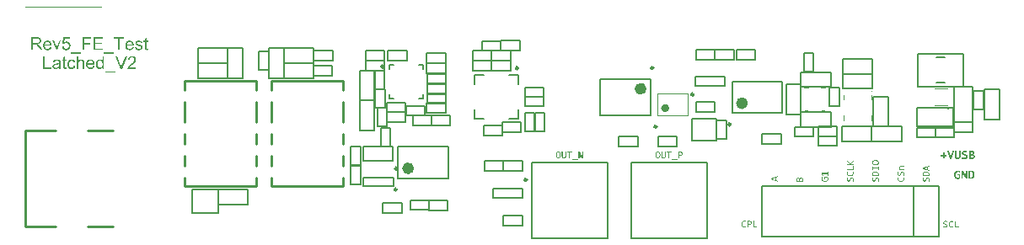
<source format=gto>
G04*
G04 #@! TF.GenerationSoftware,Altium Limited,Altium Designer,24.10.1 (45)*
G04*
G04 Layer_Color=65535*
%FSAX25Y25*%
%MOIN*%
G70*
G04*
G04 #@! TF.SameCoordinates,EC905C38-5B55-41C3-8357-A0E4B0657E30*
G04*
G04*
G04 #@! TF.FilePolarity,Positive*
G04*
G01*
G75*
%ADD10C,0.00984*%
%ADD11C,0.02362*%
%ADD12C,0.00394*%
%ADD13C,0.00610*%
%ADD14C,0.01575*%
%ADD15C,0.00787*%
%ADD16C,0.01000*%
%ADD17C,0.00500*%
%ADD18C,0.00591*%
G36*
X0336484Y0031769D02*
X0336521D01*
X0336560Y0031766D01*
X0336602Y0031763D01*
X0336694Y0031753D01*
X0336796Y0031737D01*
X0336898Y0031717D01*
X0336996Y0031691D01*
X0336999D01*
X0337006Y0031688D01*
X0337019Y0031681D01*
X0337039Y0031674D01*
X0337058Y0031668D01*
X0337085Y0031658D01*
X0337140Y0031632D01*
X0337206Y0031599D01*
X0337278Y0031563D01*
X0337347Y0031517D01*
X0337413Y0031468D01*
X0337416D01*
X0337419Y0031461D01*
X0337439Y0031445D01*
X0337468Y0031415D01*
X0337505Y0031376D01*
X0337544Y0031327D01*
X0337583Y0031274D01*
X0337623Y0031212D01*
X0337655Y0031143D01*
Y0031140D01*
X0337659Y0031133D01*
X0337662Y0031123D01*
X0337668Y0031110D01*
X0337675Y0031094D01*
X0337682Y0031074D01*
X0337695Y0031025D01*
X0337708Y0030966D01*
X0337721Y0030897D01*
X0337731Y0030825D01*
X0337734Y0030749D01*
Y0030707D01*
X0337731Y0030687D01*
Y0030661D01*
X0337724Y0030602D01*
X0337711Y0030536D01*
X0337698Y0030464D01*
X0337675Y0030389D01*
X0337646Y0030316D01*
Y0030313D01*
X0337642Y0030310D01*
X0337636Y0030300D01*
X0337629Y0030287D01*
X0337610Y0030251D01*
X0337580Y0030208D01*
X0337544Y0030162D01*
X0337498Y0030110D01*
X0337445Y0030061D01*
X0337386Y0030011D01*
X0337383D01*
X0337380Y0030005D01*
X0337370Y0030002D01*
X0337357Y0029992D01*
X0337340Y0029982D01*
X0337321Y0029972D01*
X0337272Y0029946D01*
X0337209Y0029916D01*
X0337140Y0029887D01*
X0337062Y0029860D01*
X0336973Y0029834D01*
X0336970D01*
X0336963Y0029831D01*
X0336950Y0029828D01*
X0336930Y0029824D01*
X0336908Y0029821D01*
X0336881Y0029815D01*
X0336848Y0029811D01*
X0336812Y0029805D01*
X0336776Y0029798D01*
X0336734Y0029795D01*
X0336639Y0029785D01*
X0336537Y0029779D01*
X0336425Y0029775D01*
X0336422D01*
X0336409D01*
X0336393D01*
X0336366D01*
X0336337Y0029779D01*
X0336304D01*
X0336265Y0029782D01*
X0336222Y0029785D01*
X0336130Y0029795D01*
X0336029Y0029808D01*
X0335930Y0029828D01*
X0335832Y0029854D01*
X0335828D01*
X0335822Y0029857D01*
X0335809Y0029864D01*
X0335789Y0029870D01*
X0335769Y0029877D01*
X0335743Y0029887D01*
X0335684Y0029913D01*
X0335618Y0029943D01*
X0335550Y0029982D01*
X0335481Y0030024D01*
X0335415Y0030074D01*
X0335412Y0030077D01*
X0335409Y0030080D01*
X0335389Y0030097D01*
X0335359Y0030126D01*
X0335320Y0030166D01*
X0335281Y0030211D01*
X0335241Y0030267D01*
X0335202Y0030330D01*
X0335169Y0030395D01*
Y0030398D01*
X0335166Y0030405D01*
X0335163Y0030415D01*
X0335156Y0030428D01*
X0335149Y0030444D01*
X0335143Y0030464D01*
X0335126Y0030513D01*
X0335113Y0030572D01*
X0335100Y0030641D01*
X0335090Y0030713D01*
X0335087Y0030789D01*
Y0030831D01*
X0335090Y0030851D01*
Y0030877D01*
X0335097Y0030936D01*
X0335110Y0031005D01*
X0335126Y0031077D01*
X0335149Y0031150D01*
X0335179Y0031222D01*
Y0031225D01*
X0335182Y0031231D01*
X0335189Y0031238D01*
X0335195Y0031251D01*
X0335218Y0031287D01*
X0335245Y0031330D01*
X0335284Y0031376D01*
X0335330Y0031428D01*
X0335382Y0031478D01*
X0335441Y0031527D01*
X0335445D01*
X0335448Y0031533D01*
X0335458Y0031540D01*
X0335471Y0031546D01*
X0335487Y0031556D01*
X0335507Y0031569D01*
X0335556Y0031596D01*
X0335615Y0031625D01*
X0335684Y0031658D01*
X0335763Y0031684D01*
X0335851Y0031710D01*
X0335855D01*
X0335861Y0031714D01*
X0335874Y0031717D01*
X0335894Y0031720D01*
X0335917Y0031724D01*
X0335943Y0031730D01*
X0335973Y0031737D01*
X0336009Y0031743D01*
X0336048Y0031747D01*
X0336091Y0031753D01*
X0336183Y0031763D01*
X0336284Y0031769D01*
X0336396Y0031773D01*
X0336399D01*
X0336412D01*
X0336429D01*
X0336455D01*
X0336484Y0031769D01*
D02*
G37*
G36*
X0337698Y0027784D02*
X0337400D01*
Y0028378D01*
X0335418D01*
Y0027784D01*
X0335123D01*
Y0029326D01*
X0335418D01*
Y0028732D01*
X0337400D01*
Y0029326D01*
X0337698D01*
Y0027784D01*
D02*
G37*
G36*
X0336497Y0027299D02*
X0336553Y0027296D01*
X0336612Y0027289D01*
X0336740Y0027273D01*
X0336743D01*
X0336747D01*
X0336757Y0027269D01*
X0336770Y0027266D01*
X0336799Y0027259D01*
X0336842Y0027250D01*
X0336891Y0027237D01*
X0336944Y0027220D01*
X0337055Y0027181D01*
X0337062Y0027178D01*
X0337078Y0027171D01*
X0337108Y0027154D01*
X0337144Y0027138D01*
X0337183Y0027112D01*
X0337229Y0027086D01*
X0337275Y0027053D01*
X0337321Y0027017D01*
X0337327Y0027013D01*
X0337340Y0026997D01*
X0337364Y0026977D01*
X0337390Y0026948D01*
X0337422Y0026912D01*
X0337455Y0026869D01*
X0337491Y0026820D01*
X0337524Y0026768D01*
X0337527Y0026761D01*
X0337537Y0026741D01*
X0337554Y0026712D01*
X0337570Y0026672D01*
X0337590Y0026623D01*
X0337613Y0026564D01*
X0337632Y0026498D01*
X0337652Y0026430D01*
Y0026426D01*
X0337655Y0026420D01*
Y0026410D01*
X0337659Y0026397D01*
X0337662Y0026377D01*
X0337665Y0026357D01*
X0337675Y0026305D01*
X0337685Y0026239D01*
X0337691Y0026164D01*
X0337695Y0026082D01*
X0337698Y0025993D01*
Y0025442D01*
X0335123D01*
Y0026131D01*
X0335126Y0026164D01*
Y0026203D01*
X0335133Y0026252D01*
X0335140Y0026311D01*
X0335149Y0026374D01*
X0335163Y0026443D01*
X0335179Y0026515D01*
X0335199Y0026590D01*
X0335225Y0026666D01*
X0335254Y0026738D01*
X0335291Y0026810D01*
X0335333Y0026879D01*
X0335379Y0026945D01*
X0335435Y0027004D01*
X0335438Y0027007D01*
X0335448Y0027017D01*
X0335468Y0027030D01*
X0335494Y0027049D01*
X0335527Y0027073D01*
X0335566Y0027099D01*
X0335615Y0027125D01*
X0335671Y0027154D01*
X0335733Y0027181D01*
X0335802Y0027207D01*
X0335881Y0027233D01*
X0335966Y0027256D01*
X0336058Y0027276D01*
X0336160Y0027289D01*
X0336268Y0027299D01*
X0336383Y0027302D01*
X0336386D01*
X0336393D01*
X0336402D01*
X0336416D01*
X0336452D01*
X0336497Y0027299D01*
D02*
G37*
G36*
X0337068Y0024973D02*
X0337111Y0024967D01*
X0337163Y0024957D01*
X0337216Y0024944D01*
X0337272Y0024927D01*
X0337324Y0024901D01*
X0337331Y0024898D01*
X0337347Y0024888D01*
X0337373Y0024872D01*
X0337403Y0024845D01*
X0337442Y0024816D01*
X0337478Y0024780D01*
X0337518Y0024740D01*
X0337554Y0024691D01*
X0337557Y0024685D01*
X0337570Y0024668D01*
X0337586Y0024639D01*
X0337606Y0024599D01*
X0337629Y0024554D01*
X0337649Y0024498D01*
X0337672Y0024435D01*
X0337691Y0024366D01*
Y0024363D01*
X0337695Y0024357D01*
Y0024347D01*
X0337698Y0024334D01*
X0337701Y0024317D01*
X0337705Y0024294D01*
X0337711Y0024245D01*
X0337721Y0024183D01*
X0337727Y0024114D01*
X0337731Y0024035D01*
X0337734Y0023953D01*
Y0023891D01*
X0337731Y0023858D01*
Y0023825D01*
X0337724Y0023750D01*
Y0023733D01*
X0337721Y0023714D01*
X0337718Y0023687D01*
Y0023658D01*
X0337714Y0023625D01*
X0337705Y0023553D01*
Y0023550D01*
X0337701Y0023537D01*
Y0023520D01*
X0337698Y0023494D01*
X0337695Y0023468D01*
X0337691Y0023438D01*
X0337682Y0023376D01*
Y0023373D01*
X0337678Y0023363D01*
X0337675Y0023346D01*
X0337672Y0023327D01*
X0337659Y0023281D01*
X0337646Y0023228D01*
X0337308D01*
Y0023232D01*
X0337311Y0023235D01*
X0337317Y0023255D01*
X0337327Y0023284D01*
X0337340Y0023327D01*
X0337354Y0023373D01*
X0337370Y0023432D01*
X0337383Y0023494D01*
X0337396Y0023560D01*
Y0023570D01*
X0337400Y0023579D01*
Y0023592D01*
X0337403Y0023609D01*
X0337406Y0023632D01*
X0337409Y0023681D01*
X0337416Y0023743D01*
X0337422Y0023816D01*
X0337426Y0023894D01*
Y0024038D01*
X0337422Y0024078D01*
X0337419Y0024124D01*
X0337416Y0024170D01*
X0337409Y0024219D01*
X0337400Y0024265D01*
Y0024271D01*
X0337393Y0024284D01*
X0337390Y0024307D01*
X0337380Y0024334D01*
X0337370Y0024366D01*
X0337354Y0024399D01*
X0337340Y0024432D01*
X0337321Y0024462D01*
X0337317Y0024465D01*
X0337311Y0024475D01*
X0337301Y0024488D01*
X0337285Y0024504D01*
X0337265Y0024521D01*
X0337245Y0024540D01*
X0337219Y0024557D01*
X0337193Y0024573D01*
X0337190Y0024576D01*
X0337180Y0024580D01*
X0337163Y0024586D01*
X0337144Y0024593D01*
X0337118Y0024599D01*
X0337088Y0024603D01*
X0337058Y0024609D01*
X0337022D01*
X0337019D01*
X0337006D01*
X0336986Y0024606D01*
X0336960Y0024603D01*
X0336934Y0024596D01*
X0336904Y0024583D01*
X0336875Y0024570D01*
X0336845Y0024550D01*
X0336842Y0024547D01*
X0336832Y0024540D01*
X0336819Y0024527D01*
X0336799Y0024508D01*
X0336780Y0024488D01*
X0336757Y0024462D01*
X0336737Y0024429D01*
X0336714Y0024396D01*
X0336711Y0024393D01*
X0336704Y0024380D01*
X0336691Y0024360D01*
X0336678Y0024334D01*
X0336662Y0024301D01*
X0336642Y0024265D01*
X0336626Y0024222D01*
X0336606Y0024180D01*
X0336602Y0024173D01*
X0336596Y0024160D01*
X0336586Y0024134D01*
X0336576Y0024104D01*
X0336560Y0024065D01*
X0336543Y0024025D01*
X0336507Y0023934D01*
X0336504Y0023927D01*
X0336497Y0023914D01*
X0336488Y0023888D01*
X0336475Y0023855D01*
X0336458Y0023819D01*
X0336438Y0023776D01*
X0336396Y0023687D01*
X0336393Y0023681D01*
X0336386Y0023668D01*
X0336373Y0023645D01*
X0336353Y0023615D01*
X0336333Y0023583D01*
X0336307Y0023547D01*
X0336251Y0023471D01*
X0336248Y0023468D01*
X0336238Y0023455D01*
X0336219Y0023438D01*
X0336196Y0023415D01*
X0336170Y0023392D01*
X0336137Y0023366D01*
X0336101Y0023340D01*
X0336061Y0023317D01*
X0336055Y0023314D01*
X0336042Y0023307D01*
X0336019Y0023301D01*
X0335986Y0023291D01*
X0335946Y0023278D01*
X0335904Y0023271D01*
X0335855Y0023264D01*
X0335799Y0023261D01*
X0335792D01*
X0335776D01*
X0335750Y0023264D01*
X0335717Y0023268D01*
X0335678Y0023274D01*
X0335635Y0023284D01*
X0335589Y0023297D01*
X0335540Y0023314D01*
X0335533Y0023317D01*
X0335517Y0023324D01*
X0335494Y0023337D01*
X0335461Y0023356D01*
X0335425Y0023379D01*
X0335389Y0023409D01*
X0335349Y0023445D01*
X0335310Y0023484D01*
X0335307Y0023491D01*
X0335294Y0023507D01*
X0335274Y0023530D01*
X0335254Y0023566D01*
X0335228Y0023609D01*
X0335202Y0023661D01*
X0335176Y0023720D01*
X0335149Y0023786D01*
Y0023789D01*
X0335146Y0023796D01*
X0335143Y0023806D01*
X0335140Y0023819D01*
X0335136Y0023835D01*
X0335130Y0023858D01*
X0335123Y0023881D01*
X0335117Y0023911D01*
X0335107Y0023973D01*
X0335097Y0024048D01*
X0335090Y0024130D01*
X0335087Y0024222D01*
Y0024284D01*
X0335090Y0024307D01*
X0335094Y0024360D01*
Y0024373D01*
X0335097Y0024389D01*
Y0024409D01*
X0335100Y0024432D01*
X0335104Y0024458D01*
X0335113Y0024514D01*
Y0024517D01*
X0335117Y0024527D01*
Y0024544D01*
X0335120Y0024563D01*
X0335123Y0024586D01*
X0335130Y0024612D01*
X0335140Y0024668D01*
Y0024671D01*
X0335143Y0024681D01*
Y0024698D01*
X0335146Y0024717D01*
X0335156Y0024763D01*
X0335166Y0024813D01*
X0335481D01*
Y0024809D01*
X0335477Y0024806D01*
X0335474Y0024786D01*
X0335464Y0024757D01*
X0335458Y0024717D01*
X0335445Y0024671D01*
X0335435Y0024619D01*
X0335425Y0024563D01*
X0335415Y0024508D01*
Y0024501D01*
X0335412Y0024481D01*
X0335409Y0024452D01*
X0335402Y0024416D01*
X0335399Y0024370D01*
X0335395Y0024321D01*
X0335392Y0024212D01*
Y0024163D01*
X0335395Y0024137D01*
X0335399Y0024111D01*
X0335405Y0024045D01*
X0335418Y0023973D01*
X0335435Y0023898D01*
X0335461Y0023829D01*
X0335477Y0023799D01*
X0335494Y0023770D01*
X0335497Y0023763D01*
X0335513Y0023747D01*
X0335533Y0023724D01*
X0335566Y0023701D01*
X0335605Y0023674D01*
X0335651Y0023652D01*
X0335704Y0023635D01*
X0335733Y0023632D01*
X0335763Y0023629D01*
X0335766D01*
X0335779D01*
X0335799Y0023632D01*
X0335825Y0023635D01*
X0335851Y0023642D01*
X0335884Y0023652D01*
X0335914Y0023665D01*
X0335943Y0023684D01*
X0335946Y0023687D01*
X0335956Y0023694D01*
X0335969Y0023707D01*
X0335989Y0023727D01*
X0336009Y0023747D01*
X0336032Y0023773D01*
X0336055Y0023806D01*
X0336078Y0023838D01*
X0336081Y0023842D01*
X0336087Y0023855D01*
X0336097Y0023875D01*
X0336114Y0023901D01*
X0336130Y0023934D01*
X0336147Y0023970D01*
X0336166Y0024012D01*
X0336186Y0024055D01*
X0336189Y0024061D01*
X0336192Y0024075D01*
X0336202Y0024101D01*
X0336215Y0024130D01*
X0336229Y0024170D01*
X0336248Y0024209D01*
X0336284Y0024301D01*
X0336288Y0024307D01*
X0336294Y0024324D01*
X0336304Y0024347D01*
X0336317Y0024380D01*
X0336333Y0024416D01*
X0336353Y0024458D01*
X0336396Y0024547D01*
X0336399Y0024554D01*
X0336406Y0024567D01*
X0336419Y0024589D01*
X0336438Y0024619D01*
X0336458Y0024652D01*
X0336484Y0024688D01*
X0336543Y0024763D01*
X0336547Y0024767D01*
X0336557Y0024780D01*
X0336576Y0024796D01*
X0336599Y0024819D01*
X0336626Y0024842D01*
X0336658Y0024868D01*
X0336698Y0024895D01*
X0336737Y0024917D01*
X0336743Y0024921D01*
X0336757Y0024927D01*
X0336780Y0024937D01*
X0336812Y0024947D01*
X0336852Y0024957D01*
X0336894Y0024967D01*
X0336947Y0024973D01*
X0337003Y0024977D01*
X0337006D01*
X0337009D01*
X0337019D01*
X0337032D01*
X0337068Y0024973D01*
D02*
G37*
G36*
X0253455Y0033458D02*
Y0033455D01*
Y0033448D01*
Y0033438D01*
Y0033422D01*
X0253452Y0033402D01*
Y0033383D01*
X0253449Y0033330D01*
X0253439Y0033271D01*
X0253429Y0033206D01*
X0253412Y0033137D01*
X0253393Y0033071D01*
Y0033068D01*
X0253389Y0033064D01*
X0253386Y0033055D01*
X0253383Y0033041D01*
X0253366Y0033012D01*
X0253350Y0032969D01*
X0253324Y0032923D01*
X0253294Y0032877D01*
X0253258Y0032825D01*
X0253216Y0032779D01*
X0253209Y0032772D01*
X0253196Y0032759D01*
X0253170Y0032736D01*
X0253137Y0032710D01*
X0253094Y0032681D01*
X0253048Y0032648D01*
X0252993Y0032618D01*
X0252930Y0032592D01*
X0252927D01*
X0252924Y0032589D01*
X0252914Y0032585D01*
X0252901Y0032582D01*
X0252865Y0032572D01*
X0252819Y0032559D01*
X0252763Y0032546D01*
X0252697Y0032536D01*
X0252625Y0032530D01*
X0252547Y0032526D01*
X0252507D01*
X0252484Y0032530D01*
X0252461D01*
X0252406Y0032533D01*
X0252340Y0032543D01*
X0252271Y0032553D01*
X0252202Y0032569D01*
X0252136Y0032589D01*
X0252133D01*
X0252130Y0032592D01*
X0252110Y0032602D01*
X0252077Y0032615D01*
X0252041Y0032635D01*
X0251995Y0032661D01*
X0251953Y0032691D01*
X0251907Y0032727D01*
X0251864Y0032766D01*
X0251861Y0032772D01*
X0251848Y0032786D01*
X0251828Y0032812D01*
X0251805Y0032845D01*
X0251779Y0032884D01*
X0251756Y0032930D01*
X0251730Y0032982D01*
X0251710Y0033041D01*
Y0033045D01*
X0251707Y0033048D01*
Y0033058D01*
X0251704Y0033071D01*
X0251697Y0033104D01*
X0251687Y0033150D01*
X0251677Y0033202D01*
X0251671Y0033264D01*
X0251667Y0033330D01*
X0251664Y0033402D01*
Y0035137D01*
X0252015D01*
Y0033428D01*
Y0033422D01*
Y0033402D01*
Y0033376D01*
X0252018Y0033340D01*
X0252022Y0033297D01*
X0252025Y0033251D01*
X0252031Y0033209D01*
X0252041Y0033163D01*
Y0033156D01*
X0252048Y0033143D01*
X0252055Y0033123D01*
X0252064Y0033097D01*
X0252077Y0033064D01*
X0252094Y0033035D01*
X0252114Y0033002D01*
X0252136Y0032973D01*
X0252140Y0032969D01*
X0252150Y0032959D01*
X0252163Y0032946D01*
X0252182Y0032930D01*
X0252205Y0032910D01*
X0252235Y0032894D01*
X0252268Y0032874D01*
X0252304Y0032858D01*
X0252307D01*
X0252324Y0032851D01*
X0252346Y0032845D01*
X0252376Y0032838D01*
X0252412Y0032831D01*
X0252455Y0032825D01*
X0252504Y0032822D01*
X0252556Y0032818D01*
X0252583D01*
X0252602Y0032822D01*
X0252625Y0032825D01*
X0252652Y0032828D01*
X0252714Y0032838D01*
X0252779Y0032858D01*
X0252848Y0032887D01*
X0252881Y0032904D01*
X0252914Y0032927D01*
X0252943Y0032950D01*
X0252970Y0032979D01*
Y0032982D01*
X0252976Y0032986D01*
X0252983Y0032996D01*
X0252989Y0033009D01*
X0253002Y0033025D01*
X0253012Y0033045D01*
X0253025Y0033068D01*
X0253039Y0033097D01*
X0253048Y0033127D01*
X0253062Y0033163D01*
X0253075Y0033199D01*
X0253084Y0033238D01*
X0253091Y0033284D01*
X0253098Y0033330D01*
X0253104Y0033435D01*
Y0035137D01*
X0253455D01*
Y0033458D01*
D02*
G37*
G36*
X0259205Y0035134D02*
X0259254Y0035131D01*
X0259310Y0035127D01*
X0259372Y0035121D01*
X0259438Y0035108D01*
X0259503Y0035095D01*
X0259507D01*
X0259510Y0035091D01*
X0259520D01*
X0259533Y0035088D01*
X0259566Y0035075D01*
X0259608Y0035062D01*
X0259654Y0035042D01*
X0259707Y0035019D01*
X0259759Y0034990D01*
X0259808Y0034957D01*
X0259815Y0034954D01*
X0259831Y0034941D01*
X0259854Y0034918D01*
X0259887Y0034891D01*
X0259920Y0034855D01*
X0259956Y0034813D01*
X0259989Y0034764D01*
X0260022Y0034711D01*
X0260025Y0034704D01*
X0260035Y0034685D01*
X0260048Y0034652D01*
X0260064Y0034609D01*
X0260077Y0034557D01*
X0260090Y0034495D01*
X0260100Y0034426D01*
X0260104Y0034347D01*
Y0034344D01*
Y0034340D01*
Y0034321D01*
X0260100Y0034288D01*
X0260097Y0034249D01*
X0260090Y0034203D01*
X0260077Y0034150D01*
X0260064Y0034094D01*
X0260045Y0034035D01*
Y0034032D01*
X0260041Y0034029D01*
X0260035Y0034009D01*
X0260018Y0033979D01*
X0259999Y0033944D01*
X0259972Y0033901D01*
X0259943Y0033855D01*
X0259904Y0033806D01*
X0259861Y0033760D01*
X0259854Y0033753D01*
X0259838Y0033740D01*
X0259812Y0033717D01*
X0259776Y0033691D01*
X0259730Y0033658D01*
X0259674Y0033625D01*
X0259612Y0033593D01*
X0259543Y0033563D01*
X0259539D01*
X0259533Y0033560D01*
X0259523Y0033556D01*
X0259510Y0033550D01*
X0259490Y0033547D01*
X0259467Y0033540D01*
X0259441Y0033533D01*
X0259412Y0033527D01*
X0259346Y0033511D01*
X0259267Y0033501D01*
X0259179Y0033491D01*
X0259084Y0033487D01*
X0258765D01*
Y0032563D01*
X0258414D01*
Y0035137D01*
X0259185D01*
X0259205Y0035134D01*
D02*
G37*
G36*
X0255715Y0034839D02*
X0254954D01*
Y0032563D01*
X0254600D01*
Y0034839D01*
X0253839D01*
Y0035137D01*
X0255715D01*
Y0034839D01*
D02*
G37*
G36*
X0250421Y0035170D02*
X0250447D01*
X0250506Y0035164D01*
X0250575Y0035151D01*
X0250647Y0035134D01*
X0250719Y0035111D01*
X0250792Y0035082D01*
X0250795D01*
X0250801Y0035078D01*
X0250808Y0035072D01*
X0250821Y0035065D01*
X0250857Y0035042D01*
X0250900Y0035016D01*
X0250946Y0034977D01*
X0250998Y0034931D01*
X0251047Y0034878D01*
X0251097Y0034819D01*
Y0034816D01*
X0251103Y0034813D01*
X0251110Y0034803D01*
X0251116Y0034790D01*
X0251126Y0034773D01*
X0251139Y0034754D01*
X0251166Y0034704D01*
X0251195Y0034645D01*
X0251228Y0034576D01*
X0251254Y0034498D01*
X0251280Y0034409D01*
Y0034406D01*
X0251284Y0034399D01*
X0251287Y0034386D01*
X0251290Y0034367D01*
X0251293Y0034344D01*
X0251300Y0034317D01*
X0251307Y0034288D01*
X0251313Y0034252D01*
X0251316Y0034212D01*
X0251323Y0034170D01*
X0251333Y0034078D01*
X0251339Y0033976D01*
X0251343Y0033865D01*
Y0033862D01*
Y0033848D01*
Y0033832D01*
Y0033806D01*
X0251339Y0033776D01*
Y0033740D01*
X0251336Y0033701D01*
X0251333Y0033658D01*
X0251323Y0033566D01*
X0251307Y0033465D01*
X0251287Y0033363D01*
X0251261Y0033264D01*
Y0033261D01*
X0251257Y0033255D01*
X0251251Y0033242D01*
X0251244Y0033222D01*
X0251238Y0033202D01*
X0251228Y0033176D01*
X0251202Y0033120D01*
X0251169Y0033055D01*
X0251133Y0032982D01*
X0251087Y0032914D01*
X0251038Y0032848D01*
Y0032845D01*
X0251031Y0032841D01*
X0251015Y0032822D01*
X0250985Y0032792D01*
X0250946Y0032756D01*
X0250897Y0032717D01*
X0250844Y0032677D01*
X0250782Y0032638D01*
X0250713Y0032605D01*
X0250710D01*
X0250703Y0032602D01*
X0250693Y0032599D01*
X0250680Y0032592D01*
X0250664Y0032585D01*
X0250644Y0032579D01*
X0250595Y0032566D01*
X0250536Y0032553D01*
X0250467Y0032540D01*
X0250395Y0032530D01*
X0250319Y0032526D01*
X0250277D01*
X0250257Y0032530D01*
X0250231D01*
X0250172Y0032536D01*
X0250106Y0032550D01*
X0250034Y0032563D01*
X0249959Y0032585D01*
X0249886Y0032615D01*
X0249883D01*
X0249880Y0032618D01*
X0249870Y0032625D01*
X0249857Y0032631D01*
X0249821Y0032651D01*
X0249778Y0032681D01*
X0249732Y0032717D01*
X0249680Y0032763D01*
X0249631Y0032815D01*
X0249581Y0032874D01*
Y0032877D01*
X0249575Y0032881D01*
X0249571Y0032891D01*
X0249562Y0032904D01*
X0249552Y0032920D01*
X0249542Y0032940D01*
X0249516Y0032989D01*
X0249486Y0033051D01*
X0249457Y0033120D01*
X0249430Y0033199D01*
X0249404Y0033288D01*
Y0033291D01*
X0249401Y0033297D01*
X0249398Y0033310D01*
X0249394Y0033330D01*
X0249391Y0033353D01*
X0249385Y0033379D01*
X0249381Y0033412D01*
X0249375Y0033448D01*
X0249368Y0033484D01*
X0249365Y0033527D01*
X0249355Y0033622D01*
X0249348Y0033724D01*
X0249345Y0033835D01*
Y0033838D01*
Y0033852D01*
Y0033868D01*
Y0033894D01*
X0249348Y0033924D01*
Y0033957D01*
X0249352Y0033996D01*
X0249355Y0034039D01*
X0249365Y0034130D01*
X0249378Y0034232D01*
X0249398Y0034330D01*
X0249424Y0034429D01*
Y0034432D01*
X0249427Y0034439D01*
X0249434Y0034452D01*
X0249440Y0034471D01*
X0249447Y0034491D01*
X0249457Y0034517D01*
X0249483Y0034576D01*
X0249513Y0034642D01*
X0249552Y0034711D01*
X0249594Y0034780D01*
X0249644Y0034845D01*
X0249647Y0034849D01*
X0249650Y0034852D01*
X0249667Y0034872D01*
X0249696Y0034901D01*
X0249735Y0034941D01*
X0249781Y0034980D01*
X0249837Y0035019D01*
X0249900Y0035059D01*
X0249965Y0035091D01*
X0249968D01*
X0249975Y0035095D01*
X0249985Y0035098D01*
X0249998Y0035105D01*
X0250014Y0035111D01*
X0250034Y0035118D01*
X0250083Y0035134D01*
X0250142Y0035147D01*
X0250211Y0035160D01*
X0250283Y0035170D01*
X0250359Y0035173D01*
X0250401D01*
X0250421Y0035170D01*
D02*
G37*
G36*
X0258103Y0031756D02*
X0255886D01*
Y0032038D01*
X0258103D01*
Y0031756D01*
D02*
G37*
G36*
X0364268Y0007705D02*
X0364321Y0007702D01*
X0364334D01*
X0364350Y0007698D01*
X0364370D01*
X0364393Y0007695D01*
X0364419Y0007692D01*
X0364475Y0007682D01*
X0364478D01*
X0364488Y0007679D01*
X0364504D01*
X0364524Y0007675D01*
X0364547Y0007672D01*
X0364573Y0007666D01*
X0364629Y0007656D01*
X0364632D01*
X0364642Y0007652D01*
X0364658D01*
X0364678Y0007649D01*
X0364724Y0007639D01*
X0364773Y0007629D01*
Y0007315D01*
X0364770D01*
X0364767Y0007318D01*
X0364747Y0007321D01*
X0364718Y0007331D01*
X0364678Y0007338D01*
X0364632Y0007351D01*
X0364580Y0007361D01*
X0364524Y0007370D01*
X0364468Y0007380D01*
X0364462D01*
X0364442Y0007383D01*
X0364412Y0007387D01*
X0364376Y0007393D01*
X0364330Y0007396D01*
X0364281Y0007400D01*
X0364173Y0007403D01*
X0364124D01*
X0364097Y0007400D01*
X0364071Y0007396D01*
X0364006Y0007390D01*
X0363933Y0007377D01*
X0363858Y0007361D01*
X0363789Y0007334D01*
X0363760Y0007318D01*
X0363730Y0007301D01*
X0363724Y0007298D01*
X0363707Y0007282D01*
X0363684Y0007262D01*
X0363661Y0007229D01*
X0363635Y0007190D01*
X0363612Y0007144D01*
X0363596Y0007091D01*
X0363592Y0007062D01*
X0363589Y0007033D01*
Y0007029D01*
Y0007016D01*
X0363592Y0006996D01*
X0363596Y0006970D01*
X0363602Y0006944D01*
X0363612Y0006911D01*
X0363625Y0006882D01*
X0363645Y0006852D01*
X0363648Y0006849D01*
X0363655Y0006839D01*
X0363668Y0006826D01*
X0363687Y0006806D01*
X0363707Y0006786D01*
X0363734Y0006763D01*
X0363766Y0006741D01*
X0363799Y0006718D01*
X0363802Y0006714D01*
X0363815Y0006708D01*
X0363835Y0006698D01*
X0363861Y0006681D01*
X0363894Y0006665D01*
X0363930Y0006649D01*
X0363973Y0006629D01*
X0364016Y0006609D01*
X0364022Y0006606D01*
X0364035Y0006603D01*
X0364061Y0006593D01*
X0364091Y0006580D01*
X0364130Y0006567D01*
X0364170Y0006547D01*
X0364262Y0006511D01*
X0364268Y0006508D01*
X0364284Y0006501D01*
X0364307Y0006491D01*
X0364340Y0006478D01*
X0364376Y0006462D01*
X0364419Y0006442D01*
X0364508Y0006399D01*
X0364514Y0006396D01*
X0364527Y0006390D01*
X0364550Y0006376D01*
X0364580Y0006357D01*
X0364613Y0006337D01*
X0364649Y0006311D01*
X0364724Y0006252D01*
X0364727Y0006248D01*
X0364740Y0006239D01*
X0364757Y0006219D01*
X0364780Y0006196D01*
X0364803Y0006170D01*
X0364829Y0006137D01*
X0364855Y0006098D01*
X0364878Y0006058D01*
X0364881Y0006052D01*
X0364888Y0006039D01*
X0364898Y0006016D01*
X0364908Y0005983D01*
X0364917Y0005943D01*
X0364927Y0005901D01*
X0364934Y0005848D01*
X0364937Y0005793D01*
Y0005789D01*
Y0005786D01*
Y0005776D01*
Y0005763D01*
X0364934Y0005727D01*
X0364927Y0005684D01*
X0364917Y0005632D01*
X0364904Y0005579D01*
X0364888Y0005524D01*
X0364862Y0005471D01*
X0364859Y0005465D01*
X0364849Y0005448D01*
X0364832Y0005422D01*
X0364806Y0005393D01*
X0364776Y0005353D01*
X0364740Y0005317D01*
X0364701Y0005278D01*
X0364652Y0005242D01*
X0364645Y0005238D01*
X0364629Y0005225D01*
X0364599Y0005209D01*
X0364560Y0005189D01*
X0364514Y0005166D01*
X0364458Y0005147D01*
X0364396Y0005124D01*
X0364327Y0005104D01*
X0364324D01*
X0364317Y0005100D01*
X0364307D01*
X0364294Y0005097D01*
X0364278Y0005094D01*
X0364255Y0005091D01*
X0364206Y0005084D01*
X0364143Y0005074D01*
X0364075Y0005068D01*
X0363996Y0005065D01*
X0363914Y0005061D01*
X0363851D01*
X0363819Y0005065D01*
X0363786D01*
X0363710Y0005071D01*
X0363694D01*
X0363674Y0005074D01*
X0363648Y0005078D01*
X0363619D01*
X0363586Y0005081D01*
X0363514Y0005091D01*
X0363510D01*
X0363497Y0005094D01*
X0363481D01*
X0363455Y0005097D01*
X0363428Y0005100D01*
X0363399Y0005104D01*
X0363337Y0005114D01*
X0363333D01*
X0363323Y0005117D01*
X0363307Y0005120D01*
X0363287Y0005124D01*
X0363242Y0005137D01*
X0363189Y0005150D01*
Y0005488D01*
X0363192D01*
X0363195Y0005484D01*
X0363215Y0005478D01*
X0363245Y0005468D01*
X0363287Y0005455D01*
X0363333Y0005442D01*
X0363392Y0005425D01*
X0363455Y0005412D01*
X0363520Y0005399D01*
X0363530D01*
X0363540Y0005396D01*
X0363553D01*
X0363569Y0005393D01*
X0363592Y0005389D01*
X0363642Y0005386D01*
X0363704Y0005379D01*
X0363776Y0005373D01*
X0363855Y0005370D01*
X0363999D01*
X0364038Y0005373D01*
X0364084Y0005376D01*
X0364130Y0005379D01*
X0364179Y0005386D01*
X0364226Y0005396D01*
X0364232D01*
X0364245Y0005402D01*
X0364268Y0005406D01*
X0364294Y0005415D01*
X0364327Y0005425D01*
X0364360Y0005442D01*
X0364393Y0005455D01*
X0364422Y0005474D01*
X0364425Y0005478D01*
X0364435Y0005484D01*
X0364448Y0005494D01*
X0364465Y0005511D01*
X0364481Y0005530D01*
X0364501Y0005550D01*
X0364517Y0005576D01*
X0364534Y0005602D01*
X0364537Y0005606D01*
X0364540Y0005615D01*
X0364547Y0005632D01*
X0364553Y0005652D01*
X0364560Y0005678D01*
X0364563Y0005707D01*
X0364570Y0005737D01*
Y0005773D01*
Y0005776D01*
Y0005789D01*
X0364567Y0005809D01*
X0364563Y0005835D01*
X0364557Y0005861D01*
X0364544Y0005891D01*
X0364530Y0005920D01*
X0364511Y0005950D01*
X0364508Y0005953D01*
X0364501Y0005963D01*
X0364488Y0005976D01*
X0364468Y0005996D01*
X0364448Y0006016D01*
X0364422Y0006039D01*
X0364389Y0006058D01*
X0364357Y0006081D01*
X0364353Y0006084D01*
X0364340Y0006091D01*
X0364321Y0006104D01*
X0364294Y0006117D01*
X0364262Y0006134D01*
X0364226Y0006153D01*
X0364183Y0006170D01*
X0364140Y0006190D01*
X0364134Y0006193D01*
X0364121Y0006199D01*
X0364094Y0006209D01*
X0364065Y0006219D01*
X0364025Y0006235D01*
X0363986Y0006252D01*
X0363894Y0006288D01*
X0363888Y0006291D01*
X0363875Y0006298D01*
X0363848Y0006308D01*
X0363815Y0006321D01*
X0363779Y0006337D01*
X0363737Y0006357D01*
X0363648Y0006399D01*
X0363642Y0006403D01*
X0363629Y0006409D01*
X0363605Y0006422D01*
X0363576Y0006442D01*
X0363543Y0006462D01*
X0363507Y0006488D01*
X0363432Y0006544D01*
X0363428Y0006547D01*
X0363415Y0006557D01*
X0363399Y0006577D01*
X0363376Y0006600D01*
X0363353Y0006626D01*
X0363327Y0006658D01*
X0363300Y0006695D01*
X0363278Y0006734D01*
X0363274Y0006741D01*
X0363268Y0006754D01*
X0363261Y0006777D01*
X0363251Y0006809D01*
X0363238Y0006849D01*
X0363232Y0006891D01*
X0363225Y0006941D01*
X0363222Y0006996D01*
Y0007003D01*
Y0007019D01*
X0363225Y0007046D01*
X0363228Y0007078D01*
X0363235Y0007118D01*
X0363245Y0007160D01*
X0363258Y0007206D01*
X0363274Y0007255D01*
X0363278Y0007262D01*
X0363284Y0007278D01*
X0363297Y0007301D01*
X0363317Y0007334D01*
X0363340Y0007370D01*
X0363369Y0007406D01*
X0363405Y0007446D01*
X0363445Y0007485D01*
X0363451Y0007488D01*
X0363468Y0007502D01*
X0363491Y0007521D01*
X0363527Y0007541D01*
X0363569Y0007567D01*
X0363622Y0007593D01*
X0363681Y0007620D01*
X0363747Y0007646D01*
X0363750D01*
X0363756Y0007649D01*
X0363766Y0007652D01*
X0363779Y0007656D01*
X0363796Y0007659D01*
X0363819Y0007666D01*
X0363842Y0007672D01*
X0363871Y0007679D01*
X0363933Y0007688D01*
X0364009Y0007698D01*
X0364091Y0007705D01*
X0364183Y0007708D01*
X0364245D01*
X0364268Y0007705D01*
D02*
G37*
G36*
X0366626Y0007702D02*
X0366679Y0007698D01*
X0366735Y0007692D01*
X0366849Y0007672D01*
X0366856D01*
X0366876Y0007666D01*
X0366905Y0007659D01*
X0366945Y0007649D01*
X0366990Y0007636D01*
X0367040Y0007620D01*
X0367148Y0007580D01*
Y0007236D01*
X0367141Y0007239D01*
X0367125Y0007249D01*
X0367095Y0007262D01*
X0367059Y0007278D01*
X0367014Y0007298D01*
X0366964Y0007318D01*
X0366912Y0007334D01*
X0366856Y0007351D01*
X0366849Y0007354D01*
X0366830Y0007357D01*
X0366800Y0007364D01*
X0366761Y0007374D01*
X0366712Y0007380D01*
X0366656Y0007387D01*
X0366597Y0007390D01*
X0366531Y0007393D01*
X0366502D01*
X0366466Y0007390D01*
X0366423Y0007383D01*
X0366371Y0007377D01*
X0366318Y0007364D01*
X0366259Y0007347D01*
X0366203Y0007324D01*
X0366197Y0007321D01*
X0366180Y0007311D01*
X0366151Y0007295D01*
X0366118Y0007275D01*
X0366079Y0007246D01*
X0366036Y0007210D01*
X0365993Y0007170D01*
X0365954Y0007124D01*
X0365951Y0007118D01*
X0365938Y0007101D01*
X0365918Y0007075D01*
X0365895Y0007036D01*
X0365872Y0006990D01*
X0365846Y0006937D01*
X0365820Y0006878D01*
X0365797Y0006809D01*
Y0006806D01*
X0365793Y0006800D01*
Y0006790D01*
X0365790Y0006777D01*
X0365784Y0006760D01*
X0365780Y0006737D01*
X0365770Y0006688D01*
X0365760Y0006626D01*
X0365754Y0006554D01*
X0365747Y0006475D01*
X0365744Y0006386D01*
Y0006380D01*
Y0006363D01*
Y0006337D01*
X0365747Y0006304D01*
X0365751Y0006262D01*
X0365754Y0006216D01*
X0365760Y0006163D01*
X0365770Y0006104D01*
X0365793Y0005983D01*
X0365810Y0005920D01*
X0365829Y0005858D01*
X0365852Y0005796D01*
X0365879Y0005737D01*
X0365908Y0005681D01*
X0365944Y0005632D01*
X0365948Y0005629D01*
X0365954Y0005622D01*
X0365967Y0005609D01*
X0365984Y0005593D01*
X0366003Y0005573D01*
X0366030Y0005553D01*
X0366059Y0005530D01*
X0366095Y0005507D01*
X0366134Y0005481D01*
X0366177Y0005458D01*
X0366226Y0005438D01*
X0366282Y0005419D01*
X0366338Y0005402D01*
X0366400Y0005389D01*
X0366466Y0005383D01*
X0366538Y0005379D01*
X0366567D01*
X0366600Y0005383D01*
X0366639D01*
X0366689Y0005389D01*
X0366741Y0005396D01*
X0366800Y0005402D01*
X0366856Y0005415D01*
X0366859D01*
X0366863Y0005419D01*
X0366882Y0005422D01*
X0366912Y0005432D01*
X0366948Y0005445D01*
X0366994Y0005458D01*
X0367043Y0005478D01*
X0367148Y0005524D01*
Y0005192D01*
X0367145D01*
X0367135Y0005186D01*
X0367118Y0005179D01*
X0367095Y0005173D01*
X0367066Y0005163D01*
X0367033Y0005153D01*
X0366994Y0005140D01*
X0366951Y0005130D01*
X0366902Y0005117D01*
X0366853Y0005104D01*
X0366741Y0005084D01*
X0366623Y0005071D01*
X0366498Y0005065D01*
X0366476D01*
X0366446Y0005068D01*
X0366410Y0005071D01*
X0366364Y0005074D01*
X0366312Y0005081D01*
X0366252Y0005091D01*
X0366190Y0005104D01*
X0366125Y0005124D01*
X0366056Y0005143D01*
X0365987Y0005169D01*
X0365915Y0005202D01*
X0365849Y0005238D01*
X0365784Y0005281D01*
X0365721Y0005333D01*
X0365662Y0005389D01*
X0365659Y0005393D01*
X0365649Y0005406D01*
X0365636Y0005425D01*
X0365616Y0005452D01*
X0365593Y0005484D01*
X0365570Y0005527D01*
X0365544Y0005576D01*
X0365518Y0005632D01*
X0365488Y0005697D01*
X0365462Y0005770D01*
X0365439Y0005848D01*
X0365416Y0005934D01*
X0365396Y0006029D01*
X0365383Y0006131D01*
X0365373Y0006239D01*
X0365370Y0006353D01*
Y0006357D01*
Y0006367D01*
Y0006383D01*
Y0006406D01*
X0365373Y0006432D01*
Y0006465D01*
X0365377Y0006501D01*
X0365380Y0006540D01*
X0365390Y0006629D01*
X0365403Y0006721D01*
X0365423Y0006819D01*
X0365449Y0006914D01*
Y0006918D01*
X0365452Y0006924D01*
X0365459Y0006937D01*
X0365465Y0006957D01*
X0365472Y0006977D01*
X0365482Y0007003D01*
X0365508Y0007062D01*
X0365541Y0007128D01*
X0365580Y0007200D01*
X0365626Y0007269D01*
X0365679Y0007338D01*
X0365682Y0007341D01*
X0365685Y0007344D01*
X0365695Y0007354D01*
X0365705Y0007367D01*
X0365738Y0007400D01*
X0365780Y0007439D01*
X0365833Y0007482D01*
X0365895Y0007528D01*
X0365967Y0007570D01*
X0366043Y0007610D01*
X0366046D01*
X0366052Y0007613D01*
X0366066Y0007620D01*
X0366079Y0007626D01*
X0366102Y0007633D01*
X0366125Y0007639D01*
X0366151Y0007649D01*
X0366184Y0007659D01*
X0366252Y0007675D01*
X0366335Y0007692D01*
X0366423Y0007702D01*
X0366518Y0007705D01*
X0366584D01*
X0366626Y0007702D01*
D02*
G37*
G36*
X0368224Y0005396D02*
X0369349D01*
Y0005097D01*
X0367866D01*
Y0007672D01*
X0368224D01*
Y0005396D01*
D02*
G37*
G36*
X0284691Y0007749D02*
X0284744Y0007746D01*
X0284800Y0007739D01*
X0284914Y0007719D01*
X0284921D01*
X0284941Y0007713D01*
X0284970Y0007706D01*
X0285010Y0007696D01*
X0285055Y0007683D01*
X0285105Y0007667D01*
X0285213Y0007628D01*
Y0007283D01*
X0285206Y0007287D01*
X0285190Y0007296D01*
X0285160Y0007309D01*
X0285124Y0007326D01*
X0285078Y0007345D01*
X0285029Y0007365D01*
X0284977Y0007382D01*
X0284921Y0007398D01*
X0284914Y0007401D01*
X0284895Y0007405D01*
X0284865Y0007411D01*
X0284826Y0007421D01*
X0284777Y0007428D01*
X0284721Y0007434D01*
X0284662Y0007437D01*
X0284596Y0007441D01*
X0284567D01*
X0284531Y0007437D01*
X0284488Y0007431D01*
X0284436Y0007424D01*
X0284383Y0007411D01*
X0284324Y0007395D01*
X0284268Y0007372D01*
X0284262Y0007368D01*
X0284245Y0007359D01*
X0284216Y0007342D01*
X0284183Y0007322D01*
X0284144Y0007293D01*
X0284101Y0007257D01*
X0284058Y0007218D01*
X0284019Y0007172D01*
X0284016Y0007165D01*
X0284003Y0007149D01*
X0283983Y0007123D01*
X0283960Y0007083D01*
X0283937Y0007037D01*
X0283911Y0006985D01*
X0283885Y0006926D01*
X0283861Y0006857D01*
Y0006854D01*
X0283858Y0006847D01*
Y0006837D01*
X0283855Y0006824D01*
X0283848Y0006808D01*
X0283845Y0006785D01*
X0283835Y0006735D01*
X0283825Y0006673D01*
X0283819Y0006601D01*
X0283812Y0006522D01*
X0283809Y0006434D01*
Y0006427D01*
Y0006411D01*
Y0006385D01*
X0283812Y0006352D01*
X0283816Y0006309D01*
X0283819Y0006263D01*
X0283825Y0006211D01*
X0283835Y0006152D01*
X0283858Y0006030D01*
X0283875Y0005968D01*
X0283894Y0005906D01*
X0283917Y0005843D01*
X0283944Y0005784D01*
X0283973Y0005728D01*
X0284009Y0005679D01*
X0284012Y0005676D01*
X0284019Y0005669D01*
X0284032Y0005656D01*
X0284049Y0005640D01*
X0284068Y0005620D01*
X0284094Y0005601D01*
X0284124Y0005578D01*
X0284160Y0005555D01*
X0284199Y0005528D01*
X0284242Y0005505D01*
X0284291Y0005486D01*
X0284347Y0005466D01*
X0284403Y0005450D01*
X0284465Y0005437D01*
X0284531Y0005430D01*
X0284603Y0005427D01*
X0284632D01*
X0284665Y0005430D01*
X0284704D01*
X0284754Y0005437D01*
X0284806Y0005443D01*
X0284865Y0005450D01*
X0284921Y0005463D01*
X0284924D01*
X0284928Y0005466D01*
X0284947Y0005469D01*
X0284977Y0005479D01*
X0285013Y0005492D01*
X0285059Y0005505D01*
X0285108Y0005525D01*
X0285213Y0005571D01*
Y0005240D01*
X0285210D01*
X0285200Y0005233D01*
X0285183Y0005227D01*
X0285160Y0005220D01*
X0285131Y0005210D01*
X0285098Y0005200D01*
X0285059Y0005187D01*
X0285016Y0005177D01*
X0284967Y0005164D01*
X0284918Y0005151D01*
X0284806Y0005131D01*
X0284688Y0005118D01*
X0284563Y0005112D01*
X0284541D01*
X0284511Y0005115D01*
X0284475Y0005118D01*
X0284429Y0005122D01*
X0284377Y0005128D01*
X0284317Y0005138D01*
X0284255Y0005151D01*
X0284190Y0005171D01*
X0284121Y0005190D01*
X0284052Y0005217D01*
X0283980Y0005250D01*
X0283914Y0005286D01*
X0283848Y0005328D01*
X0283786Y0005381D01*
X0283727Y0005437D01*
X0283724Y0005440D01*
X0283714Y0005453D01*
X0283701Y0005473D01*
X0283681Y0005499D01*
X0283658Y0005532D01*
X0283635Y0005574D01*
X0283609Y0005624D01*
X0283583Y0005679D01*
X0283553Y0005745D01*
X0283527Y0005817D01*
X0283504Y0005896D01*
X0283481Y0005981D01*
X0283461Y0006076D01*
X0283448Y0006178D01*
X0283438Y0006286D01*
X0283435Y0006401D01*
Y0006404D01*
Y0006414D01*
Y0006430D01*
Y0006453D01*
X0283438Y0006480D01*
Y0006512D01*
X0283442Y0006549D01*
X0283445Y0006588D01*
X0283455Y0006676D01*
X0283468Y0006768D01*
X0283488Y0006867D01*
X0283514Y0006962D01*
Y0006965D01*
X0283517Y0006972D01*
X0283524Y0006985D01*
X0283530Y0007004D01*
X0283537Y0007024D01*
X0283547Y0007050D01*
X0283573Y0007109D01*
X0283606Y0007175D01*
X0283645Y0007247D01*
X0283691Y0007316D01*
X0283743Y0007385D01*
X0283747Y0007388D01*
X0283750Y0007391D01*
X0283760Y0007401D01*
X0283770Y0007414D01*
X0283803Y0007447D01*
X0283845Y0007486D01*
X0283898Y0007529D01*
X0283960Y0007575D01*
X0284032Y0007618D01*
X0284107Y0007657D01*
X0284111D01*
X0284117Y0007660D01*
X0284131Y0007667D01*
X0284144Y0007673D01*
X0284167Y0007680D01*
X0284190Y0007687D01*
X0284216Y0007696D01*
X0284249Y0007706D01*
X0284317Y0007723D01*
X0284399Y0007739D01*
X0284488Y0007749D01*
X0284583Y0007752D01*
X0284649D01*
X0284691Y0007749D01*
D02*
G37*
G36*
X0288506Y0005443D02*
X0289631D01*
Y0005145D01*
X0288148D01*
Y0007719D01*
X0288506D01*
Y0005443D01*
D02*
G37*
G36*
X0286574Y0007716D02*
X0286623Y0007713D01*
X0286679Y0007710D01*
X0286741Y0007703D01*
X0286807Y0007690D01*
X0286873Y0007677D01*
X0286876D01*
X0286879Y0007673D01*
X0286889D01*
X0286902Y0007670D01*
X0286935Y0007657D01*
X0286978Y0007644D01*
X0287023Y0007624D01*
X0287076Y0007601D01*
X0287128Y0007572D01*
X0287178Y0007539D01*
X0287184Y0007536D01*
X0287201Y0007523D01*
X0287224Y0007500D01*
X0287256Y0007473D01*
X0287289Y0007437D01*
X0287325Y0007395D01*
X0287358Y0007345D01*
X0287391Y0007293D01*
X0287394Y0007287D01*
X0287404Y0007267D01*
X0287417Y0007234D01*
X0287433Y0007191D01*
X0287447Y0007139D01*
X0287460Y0007077D01*
X0287470Y0007008D01*
X0287473Y0006929D01*
Y0006926D01*
Y0006922D01*
Y0006903D01*
X0287470Y0006870D01*
X0287466Y0006831D01*
X0287460Y0006785D01*
X0287447Y0006732D01*
X0287433Y0006676D01*
X0287414Y0006617D01*
Y0006614D01*
X0287410Y0006611D01*
X0287404Y0006591D01*
X0287387Y0006562D01*
X0287368Y0006526D01*
X0287342Y0006483D01*
X0287312Y0006437D01*
X0287273Y0006388D01*
X0287230Y0006342D01*
X0287224Y0006335D01*
X0287207Y0006322D01*
X0287181Y0006299D01*
X0287145Y0006273D01*
X0287099Y0006240D01*
X0287043Y0006207D01*
X0286981Y0006174D01*
X0286912Y0006145D01*
X0286909D01*
X0286902Y0006142D01*
X0286892Y0006138D01*
X0286879Y0006132D01*
X0286859Y0006129D01*
X0286837Y0006122D01*
X0286810Y0006115D01*
X0286781Y0006109D01*
X0286715Y0006092D01*
X0286636Y0006083D01*
X0286548Y0006073D01*
X0286453Y0006070D01*
X0286135D01*
Y0005145D01*
X0285784D01*
Y0007719D01*
X0286554D01*
X0286574Y0007716D01*
D02*
G37*
G36*
X0045116Y0079124D02*
X0045159D01*
X0045263Y0079113D01*
X0045378Y0079097D01*
X0045509Y0079075D01*
X0045634Y0079048D01*
X0045760Y0079004D01*
X0045765D01*
X0045776Y0078998D01*
X0045792Y0078993D01*
X0045814Y0078982D01*
X0045869Y0078955D01*
X0045945Y0078917D01*
X0046022Y0078867D01*
X0046098Y0078807D01*
X0046175Y0078742D01*
X0046240Y0078665D01*
X0046246Y0078654D01*
X0046268Y0078627D01*
X0046295Y0078578D01*
X0046328Y0078518D01*
X0046366Y0078436D01*
X0046399Y0078338D01*
X0046431Y0078229D01*
X0046459Y0078103D01*
X0045853Y0078021D01*
Y0078026D01*
Y0078032D01*
X0045842Y0078065D01*
X0045831Y0078119D01*
X0045809Y0078179D01*
X0045776Y0078250D01*
X0045733Y0078321D01*
X0045678Y0078392D01*
X0045612Y0078458D01*
X0045601Y0078463D01*
X0045574Y0078485D01*
X0045531Y0078513D01*
X0045470Y0078540D01*
X0045388Y0078573D01*
X0045290Y0078594D01*
X0045181Y0078616D01*
X0045050Y0078622D01*
X0044979D01*
X0044946Y0078616D01*
X0044908D01*
X0044815Y0078605D01*
X0044717Y0078589D01*
X0044613Y0078562D01*
X0044520Y0078529D01*
X0044482Y0078507D01*
X0044444Y0078480D01*
X0044438Y0078474D01*
X0044417Y0078452D01*
X0044389Y0078425D01*
X0044357Y0078387D01*
X0044318Y0078338D01*
X0044291Y0078278D01*
X0044269Y0078218D01*
X0044264Y0078147D01*
Y0078141D01*
Y0078125D01*
X0044269Y0078103D01*
X0044275Y0078076D01*
X0044297Y0078005D01*
X0044313Y0077966D01*
X0044335Y0077928D01*
X0044340Y0077923D01*
X0044351Y0077912D01*
X0044368Y0077895D01*
X0044395Y0077874D01*
X0044428Y0077846D01*
X0044471Y0077819D01*
X0044520Y0077792D01*
X0044575Y0077764D01*
X0044580D01*
X0044597Y0077759D01*
X0044630Y0077748D01*
X0044679Y0077732D01*
X0044712Y0077721D01*
X0044750Y0077710D01*
X0044793Y0077699D01*
X0044842Y0077683D01*
X0044903Y0077666D01*
X0044968Y0077650D01*
X0045039Y0077628D01*
X0045121Y0077606D01*
X0045126D01*
X0045148Y0077601D01*
X0045181Y0077590D01*
X0045230Y0077579D01*
X0045279Y0077562D01*
X0045339Y0077546D01*
X0045410Y0077524D01*
X0045481Y0077502D01*
X0045634Y0077459D01*
X0045782Y0077410D01*
X0045853Y0077388D01*
X0045918Y0077360D01*
X0045978Y0077339D01*
X0046033Y0077317D01*
X0046038D01*
X0046044Y0077311D01*
X0046077Y0077295D01*
X0046126Y0077273D01*
X0046180Y0077235D01*
X0046246Y0077191D01*
X0046317Y0077137D01*
X0046382Y0077071D01*
X0046442Y0076995D01*
X0046448Y0076984D01*
X0046464Y0076956D01*
X0046491Y0076913D01*
X0046519Y0076847D01*
X0046546Y0076771D01*
X0046573Y0076683D01*
X0046590Y0076580D01*
X0046595Y0076465D01*
Y0076459D01*
Y0076449D01*
Y0076432D01*
Y0076410D01*
X0046584Y0076350D01*
X0046573Y0076274D01*
X0046551Y0076187D01*
X0046519Y0076088D01*
X0046470Y0075985D01*
X0046409Y0075881D01*
Y0075875D01*
X0046399Y0075870D01*
X0046377Y0075837D01*
X0046333Y0075788D01*
X0046279Y0075728D01*
X0046202Y0075657D01*
X0046115Y0075586D01*
X0046011Y0075520D01*
X0045891Y0075460D01*
X0045885D01*
X0045875Y0075455D01*
X0045858Y0075449D01*
X0045831Y0075438D01*
X0045798Y0075428D01*
X0045760Y0075411D01*
X0045716Y0075400D01*
X0045667Y0075389D01*
X0045552Y0075362D01*
X0045421Y0075335D01*
X0045279Y0075318D01*
X0045121Y0075313D01*
X0045050D01*
X0045001Y0075318D01*
X0044946Y0075324D01*
X0044875Y0075329D01*
X0044799Y0075335D01*
X0044717Y0075351D01*
X0044542Y0075384D01*
X0044357Y0075433D01*
X0044269Y0075466D01*
X0044182Y0075510D01*
X0044105Y0075553D01*
X0044029Y0075602D01*
X0044023Y0075608D01*
X0044013Y0075619D01*
X0043996Y0075635D01*
X0043969Y0075657D01*
X0043942Y0075690D01*
X0043909Y0075728D01*
X0043871Y0075772D01*
X0043832Y0075821D01*
X0043789Y0075881D01*
X0043751Y0075946D01*
X0043712Y0076017D01*
X0043674Y0076099D01*
X0043641Y0076181D01*
X0043609Y0076274D01*
X0043581Y0076378D01*
X0043559Y0076481D01*
X0044171Y0076580D01*
Y0076574D01*
X0044176Y0076563D01*
Y0076547D01*
X0044182Y0076520D01*
X0044187Y0076487D01*
X0044198Y0076454D01*
X0044225Y0076372D01*
X0044264Y0076279D01*
X0044313Y0076181D01*
X0044373Y0076094D01*
X0044455Y0076012D01*
X0044460D01*
X0044466Y0076006D01*
X0044499Y0075985D01*
X0044553Y0075952D01*
X0044630Y0075919D01*
X0044722Y0075881D01*
X0044837Y0075854D01*
X0044968Y0075832D01*
X0045116Y0075821D01*
X0045159D01*
X0045186Y0075826D01*
X0045225D01*
X0045263Y0075832D01*
X0045356Y0075843D01*
X0045459Y0075864D01*
X0045569Y0075892D01*
X0045667Y0075935D01*
X0045754Y0075990D01*
X0045765Y0075995D01*
X0045787Y0076023D01*
X0045820Y0076056D01*
X0045858Y0076105D01*
X0045896Y0076165D01*
X0045929Y0076236D01*
X0045951Y0076312D01*
X0045962Y0076399D01*
Y0076410D01*
Y0076432D01*
X0045951Y0076476D01*
X0045940Y0076520D01*
X0045918Y0076574D01*
X0045885Y0076629D01*
X0045836Y0076683D01*
X0045776Y0076732D01*
X0045771Y0076738D01*
X0045749Y0076749D01*
X0045711Y0076765D01*
X0045683Y0076776D01*
X0045651Y0076787D01*
X0045607Y0076803D01*
X0045563Y0076820D01*
X0045514Y0076836D01*
X0045454Y0076853D01*
X0045388Y0076875D01*
X0045312Y0076896D01*
X0045230Y0076918D01*
X0045143Y0076940D01*
X0045137D01*
X0045116Y0076946D01*
X0045077Y0076956D01*
X0045034Y0076967D01*
X0044979Y0076984D01*
X0044914Y0077000D01*
X0044842Y0077022D01*
X0044766Y0077044D01*
X0044613Y0077093D01*
X0044455Y0077142D01*
X0044378Y0077164D01*
X0044313Y0077191D01*
X0044247Y0077219D01*
X0044193Y0077240D01*
X0044187D01*
X0044182Y0077246D01*
X0044149Y0077262D01*
X0044105Y0077289D01*
X0044045Y0077333D01*
X0043980Y0077382D01*
X0043914Y0077437D01*
X0043849Y0077508D01*
X0043794Y0077584D01*
X0043789Y0077595D01*
X0043772Y0077622D01*
X0043751Y0077672D01*
X0043729Y0077732D01*
X0043707Y0077803D01*
X0043685Y0077885D01*
X0043669Y0077977D01*
X0043663Y0078076D01*
Y0078081D01*
Y0078087D01*
Y0078119D01*
X0043669Y0078163D01*
X0043679Y0078223D01*
X0043690Y0078294D01*
X0043707Y0078370D01*
X0043734Y0078452D01*
X0043772Y0078529D01*
X0043778Y0078540D01*
X0043794Y0078562D01*
X0043816Y0078600D01*
X0043854Y0078649D01*
X0043892Y0078704D01*
X0043947Y0078764D01*
X0044007Y0078818D01*
X0044078Y0078873D01*
X0044084Y0078878D01*
X0044105Y0078889D01*
X0044138Y0078911D01*
X0044182Y0078933D01*
X0044236Y0078960D01*
X0044302Y0078993D01*
X0044384Y0079026D01*
X0044471Y0079053D01*
X0044477D01*
X0044482Y0079058D01*
X0044515Y0079064D01*
X0044564Y0079075D01*
X0044635Y0079091D01*
X0044712Y0079108D01*
X0044804Y0079119D01*
X0044903Y0079124D01*
X0045006Y0079129D01*
X0045077D01*
X0045116Y0079124D01*
D02*
G37*
G36*
X0012923Y0075395D02*
X0012334D01*
X0010952Y0079048D01*
X0011608D01*
X0012394Y0076858D01*
Y0076853D01*
X0012399Y0076842D01*
X0012405Y0076825D01*
X0012416Y0076798D01*
X0012427Y0076765D01*
X0012437Y0076727D01*
X0012470Y0076634D01*
X0012508Y0076525D01*
X0012547Y0076399D01*
X0012585Y0076263D01*
X0012629Y0076121D01*
Y0076126D01*
X0012634Y0076132D01*
X0012639Y0076148D01*
X0012645Y0076170D01*
X0012650Y0076203D01*
X0012661Y0076236D01*
X0012689Y0076318D01*
X0012721Y0076416D01*
X0012760Y0076536D01*
X0012803Y0076667D01*
X0012858Y0076814D01*
X0013671Y0079048D01*
X0014310D01*
X0012923Y0075395D01*
D02*
G37*
G36*
X0017788Y0079779D02*
X0015774D01*
X0015506Y0078425D01*
X0015511Y0078431D01*
X0015528Y0078442D01*
X0015550Y0078452D01*
X0015582Y0078474D01*
X0015626Y0078496D01*
X0015675Y0078523D01*
X0015730Y0078556D01*
X0015795Y0078584D01*
X0015861Y0078611D01*
X0015937Y0078644D01*
X0016096Y0078693D01*
X0016183Y0078715D01*
X0016270Y0078731D01*
X0016363Y0078736D01*
X0016456Y0078742D01*
X0016483D01*
X0016522Y0078736D01*
X0016565D01*
X0016620Y0078725D01*
X0016685Y0078720D01*
X0016762Y0078704D01*
X0016838Y0078687D01*
X0016926Y0078660D01*
X0017013Y0078633D01*
X0017106Y0078594D01*
X0017199Y0078551D01*
X0017291Y0078496D01*
X0017384Y0078436D01*
X0017477Y0078365D01*
X0017564Y0078283D01*
X0017570Y0078278D01*
X0017586Y0078261D01*
X0017608Y0078234D01*
X0017635Y0078201D01*
X0017674Y0078158D01*
X0017712Y0078097D01*
X0017750Y0078038D01*
X0017794Y0077966D01*
X0017837Y0077885D01*
X0017876Y0077792D01*
X0017919Y0077699D01*
X0017952Y0077590D01*
X0017979Y0077481D01*
X0018001Y0077360D01*
X0018018Y0077235D01*
X0018023Y0077104D01*
Y0077098D01*
Y0077071D01*
Y0077038D01*
X0018018Y0076989D01*
X0018012Y0076929D01*
X0018001Y0076864D01*
X0017990Y0076787D01*
X0017974Y0076700D01*
X0017952Y0076612D01*
X0017925Y0076514D01*
X0017892Y0076416D01*
X0017854Y0076318D01*
X0017810Y0076219D01*
X0017755Y0076116D01*
X0017695Y0076017D01*
X0017624Y0075924D01*
X0017619Y0075919D01*
X0017603Y0075897D01*
X0017575Y0075870D01*
X0017537Y0075832D01*
X0017488Y0075783D01*
X0017428Y0075733D01*
X0017357Y0075673D01*
X0017275Y0075619D01*
X0017188Y0075564D01*
X0017089Y0075504D01*
X0016980Y0075455D01*
X0016860Y0075411D01*
X0016734Y0075367D01*
X0016598Y0075340D01*
X0016456Y0075318D01*
X0016303Y0075313D01*
X0016238D01*
X0016188Y0075318D01*
X0016128Y0075324D01*
X0016063Y0075335D01*
X0015986Y0075346D01*
X0015904Y0075362D01*
X0015817Y0075378D01*
X0015724Y0075406D01*
X0015631Y0075438D01*
X0015539Y0075477D01*
X0015446Y0075520D01*
X0015353Y0075570D01*
X0015266Y0075630D01*
X0015178Y0075695D01*
X0015173Y0075701D01*
X0015162Y0075712D01*
X0015140Y0075733D01*
X0015113Y0075766D01*
X0015075Y0075804D01*
X0015036Y0075848D01*
X0014998Y0075903D01*
X0014954Y0075968D01*
X0014911Y0076034D01*
X0014867Y0076110D01*
X0014829Y0076197D01*
X0014791Y0076285D01*
X0014752Y0076383D01*
X0014725Y0076487D01*
X0014703Y0076601D01*
X0014687Y0076716D01*
X0015337Y0076765D01*
Y0076760D01*
X0015342Y0076743D01*
X0015348Y0076722D01*
X0015353Y0076689D01*
X0015359Y0076651D01*
X0015375Y0076601D01*
X0015402Y0076498D01*
X0015446Y0076383D01*
X0015506Y0076263D01*
X0015577Y0076154D01*
X0015621Y0076105D01*
X0015664Y0076056D01*
X0015670D01*
X0015675Y0076045D01*
X0015692Y0076034D01*
X0015713Y0076017D01*
X0015768Y0075979D01*
X0015845Y0075941D01*
X0015937Y0075897D01*
X0016047Y0075859D01*
X0016167Y0075832D01*
X0016232Y0075826D01*
X0016303Y0075821D01*
X0016347D01*
X0016379Y0075826D01*
X0016418Y0075832D01*
X0016461Y0075837D01*
X0016565Y0075864D01*
X0016685Y0075903D01*
X0016745Y0075930D01*
X0016811Y0075963D01*
X0016876Y0076001D01*
X0016936Y0076045D01*
X0016996Y0076094D01*
X0017057Y0076154D01*
X0017062Y0076159D01*
X0017067Y0076170D01*
X0017084Y0076187D01*
X0017106Y0076214D01*
X0017128Y0076252D01*
X0017155Y0076290D01*
X0017182Y0076339D01*
X0017215Y0076394D01*
X0017242Y0076454D01*
X0017269Y0076520D01*
X0017297Y0076596D01*
X0017319Y0076673D01*
X0017341Y0076760D01*
X0017357Y0076853D01*
X0017362Y0076946D01*
X0017368Y0077049D01*
Y0077055D01*
Y0077071D01*
Y0077098D01*
X0017362Y0077137D01*
X0017357Y0077180D01*
X0017351Y0077235D01*
X0017341Y0077289D01*
X0017330Y0077355D01*
X0017297Y0077486D01*
X0017242Y0077628D01*
X0017210Y0077693D01*
X0017166Y0077759D01*
X0017122Y0077824D01*
X0017067Y0077885D01*
X0017062Y0077890D01*
X0017057Y0077895D01*
X0017035Y0077912D01*
X0017013Y0077934D01*
X0016986Y0077956D01*
X0016947Y0077983D01*
X0016909Y0078010D01*
X0016860Y0078043D01*
X0016805Y0078070D01*
X0016751Y0078097D01*
X0016614Y0078147D01*
X0016543Y0078168D01*
X0016461Y0078185D01*
X0016379Y0078190D01*
X0016292Y0078196D01*
X0016243D01*
X0016183Y0078190D01*
X0016112Y0078179D01*
X0016025Y0078163D01*
X0015932Y0078136D01*
X0015839Y0078103D01*
X0015746Y0078054D01*
X0015735Y0078048D01*
X0015708Y0078032D01*
X0015664Y0077999D01*
X0015610Y0077961D01*
X0015555Y0077906D01*
X0015489Y0077846D01*
X0015429Y0077775D01*
X0015375Y0077699D01*
X0014796Y0077781D01*
X0015282Y0080369D01*
X0017788D01*
Y0079779D01*
D02*
G37*
G36*
X0039279Y0079839D02*
X0037619D01*
Y0075395D01*
X0036953D01*
Y0079839D01*
X0035293D01*
Y0080434D01*
X0039279D01*
Y0079839D01*
D02*
G37*
G36*
X0030723D02*
X0027742D01*
Y0078299D01*
X0030532D01*
Y0077704D01*
X0027742D01*
Y0075990D01*
X0030838D01*
Y0075395D01*
X0027076D01*
Y0080434D01*
X0030723D01*
Y0079839D01*
D02*
G37*
G36*
X0026197D02*
X0023467D01*
Y0078278D01*
X0025831D01*
Y0077683D01*
X0023467D01*
Y0075395D01*
X0022801D01*
Y0080434D01*
X0026197D01*
Y0079839D01*
D02*
G37*
G36*
X0004826Y0080429D02*
X0004886D01*
X0004957Y0080423D01*
X0005039Y0080418D01*
X0005203Y0080402D01*
X0005372Y0080374D01*
X0005536Y0080342D01*
X0005607Y0080320D01*
X0005678Y0080298D01*
X0005683D01*
X0005694Y0080292D01*
X0005711Y0080282D01*
X0005738Y0080271D01*
X0005804Y0080238D01*
X0005880Y0080189D01*
X0005973Y0080123D01*
X0006066Y0080036D01*
X0006158Y0079937D01*
X0006240Y0079817D01*
Y0079812D01*
X0006251Y0079801D01*
X0006262Y0079785D01*
X0006273Y0079757D01*
X0006289Y0079725D01*
X0006306Y0079686D01*
X0006328Y0079643D01*
X0006350Y0079594D01*
X0006388Y0079479D01*
X0006420Y0079353D01*
X0006442Y0079211D01*
X0006453Y0079058D01*
Y0079053D01*
Y0079037D01*
Y0079004D01*
X0006448Y0078971D01*
X0006442Y0078922D01*
X0006437Y0078867D01*
X0006426Y0078807D01*
X0006410Y0078742D01*
X0006366Y0078600D01*
X0006339Y0078523D01*
X0006306Y0078447D01*
X0006268Y0078370D01*
X0006219Y0078294D01*
X0006164Y0078223D01*
X0006104Y0078152D01*
X0006098Y0078147D01*
X0006087Y0078136D01*
X0006066Y0078119D01*
X0006038Y0078092D01*
X0006000Y0078065D01*
X0005956Y0078032D01*
X0005902Y0077994D01*
X0005836Y0077956D01*
X0005765Y0077917D01*
X0005689Y0077879D01*
X0005601Y0077841D01*
X0005503Y0077803D01*
X0005399Y0077770D01*
X0005285Y0077737D01*
X0005159Y0077710D01*
X0005028Y0077688D01*
X0005034D01*
X0005039Y0077683D01*
X0005072Y0077666D01*
X0005121Y0077639D01*
X0005181Y0077606D01*
X0005247Y0077568D01*
X0005312Y0077530D01*
X0005378Y0077481D01*
X0005432Y0077437D01*
X0005438Y0077431D01*
X0005443Y0077426D01*
X0005460Y0077410D01*
X0005481Y0077388D01*
X0005509Y0077360D01*
X0005541Y0077328D01*
X0005612Y0077251D01*
X0005694Y0077153D01*
X0005787Y0077038D01*
X0005885Y0076907D01*
X0005984Y0076765D01*
X0006857Y0075395D01*
X0006022D01*
X0005356Y0076443D01*
X0005350Y0076449D01*
X0005345Y0076465D01*
X0005328Y0076487D01*
X0005307Y0076520D01*
X0005285Y0076558D01*
X0005252Y0076601D01*
X0005187Y0076700D01*
X0005110Y0076814D01*
X0005034Y0076929D01*
X0004952Y0077038D01*
X0004875Y0077137D01*
Y0077142D01*
X0004864Y0077148D01*
X0004843Y0077175D01*
X0004810Y0077219D01*
X0004761Y0077268D01*
X0004712Y0077322D01*
X0004651Y0077377D01*
X0004591Y0077431D01*
X0004537Y0077470D01*
X0004531Y0077475D01*
X0004510Y0077486D01*
X0004482Y0077502D01*
X0004444Y0077524D01*
X0004395Y0077546D01*
X0004346Y0077568D01*
X0004291Y0077590D01*
X0004231Y0077606D01*
X0004226D01*
X0004209Y0077612D01*
X0004182Y0077617D01*
X0004144Y0077622D01*
X0004089D01*
X0004024Y0077628D01*
X0003947Y0077633D01*
X0003090D01*
Y0075395D01*
X0002424D01*
Y0080434D01*
X0004766D01*
X0004826Y0080429D01*
D02*
G37*
G36*
X0048048Y0079048D02*
X0048675D01*
Y0078567D01*
X0048048D01*
Y0076427D01*
Y0076421D01*
Y0076416D01*
Y0076383D01*
Y0076339D01*
X0048053Y0076285D01*
Y0076230D01*
X0048064Y0076176D01*
X0048069Y0076126D01*
X0048080Y0076088D01*
Y0076083D01*
X0048086Y0076077D01*
X0048108Y0076045D01*
X0048140Y0076006D01*
X0048184Y0075968D01*
X0048189D01*
X0048200Y0075963D01*
X0048217Y0075957D01*
X0048239Y0075946D01*
X0048271Y0075941D01*
X0048304Y0075930D01*
X0048348Y0075924D01*
X0048441D01*
X0048473Y0075930D01*
X0048512D01*
X0048561Y0075935D01*
X0048615Y0075941D01*
X0048675Y0075946D01*
X0048757Y0075400D01*
X0048746D01*
X0048714Y0075389D01*
X0048665Y0075384D01*
X0048599Y0075373D01*
X0048528Y0075362D01*
X0048452Y0075357D01*
X0048288Y0075346D01*
X0048233D01*
X0048173Y0075351D01*
X0048097Y0075357D01*
X0048009Y0075373D01*
X0047922Y0075389D01*
X0047840Y0075417D01*
X0047764Y0075449D01*
X0047758Y0075455D01*
X0047736Y0075471D01*
X0047704Y0075493D01*
X0047660Y0075526D01*
X0047616Y0075564D01*
X0047572Y0075613D01*
X0047534Y0075668D01*
X0047502Y0075728D01*
X0047496Y0075739D01*
X0047491Y0075766D01*
X0047485Y0075788D01*
X0047480Y0075815D01*
X0047474Y0075848D01*
X0047469Y0075886D01*
X0047458Y0075930D01*
X0047452Y0075985D01*
X0047447Y0076045D01*
X0047442Y0076110D01*
X0047436Y0076187D01*
Y0076268D01*
X0047431Y0076361D01*
Y0076459D01*
Y0078567D01*
X0046972D01*
Y0079048D01*
X0047431D01*
Y0079949D01*
X0048048Y0080320D01*
Y0079048D01*
D02*
G37*
G36*
X0041457Y0079124D02*
X0041506D01*
X0041572Y0079113D01*
X0041643Y0079102D01*
X0041725Y0079086D01*
X0041812Y0079069D01*
X0041905Y0079042D01*
X0041998Y0079009D01*
X0042102Y0078966D01*
X0042200Y0078917D01*
X0042298Y0078862D01*
X0042396Y0078791D01*
X0042495Y0078715D01*
X0042582Y0078627D01*
X0042588Y0078622D01*
X0042604Y0078605D01*
X0042626Y0078578D01*
X0042653Y0078534D01*
X0042691Y0078485D01*
X0042729Y0078425D01*
X0042773Y0078349D01*
X0042817Y0078267D01*
X0042855Y0078174D01*
X0042899Y0078070D01*
X0042937Y0077956D01*
X0042975Y0077830D01*
X0043003Y0077693D01*
X0043024Y0077546D01*
X0043041Y0077393D01*
X0043046Y0077229D01*
Y0077219D01*
Y0077191D01*
Y0077137D01*
X0043041Y0077066D01*
X0040316D01*
Y0077060D01*
Y0077038D01*
X0040322Y0077005D01*
X0040327Y0076967D01*
X0040332Y0076913D01*
X0040343Y0076858D01*
X0040354Y0076793D01*
X0040371Y0076722D01*
X0040414Y0076574D01*
X0040475Y0076416D01*
X0040513Y0076345D01*
X0040551Y0076268D01*
X0040600Y0076203D01*
X0040655Y0076137D01*
X0040660Y0076132D01*
X0040671Y0076126D01*
X0040688Y0076110D01*
X0040709Y0076088D01*
X0040742Y0076066D01*
X0040775Y0076039D01*
X0040819Y0076006D01*
X0040868Y0075979D01*
X0040977Y0075919D01*
X0041108Y0075870D01*
X0041179Y0075848D01*
X0041255Y0075837D01*
X0041337Y0075826D01*
X0041419Y0075821D01*
X0041452D01*
X0041474Y0075826D01*
X0041539Y0075832D01*
X0041621Y0075843D01*
X0041708Y0075864D01*
X0041807Y0075897D01*
X0041905Y0075935D01*
X0041998Y0075995D01*
X0042003D01*
X0042009Y0076006D01*
X0042036Y0076028D01*
X0042080Y0076072D01*
X0042134Y0076137D01*
X0042194Y0076214D01*
X0042260Y0076318D01*
X0042325Y0076438D01*
X0042380Y0076574D01*
X0043024Y0076492D01*
Y0076487D01*
X0043019Y0076465D01*
X0043008Y0076438D01*
X0042992Y0076399D01*
X0042975Y0076350D01*
X0042953Y0076296D01*
X0042926Y0076236D01*
X0042899Y0076170D01*
X0042822Y0076034D01*
X0042724Y0075886D01*
X0042664Y0075815D01*
X0042604Y0075744D01*
X0042538Y0075679D01*
X0042462Y0075619D01*
X0042456Y0075613D01*
X0042446Y0075608D01*
X0042418Y0075591D01*
X0042391Y0075570D01*
X0042347Y0075548D01*
X0042298Y0075520D01*
X0042243Y0075493D01*
X0042178Y0075466D01*
X0042107Y0075438D01*
X0042025Y0075411D01*
X0041943Y0075384D01*
X0041850Y0075362D01*
X0041752Y0075340D01*
X0041648Y0075324D01*
X0041534Y0075318D01*
X0041419Y0075313D01*
X0041386D01*
X0041343Y0075318D01*
X0041288D01*
X0041217Y0075329D01*
X0041141Y0075340D01*
X0041053Y0075357D01*
X0040960Y0075373D01*
X0040862Y0075400D01*
X0040758Y0075433D01*
X0040649Y0075471D01*
X0040545Y0075520D01*
X0040436Y0075575D01*
X0040338Y0075640D01*
X0040240Y0075717D01*
X0040147Y0075804D01*
X0040141Y0075810D01*
X0040125Y0075826D01*
X0040103Y0075854D01*
X0040076Y0075897D01*
X0040038Y0075946D01*
X0039999Y0076006D01*
X0039956Y0076077D01*
X0039918Y0076159D01*
X0039874Y0076252D01*
X0039830Y0076356D01*
X0039792Y0076471D01*
X0039754Y0076596D01*
X0039726Y0076727D01*
X0039705Y0076869D01*
X0039688Y0077022D01*
X0039683Y0077186D01*
Y0077197D01*
Y0077224D01*
X0039688Y0077273D01*
Y0077339D01*
X0039699Y0077415D01*
X0039710Y0077502D01*
X0039721Y0077606D01*
X0039743Y0077710D01*
X0039765Y0077824D01*
X0039797Y0077939D01*
X0039836Y0078059D01*
X0039879Y0078179D01*
X0039934Y0078294D01*
X0039999Y0078409D01*
X0040071Y0078518D01*
X0040152Y0078616D01*
X0040158Y0078622D01*
X0040174Y0078638D01*
X0040202Y0078665D01*
X0040240Y0078698D01*
X0040283Y0078736D01*
X0040343Y0078780D01*
X0040409Y0078824D01*
X0040485Y0078873D01*
X0040567Y0078922D01*
X0040660Y0078966D01*
X0040764Y0079009D01*
X0040873Y0079048D01*
X0040993Y0079080D01*
X0041113Y0079108D01*
X0041250Y0079124D01*
X0041386Y0079129D01*
X0041419D01*
X0041457Y0079124D01*
D02*
G37*
G36*
X0008987D02*
X0009036D01*
X0009101Y0079113D01*
X0009172Y0079102D01*
X0009254Y0079086D01*
X0009342Y0079069D01*
X0009434Y0079042D01*
X0009527Y0079009D01*
X0009631Y0078966D01*
X0009729Y0078917D01*
X0009827Y0078862D01*
X0009926Y0078791D01*
X0010024Y0078715D01*
X0010112Y0078627D01*
X0010117Y0078622D01*
X0010133Y0078605D01*
X0010155Y0078578D01*
X0010182Y0078534D01*
X0010221Y0078485D01*
X0010259Y0078425D01*
X0010302Y0078349D01*
X0010346Y0078267D01*
X0010384Y0078174D01*
X0010428Y0078070D01*
X0010466Y0077956D01*
X0010505Y0077830D01*
X0010532Y0077693D01*
X0010554Y0077546D01*
X0010570Y0077393D01*
X0010576Y0077229D01*
Y0077219D01*
Y0077191D01*
Y0077137D01*
X0010570Y0077066D01*
X0007846D01*
Y0077060D01*
Y0077038D01*
X0007851Y0077005D01*
X0007857Y0076967D01*
X0007862Y0076913D01*
X0007873Y0076858D01*
X0007884Y0076793D01*
X0007900Y0076722D01*
X0007944Y0076574D01*
X0008004Y0076416D01*
X0008042Y0076345D01*
X0008080Y0076268D01*
X0008129Y0076203D01*
X0008184Y0076137D01*
X0008190Y0076132D01*
X0008200Y0076126D01*
X0008217Y0076110D01*
X0008239Y0076088D01*
X0008271Y0076066D01*
X0008304Y0076039D01*
X0008348Y0076006D01*
X0008397Y0075979D01*
X0008506Y0075919D01*
X0008637Y0075870D01*
X0008708Y0075848D01*
X0008785Y0075837D01*
X0008867Y0075826D01*
X0008948Y0075821D01*
X0008981D01*
X0009003Y0075826D01*
X0009069Y0075832D01*
X0009150Y0075843D01*
X0009238Y0075864D01*
X0009336Y0075897D01*
X0009434Y0075935D01*
X0009527Y0075995D01*
X0009533D01*
X0009538Y0076006D01*
X0009565Y0076028D01*
X0009609Y0076072D01*
X0009664Y0076137D01*
X0009724Y0076214D01*
X0009789Y0076318D01*
X0009855Y0076438D01*
X0009909Y0076574D01*
X0010554Y0076492D01*
Y0076487D01*
X0010548Y0076465D01*
X0010537Y0076438D01*
X0010521Y0076399D01*
X0010505Y0076350D01*
X0010483Y0076296D01*
X0010455Y0076236D01*
X0010428Y0076170D01*
X0010352Y0076034D01*
X0010253Y0075886D01*
X0010193Y0075815D01*
X0010133Y0075744D01*
X0010068Y0075679D01*
X0009991Y0075619D01*
X0009986Y0075613D01*
X0009975Y0075608D01*
X0009948Y0075591D01*
X0009920Y0075570D01*
X0009877Y0075548D01*
X0009827Y0075520D01*
X0009773Y0075493D01*
X0009707Y0075466D01*
X0009636Y0075438D01*
X0009555Y0075411D01*
X0009473Y0075384D01*
X0009380Y0075362D01*
X0009281Y0075340D01*
X0009178Y0075324D01*
X0009063Y0075318D01*
X0008948Y0075313D01*
X0008916D01*
X0008872Y0075318D01*
X0008817D01*
X0008747Y0075329D01*
X0008670Y0075340D01*
X0008583Y0075357D01*
X0008490Y0075373D01*
X0008392Y0075400D01*
X0008288Y0075433D01*
X0008179Y0075471D01*
X0008075Y0075520D01*
X0007966Y0075575D01*
X0007867Y0075640D01*
X0007769Y0075717D01*
X0007676Y0075804D01*
X0007671Y0075810D01*
X0007654Y0075826D01*
X0007633Y0075854D01*
X0007605Y0075897D01*
X0007567Y0075946D01*
X0007529Y0076006D01*
X0007485Y0076077D01*
X0007447Y0076159D01*
X0007403Y0076252D01*
X0007360Y0076356D01*
X0007321Y0076471D01*
X0007283Y0076596D01*
X0007256Y0076727D01*
X0007234Y0076869D01*
X0007218Y0077022D01*
X0007212Y0077186D01*
Y0077197D01*
Y0077224D01*
X0007218Y0077273D01*
Y0077339D01*
X0007229Y0077415D01*
X0007239Y0077502D01*
X0007250Y0077606D01*
X0007272Y0077710D01*
X0007294Y0077824D01*
X0007327Y0077939D01*
X0007365Y0078059D01*
X0007409Y0078179D01*
X0007463Y0078294D01*
X0007529Y0078409D01*
X0007600Y0078518D01*
X0007682Y0078616D01*
X0007687Y0078622D01*
X0007704Y0078638D01*
X0007731Y0078665D01*
X0007769Y0078698D01*
X0007813Y0078736D01*
X0007873Y0078780D01*
X0007938Y0078824D01*
X0008015Y0078873D01*
X0008097Y0078922D01*
X0008190Y0078966D01*
X0008293Y0079009D01*
X0008403Y0079048D01*
X0008523Y0079080D01*
X0008643Y0079108D01*
X0008779Y0079124D01*
X0008916Y0079129D01*
X0008948D01*
X0008987Y0079124D01*
D02*
G37*
G36*
X0035206Y0073997D02*
X0031105D01*
Y0074445D01*
X0035206D01*
Y0073997D01*
D02*
G37*
G36*
X0022298D02*
X0018198D01*
Y0074445D01*
X0022298D01*
Y0073997D01*
D02*
G37*
G36*
X0031269Y0067933D02*
X0030696D01*
Y0068392D01*
X0030690Y0068386D01*
X0030679Y0068370D01*
X0030657Y0068343D01*
X0030630Y0068310D01*
X0030592Y0068266D01*
X0030548Y0068223D01*
X0030499Y0068173D01*
X0030439Y0068124D01*
X0030368Y0068070D01*
X0030292Y0068021D01*
X0030210Y0067977D01*
X0030117Y0067939D01*
X0030013Y0067900D01*
X0029909Y0067873D01*
X0029795Y0067857D01*
X0029669Y0067851D01*
X0029625D01*
X0029593Y0067857D01*
X0029555D01*
X0029511Y0067862D01*
X0029462Y0067873D01*
X0029407Y0067884D01*
X0029281Y0067911D01*
X0029145Y0067955D01*
X0029008Y0068015D01*
X0028938Y0068048D01*
X0028867Y0068091D01*
X0028861Y0068097D01*
X0028850Y0068102D01*
X0028834Y0068119D01*
X0028806Y0068135D01*
X0028774Y0068163D01*
X0028741Y0068190D01*
X0028659Y0068266D01*
X0028566Y0068359D01*
X0028473Y0068474D01*
X0028381Y0068610D01*
X0028299Y0068763D01*
Y0068769D01*
X0028288Y0068785D01*
X0028282Y0068807D01*
X0028266Y0068840D01*
X0028255Y0068878D01*
X0028239Y0068927D01*
X0028217Y0068987D01*
X0028200Y0069047D01*
X0028184Y0069118D01*
X0028162Y0069194D01*
X0028146Y0069276D01*
X0028135Y0069364D01*
X0028113Y0069549D01*
X0028102Y0069751D01*
Y0069757D01*
Y0069779D01*
Y0069806D01*
X0028108Y0069844D01*
Y0069893D01*
X0028113Y0069948D01*
X0028119Y0070013D01*
X0028124Y0070084D01*
X0028146Y0070237D01*
X0028179Y0070401D01*
X0028222Y0070576D01*
X0028282Y0070745D01*
Y0070750D01*
X0028293Y0070767D01*
X0028304Y0070789D01*
X0028315Y0070821D01*
X0028337Y0070854D01*
X0028359Y0070898D01*
X0028419Y0070996D01*
X0028495Y0071111D01*
X0028588Y0071220D01*
X0028697Y0071329D01*
X0028828Y0071428D01*
X0028834Y0071433D01*
X0028845Y0071438D01*
X0028867Y0071449D01*
X0028894Y0071466D01*
X0028927Y0071482D01*
X0028970Y0071504D01*
X0029014Y0071526D01*
X0029069Y0071548D01*
X0029189Y0071591D01*
X0029325Y0071630D01*
X0029478Y0071657D01*
X0029560Y0071668D01*
X0029697D01*
X0029762Y0071662D01*
X0029838Y0071651D01*
X0029931Y0071635D01*
X0030029Y0071608D01*
X0030133Y0071575D01*
X0030231Y0071526D01*
X0030237D01*
X0030242Y0071520D01*
X0030275Y0071499D01*
X0030319Y0071471D01*
X0030379Y0071428D01*
X0030444Y0071373D01*
X0030516Y0071313D01*
X0030586Y0071242D01*
X0030652Y0071160D01*
Y0072973D01*
X0031269D01*
Y0067933D01*
D02*
G37*
G36*
X0018553Y0071662D02*
X0018602Y0071657D01*
X0018662Y0071651D01*
X0018727Y0071640D01*
X0018798Y0071630D01*
X0018951Y0071591D01*
X0019115Y0071537D01*
X0019197Y0071504D01*
X0019279Y0071466D01*
X0019355Y0071417D01*
X0019426Y0071362D01*
X0019432Y0071357D01*
X0019443Y0071346D01*
X0019464Y0071329D01*
X0019486Y0071307D01*
X0019519Y0071275D01*
X0019552Y0071236D01*
X0019590Y0071193D01*
X0019628Y0071144D01*
X0019672Y0071084D01*
X0019710Y0071024D01*
X0019754Y0070953D01*
X0019792Y0070876D01*
X0019825Y0070794D01*
X0019858Y0070707D01*
X0019890Y0070609D01*
X0019912Y0070510D01*
X0019311Y0070417D01*
Y0070423D01*
X0019306Y0070434D01*
X0019301Y0070450D01*
X0019295Y0070477D01*
X0019273Y0070543D01*
X0019241Y0070625D01*
X0019197Y0070712D01*
X0019148Y0070805D01*
X0019082Y0070893D01*
X0019006Y0070969D01*
X0018995Y0070980D01*
X0018968Y0071002D01*
X0018918Y0071029D01*
X0018858Y0071067D01*
X0018782Y0071100D01*
X0018695Y0071133D01*
X0018591Y0071155D01*
X0018482Y0071160D01*
X0018438D01*
X0018405Y0071155D01*
X0018361Y0071149D01*
X0018318Y0071144D01*
X0018209Y0071116D01*
X0018089Y0071078D01*
X0018029Y0071051D01*
X0017963Y0071018D01*
X0017903Y0070980D01*
X0017837Y0070931D01*
X0017777Y0070882D01*
X0017723Y0070821D01*
X0017717Y0070816D01*
X0017712Y0070805D01*
X0017695Y0070789D01*
X0017679Y0070756D01*
X0017657Y0070723D01*
X0017630Y0070680D01*
X0017603Y0070625D01*
X0017581Y0070565D01*
X0017553Y0070494D01*
X0017526Y0070417D01*
X0017499Y0070330D01*
X0017477Y0070232D01*
X0017461Y0070128D01*
X0017444Y0070019D01*
X0017439Y0069893D01*
X0017433Y0069762D01*
Y0069757D01*
Y0069730D01*
Y0069691D01*
X0017439Y0069642D01*
X0017444Y0069582D01*
X0017450Y0069511D01*
X0017455Y0069435D01*
X0017466Y0069353D01*
X0017499Y0069178D01*
X0017553Y0068998D01*
X0017581Y0068916D01*
X0017619Y0068834D01*
X0017663Y0068758D01*
X0017712Y0068692D01*
X0017717Y0068687D01*
X0017723Y0068676D01*
X0017739Y0068659D01*
X0017761Y0068643D01*
X0017794Y0068616D01*
X0017826Y0068588D01*
X0017865Y0068556D01*
X0017908Y0068528D01*
X0018018Y0068463D01*
X0018143Y0068414D01*
X0018214Y0068392D01*
X0018285Y0068375D01*
X0018367Y0068365D01*
X0018449Y0068359D01*
X0018482D01*
X0018509Y0068365D01*
X0018542D01*
X0018574Y0068370D01*
X0018662Y0068386D01*
X0018755Y0068414D01*
X0018858Y0068452D01*
X0018957Y0068506D01*
X0019055Y0068577D01*
X0019060Y0068583D01*
X0019066Y0068588D01*
X0019093Y0068621D01*
X0019137Y0068676D01*
X0019159Y0068708D01*
X0019186Y0068747D01*
X0019213Y0068796D01*
X0019241Y0068845D01*
X0019262Y0068900D01*
X0019290Y0068965D01*
X0019311Y0069031D01*
X0019333Y0069107D01*
X0019350Y0069183D01*
X0019366Y0069271D01*
X0019972Y0069189D01*
Y0069183D01*
X0019967Y0069162D01*
X0019961Y0069129D01*
X0019950Y0069085D01*
X0019934Y0069031D01*
X0019918Y0068971D01*
X0019896Y0068905D01*
X0019869Y0068829D01*
X0019803Y0068676D01*
X0019759Y0068594D01*
X0019710Y0068512D01*
X0019661Y0068430D01*
X0019601Y0068348D01*
X0019530Y0068277D01*
X0019459Y0068206D01*
X0019454Y0068201D01*
X0019443Y0068190D01*
X0019415Y0068173D01*
X0019388Y0068152D01*
X0019344Y0068124D01*
X0019301Y0068091D01*
X0019241Y0068064D01*
X0019181Y0068032D01*
X0019109Y0067993D01*
X0019033Y0067966D01*
X0018951Y0067933D01*
X0018864Y0067906D01*
X0018766Y0067884D01*
X0018667Y0067868D01*
X0018564Y0067857D01*
X0018454Y0067851D01*
X0018422D01*
X0018383Y0067857D01*
X0018329D01*
X0018269Y0067868D01*
X0018192Y0067879D01*
X0018110Y0067889D01*
X0018023Y0067911D01*
X0017930Y0067939D01*
X0017832Y0067971D01*
X0017734Y0068010D01*
X0017630Y0068059D01*
X0017532Y0068113D01*
X0017433Y0068179D01*
X0017341Y0068250D01*
X0017253Y0068337D01*
X0017248Y0068343D01*
X0017231Y0068359D01*
X0017210Y0068386D01*
X0017182Y0068430D01*
X0017149Y0068479D01*
X0017111Y0068539D01*
X0017067Y0068616D01*
X0017029Y0068698D01*
X0016986Y0068790D01*
X0016942Y0068894D01*
X0016904Y0069009D01*
X0016871Y0069134D01*
X0016844Y0069271D01*
X0016822Y0069418D01*
X0016805Y0069577D01*
X0016800Y0069740D01*
Y0069746D01*
Y0069768D01*
Y0069801D01*
X0016805Y0069839D01*
Y0069893D01*
X0016811Y0069953D01*
X0016816Y0070019D01*
X0016822Y0070095D01*
X0016849Y0070254D01*
X0016882Y0070428D01*
X0016926Y0070609D01*
X0016991Y0070778D01*
Y0070783D01*
X0017002Y0070800D01*
X0017013Y0070821D01*
X0017029Y0070849D01*
X0017051Y0070887D01*
X0017073Y0070931D01*
X0017139Y0071029D01*
X0017220Y0071133D01*
X0017324Y0071247D01*
X0017444Y0071351D01*
X0017586Y0071444D01*
X0017592D01*
X0017603Y0071455D01*
X0017624Y0071466D01*
X0017657Y0071477D01*
X0017695Y0071499D01*
X0017739Y0071515D01*
X0017788Y0071537D01*
X0017843Y0071559D01*
X0017908Y0071575D01*
X0017974Y0071597D01*
X0018121Y0071635D01*
X0018285Y0071657D01*
X0018454Y0071668D01*
X0018514D01*
X0018553Y0071662D01*
D02*
G37*
G36*
X0038367Y0067933D02*
X0037679D01*
X0035724Y0072973D01*
X0036450D01*
X0037761Y0069309D01*
Y0069304D01*
X0037766Y0069287D01*
X0037777Y0069265D01*
X0037788Y0069233D01*
X0037799Y0069194D01*
X0037815Y0069151D01*
X0037832Y0069102D01*
X0037854Y0069042D01*
X0037892Y0068916D01*
X0037936Y0068779D01*
X0037979Y0068632D01*
X0038023Y0068485D01*
Y0068490D01*
X0038028Y0068501D01*
X0038034Y0068528D01*
X0038045Y0068556D01*
X0038056Y0068594D01*
X0038067Y0068638D01*
X0038083Y0068687D01*
X0038099Y0068741D01*
X0038138Y0068867D01*
X0038187Y0069009D01*
X0038241Y0069156D01*
X0038296Y0069309D01*
X0039656Y0072973D01*
X0040332D01*
X0038367Y0067933D01*
D02*
G37*
G36*
X0042473Y0072984D02*
X0042533Y0072978D01*
X0042604Y0072967D01*
X0042686Y0072956D01*
X0042768Y0072940D01*
X0042860Y0072918D01*
X0042953Y0072891D01*
X0043052Y0072858D01*
X0043145Y0072820D01*
X0043243Y0072771D01*
X0043336Y0072716D01*
X0043423Y0072656D01*
X0043505Y0072585D01*
X0043510Y0072580D01*
X0043521Y0072569D01*
X0043543Y0072541D01*
X0043570Y0072514D01*
X0043603Y0072476D01*
X0043641Y0072427D01*
X0043679Y0072372D01*
X0043718Y0072307D01*
X0043756Y0072241D01*
X0043794Y0072165D01*
X0043832Y0072083D01*
X0043865Y0071995D01*
X0043892Y0071897D01*
X0043914Y0071799D01*
X0043925Y0071695D01*
X0043931Y0071586D01*
Y0071580D01*
Y0071575D01*
Y0071559D01*
Y0071537D01*
X0043925Y0071477D01*
X0043914Y0071400D01*
X0043898Y0071307D01*
X0043876Y0071209D01*
X0043849Y0071100D01*
X0043805Y0070991D01*
Y0070985D01*
X0043800Y0070980D01*
X0043794Y0070964D01*
X0043783Y0070942D01*
X0043751Y0070882D01*
X0043707Y0070805D01*
X0043647Y0070712D01*
X0043576Y0070609D01*
X0043494Y0070499D01*
X0043390Y0070379D01*
X0043385Y0070374D01*
X0043379Y0070363D01*
X0043357Y0070346D01*
X0043336Y0070319D01*
X0043303Y0070287D01*
X0043265Y0070248D01*
X0043221Y0070199D01*
X0043166Y0070150D01*
X0043101Y0070090D01*
X0043030Y0070024D01*
X0042953Y0069948D01*
X0042866Y0069871D01*
X0042773Y0069784D01*
X0042669Y0069697D01*
X0042555Y0069599D01*
X0042435Y0069495D01*
X0042429Y0069489D01*
X0042413Y0069473D01*
X0042380Y0069451D01*
X0042347Y0069418D01*
X0042298Y0069380D01*
X0042249Y0069336D01*
X0042134Y0069238D01*
X0042014Y0069134D01*
X0041900Y0069025D01*
X0041845Y0068976D01*
X0041796Y0068932D01*
X0041752Y0068889D01*
X0041719Y0068856D01*
X0041714Y0068850D01*
X0041692Y0068829D01*
X0041665Y0068796D01*
X0041627Y0068752D01*
X0041583Y0068703D01*
X0041539Y0068648D01*
X0041452Y0068528D01*
X0043936D01*
Y0067933D01*
X0040600D01*
Y0067944D01*
Y0067971D01*
Y0068015D01*
X0040606Y0068070D01*
X0040611Y0068135D01*
X0040627Y0068206D01*
X0040644Y0068283D01*
X0040671Y0068359D01*
Y0068365D01*
X0040677Y0068375D01*
X0040682Y0068392D01*
X0040693Y0068419D01*
X0040709Y0068446D01*
X0040726Y0068485D01*
X0040769Y0068572D01*
X0040824Y0068676D01*
X0040895Y0068790D01*
X0040977Y0068910D01*
X0041075Y0069031D01*
X0041081Y0069036D01*
X0041086Y0069047D01*
X0041102Y0069063D01*
X0041130Y0069091D01*
X0041157Y0069118D01*
X0041195Y0069156D01*
X0041233Y0069200D01*
X0041283Y0069249D01*
X0041337Y0069304D01*
X0041397Y0069358D01*
X0041463Y0069424D01*
X0041539Y0069489D01*
X0041616Y0069560D01*
X0041703Y0069631D01*
X0041790Y0069708D01*
X0041889Y0069790D01*
X0041900Y0069795D01*
X0041927Y0069822D01*
X0041965Y0069855D01*
X0042020Y0069904D01*
X0042085Y0069959D01*
X0042162Y0070024D01*
X0042249Y0070095D01*
X0042336Y0070177D01*
X0042522Y0070346D01*
X0042702Y0070527D01*
X0042790Y0070614D01*
X0042871Y0070701D01*
X0042942Y0070783D01*
X0043003Y0070860D01*
X0043008Y0070865D01*
X0043013Y0070876D01*
X0043030Y0070898D01*
X0043046Y0070925D01*
X0043073Y0070964D01*
X0043095Y0071002D01*
X0043150Y0071100D01*
X0043205Y0071215D01*
X0043254Y0071340D01*
X0043286Y0071471D01*
X0043292Y0071537D01*
X0043297Y0071602D01*
Y0071608D01*
Y0071619D01*
Y0071640D01*
X0043292Y0071662D01*
Y0071695D01*
X0043281Y0071733D01*
X0043265Y0071815D01*
X0043232Y0071913D01*
X0043183Y0072017D01*
X0043155Y0072072D01*
X0043117Y0072121D01*
X0043079Y0072170D01*
X0043030Y0072219D01*
X0043024Y0072225D01*
X0043019Y0072230D01*
X0043003Y0072241D01*
X0042981Y0072258D01*
X0042953Y0072279D01*
X0042921Y0072301D01*
X0042844Y0072350D01*
X0042740Y0072394D01*
X0042626Y0072438D01*
X0042489Y0072465D01*
X0042413Y0072476D01*
X0042293D01*
X0042260Y0072470D01*
X0042222D01*
X0042178Y0072460D01*
X0042080Y0072443D01*
X0041965Y0072410D01*
X0041845Y0072361D01*
X0041785Y0072329D01*
X0041725Y0072296D01*
X0041670Y0072252D01*
X0041616Y0072203D01*
X0041610Y0072198D01*
X0041605Y0072192D01*
X0041594Y0072176D01*
X0041572Y0072154D01*
X0041556Y0072127D01*
X0041534Y0072094D01*
X0041506Y0072056D01*
X0041485Y0072012D01*
X0041457Y0071963D01*
X0041436Y0071908D01*
X0041392Y0071777D01*
X0041359Y0071635D01*
X0041354Y0071553D01*
X0041348Y0071466D01*
X0040715Y0071531D01*
Y0071542D01*
X0040720Y0071564D01*
X0040726Y0071597D01*
X0040731Y0071646D01*
X0040742Y0071706D01*
X0040758Y0071777D01*
X0040775Y0071854D01*
X0040802Y0071935D01*
X0040829Y0072017D01*
X0040862Y0072110D01*
X0040906Y0072198D01*
X0040949Y0072285D01*
X0041004Y0072378D01*
X0041064Y0072460D01*
X0041130Y0072541D01*
X0041206Y0072612D01*
X0041212Y0072618D01*
X0041228Y0072629D01*
X0041250Y0072645D01*
X0041283Y0072672D01*
X0041326Y0072700D01*
X0041381Y0072733D01*
X0041441Y0072765D01*
X0041512Y0072803D01*
X0041588Y0072836D01*
X0041676Y0072869D01*
X0041769Y0072902D01*
X0041872Y0072929D01*
X0041982Y0072956D01*
X0042096Y0072973D01*
X0042222Y0072984D01*
X0042353Y0072989D01*
X0042424D01*
X0042473Y0072984D01*
D02*
G37*
G36*
X0021119Y0071160D02*
X0021124Y0071166D01*
X0021141Y0071182D01*
X0021162Y0071209D01*
X0021195Y0071242D01*
X0021239Y0071280D01*
X0021288Y0071318D01*
X0021348Y0071368D01*
X0021419Y0071417D01*
X0021490Y0071460D01*
X0021572Y0071509D01*
X0021665Y0071548D01*
X0021758Y0071591D01*
X0021861Y0071619D01*
X0021971Y0071646D01*
X0022085Y0071662D01*
X0022205Y0071668D01*
X0022271D01*
X0022309Y0071662D01*
X0022347Y0071657D01*
X0022446Y0071646D01*
X0022555Y0071630D01*
X0022670Y0071597D01*
X0022790Y0071559D01*
X0022904Y0071504D01*
X0022910D01*
X0022915Y0071499D01*
X0022931Y0071488D01*
X0022953Y0071477D01*
X0023008Y0071438D01*
X0023074Y0071389D01*
X0023139Y0071329D01*
X0023215Y0071253D01*
X0023281Y0071160D01*
X0023336Y0071062D01*
Y0071056D01*
X0023341Y0071051D01*
X0023347Y0071034D01*
X0023357Y0071013D01*
X0023368Y0070980D01*
X0023379Y0070947D01*
X0023390Y0070903D01*
X0023401Y0070854D01*
X0023412Y0070800D01*
X0023423Y0070740D01*
X0023434Y0070674D01*
X0023445Y0070598D01*
X0023456Y0070521D01*
X0023461Y0070434D01*
X0023467Y0070341D01*
Y0070243D01*
Y0067933D01*
X0022850D01*
Y0070243D01*
Y0070248D01*
Y0070265D01*
Y0070287D01*
X0022844Y0070319D01*
Y0070357D01*
X0022839Y0070401D01*
X0022822Y0070499D01*
X0022801Y0070614D01*
X0022762Y0070723D01*
X0022713Y0070832D01*
X0022686Y0070876D01*
X0022648Y0070920D01*
X0022637Y0070931D01*
X0022609Y0070953D01*
X0022566Y0070985D01*
X0022500Y0071029D01*
X0022418Y0071067D01*
X0022325Y0071100D01*
X0022211Y0071122D01*
X0022080Y0071133D01*
X0022036D01*
X0021982Y0071127D01*
X0021911Y0071116D01*
X0021834Y0071095D01*
X0021747Y0071073D01*
X0021654Y0071034D01*
X0021561Y0070985D01*
X0021550Y0070980D01*
X0021523Y0070958D01*
X0021479Y0070925D01*
X0021430Y0070882D01*
X0021370Y0070827D01*
X0021315Y0070762D01*
X0021261Y0070685D01*
X0021217Y0070598D01*
X0021212Y0070587D01*
X0021206Y0070570D01*
X0021201Y0070554D01*
X0021184Y0070499D01*
X0021168Y0070423D01*
X0021152Y0070330D01*
X0021135Y0070215D01*
X0021124Y0070079D01*
X0021119Y0069926D01*
Y0067933D01*
X0020502D01*
Y0072973D01*
X0021119D01*
Y0071160D01*
D02*
G37*
G36*
X0012770Y0071662D02*
X0012820D01*
X0012923Y0071651D01*
X0013044Y0071640D01*
X0013169Y0071619D01*
X0013295Y0071591D01*
X0013409Y0071553D01*
X0013415D01*
X0013420Y0071548D01*
X0013437Y0071542D01*
X0013458Y0071531D01*
X0013508Y0071509D01*
X0013573Y0071477D01*
X0013644Y0071438D01*
X0013715Y0071389D01*
X0013781Y0071335D01*
X0013841Y0071275D01*
X0013846Y0071269D01*
X0013862Y0071247D01*
X0013890Y0071209D01*
X0013917Y0071160D01*
X0013950Y0071100D01*
X0013983Y0071029D01*
X0014015Y0070947D01*
X0014037Y0070854D01*
Y0070849D01*
X0014043Y0070821D01*
X0014048Y0070783D01*
X0014054Y0070723D01*
X0014059Y0070647D01*
X0014064Y0070548D01*
Y0070489D01*
X0014070Y0070428D01*
Y0070363D01*
Y0070287D01*
Y0069462D01*
Y0069451D01*
Y0069424D01*
Y0069380D01*
Y0069326D01*
Y0069254D01*
Y0069178D01*
X0014075Y0069091D01*
Y0069003D01*
X0014081Y0068818D01*
Y0068725D01*
X0014086Y0068638D01*
X0014092Y0068556D01*
X0014097Y0068485D01*
X0014103Y0068419D01*
X0014108Y0068370D01*
Y0068359D01*
X0014114Y0068332D01*
X0014124Y0068288D01*
X0014141Y0068228D01*
X0014163Y0068163D01*
X0014190Y0068091D01*
X0014223Y0068010D01*
X0014261Y0067933D01*
X0013617D01*
X0013611Y0067944D01*
X0013600Y0067966D01*
X0013584Y0068010D01*
X0013568Y0068064D01*
X0013546Y0068130D01*
X0013524Y0068206D01*
X0013508Y0068294D01*
X0013497Y0068392D01*
X0013491Y0068386D01*
X0013480Y0068381D01*
X0013464Y0068365D01*
X0013437Y0068343D01*
X0013404Y0068321D01*
X0013371Y0068288D01*
X0013284Y0068228D01*
X0013180Y0068157D01*
X0013071Y0068086D01*
X0012951Y0068026D01*
X0012831Y0067971D01*
X0012825D01*
X0012814Y0067966D01*
X0012798Y0067961D01*
X0012776Y0067955D01*
X0012749Y0067944D01*
X0012710Y0067933D01*
X0012629Y0067911D01*
X0012525Y0067889D01*
X0012410Y0067868D01*
X0012285Y0067857D01*
X0012148Y0067851D01*
X0012088D01*
X0012050Y0067857D01*
X0012001Y0067862D01*
X0011941Y0067868D01*
X0011875Y0067873D01*
X0011810Y0067889D01*
X0011657Y0067922D01*
X0011504Y0067971D01*
X0011433Y0068004D01*
X0011356Y0068048D01*
X0011291Y0068091D01*
X0011225Y0068141D01*
X0011220Y0068146D01*
X0011209Y0068157D01*
X0011198Y0068173D01*
X0011176Y0068195D01*
X0011149Y0068223D01*
X0011122Y0068261D01*
X0011094Y0068299D01*
X0011067Y0068348D01*
X0011007Y0068452D01*
X0010952Y0068583D01*
X0010931Y0068654D01*
X0010920Y0068730D01*
X0010909Y0068812D01*
X0010903Y0068894D01*
Y0068900D01*
Y0068905D01*
Y0068938D01*
X0010909Y0068992D01*
X0010920Y0069058D01*
X0010931Y0069134D01*
X0010952Y0069216D01*
X0010985Y0069298D01*
X0011023Y0069386D01*
X0011029Y0069397D01*
X0011045Y0069424D01*
X0011072Y0069462D01*
X0011111Y0069517D01*
X0011154Y0069571D01*
X0011209Y0069631D01*
X0011269Y0069686D01*
X0011340Y0069740D01*
X0011351Y0069746D01*
X0011378Y0069762D01*
X0011416Y0069790D01*
X0011471Y0069817D01*
X0011536Y0069850D01*
X0011613Y0069882D01*
X0011700Y0069915D01*
X0011788Y0069942D01*
X0011799D01*
X0011820Y0069953D01*
X0011864Y0069959D01*
X0011924Y0069975D01*
X0012001Y0069986D01*
X0012099Y0070003D01*
X0012208Y0070019D01*
X0012339Y0070035D01*
X0012350D01*
X0012372Y0070041D01*
X0012410Y0070046D01*
X0012459Y0070052D01*
X0012525Y0070063D01*
X0012596Y0070073D01*
X0012672Y0070084D01*
X0012760Y0070095D01*
X0012940Y0070128D01*
X0013120Y0070166D01*
X0013207Y0070188D01*
X0013295Y0070210D01*
X0013371Y0070232D01*
X0013442Y0070254D01*
Y0070259D01*
Y0070275D01*
Y0070297D01*
X0013447Y0070319D01*
Y0070374D01*
Y0070396D01*
Y0070412D01*
Y0070417D01*
Y0070428D01*
Y0070450D01*
Y0070472D01*
X0013437Y0070538D01*
X0013426Y0070619D01*
X0013404Y0070707D01*
X0013371Y0070794D01*
X0013327Y0070876D01*
X0013267Y0070942D01*
X0013256Y0070953D01*
X0013246Y0070964D01*
X0013224Y0070974D01*
X0013196Y0070991D01*
X0013169Y0071007D01*
X0013093Y0071051D01*
X0012994Y0071089D01*
X0012874Y0071122D01*
X0012732Y0071144D01*
X0012568Y0071155D01*
X0012498D01*
X0012459Y0071149D01*
X0012421D01*
X0012323Y0071138D01*
X0012219Y0071116D01*
X0012115Y0071089D01*
X0012011Y0071051D01*
X0011924Y0071002D01*
X0011913Y0070996D01*
X0011891Y0070974D01*
X0011853Y0070931D01*
X0011810Y0070876D01*
X0011760Y0070805D01*
X0011706Y0070707D01*
X0011662Y0070598D01*
X0011640Y0070532D01*
X0011618Y0070461D01*
X0011012Y0070543D01*
Y0070548D01*
X0011018Y0070560D01*
X0011023Y0070581D01*
X0011029Y0070609D01*
X0011040Y0070641D01*
X0011051Y0070680D01*
X0011078Y0070767D01*
X0011116Y0070865D01*
X0011160Y0070969D01*
X0011214Y0071073D01*
X0011280Y0071166D01*
Y0071171D01*
X0011291Y0071176D01*
X0011318Y0071204D01*
X0011362Y0071247D01*
X0011422Y0071302D01*
X0011498Y0071362D01*
X0011591Y0071422D01*
X0011700Y0071482D01*
X0011826Y0071537D01*
X0011831D01*
X0011842Y0071542D01*
X0011864Y0071548D01*
X0011891Y0071559D01*
X0011924Y0071570D01*
X0011962Y0071580D01*
X0012011Y0071591D01*
X0012066Y0071602D01*
X0012121Y0071613D01*
X0012186Y0071624D01*
X0012328Y0071646D01*
X0012487Y0071662D01*
X0012656Y0071668D01*
X0012732D01*
X0012770Y0071662D01*
D02*
G37*
G36*
X0007911Y0068528D02*
X0010395D01*
Y0067933D01*
X0007245D01*
Y0072973D01*
X0007911D01*
Y0068528D01*
D02*
G37*
G36*
X0015746Y0071586D02*
X0016374D01*
Y0071105D01*
X0015746D01*
Y0068965D01*
Y0068960D01*
Y0068954D01*
Y0068922D01*
Y0068878D01*
X0015752Y0068823D01*
Y0068769D01*
X0015763Y0068714D01*
X0015768Y0068665D01*
X0015779Y0068627D01*
Y0068621D01*
X0015784Y0068616D01*
X0015806Y0068583D01*
X0015839Y0068545D01*
X0015883Y0068506D01*
X0015888D01*
X0015899Y0068501D01*
X0015915Y0068496D01*
X0015937Y0068485D01*
X0015970Y0068479D01*
X0016003Y0068468D01*
X0016047Y0068463D01*
X0016139D01*
X0016172Y0068468D01*
X0016210D01*
X0016259Y0068474D01*
X0016314Y0068479D01*
X0016374Y0068485D01*
X0016456Y0067939D01*
X0016445D01*
X0016412Y0067928D01*
X0016363Y0067922D01*
X0016298Y0067911D01*
X0016227Y0067900D01*
X0016150Y0067895D01*
X0015986Y0067884D01*
X0015932D01*
X0015872Y0067889D01*
X0015795Y0067895D01*
X0015708Y0067911D01*
X0015621Y0067928D01*
X0015539Y0067955D01*
X0015462Y0067988D01*
X0015457Y0067993D01*
X0015435Y0068010D01*
X0015402Y0068032D01*
X0015359Y0068064D01*
X0015315Y0068102D01*
X0015271Y0068152D01*
X0015233Y0068206D01*
X0015200Y0068266D01*
X0015195Y0068277D01*
X0015189Y0068305D01*
X0015184Y0068326D01*
X0015178Y0068354D01*
X0015173Y0068386D01*
X0015167Y0068425D01*
X0015157Y0068468D01*
X0015151Y0068523D01*
X0015146Y0068583D01*
X0015140Y0068648D01*
X0015135Y0068725D01*
Y0068807D01*
X0015129Y0068900D01*
Y0068998D01*
Y0071105D01*
X0014671D01*
Y0071586D01*
X0015129D01*
Y0072487D01*
X0015746Y0072858D01*
Y0071586D01*
D02*
G37*
G36*
X0025984Y0071662D02*
X0026033D01*
X0026098Y0071651D01*
X0026169Y0071640D01*
X0026251Y0071624D01*
X0026339Y0071608D01*
X0026431Y0071580D01*
X0026524Y0071548D01*
X0026628Y0071504D01*
X0026726Y0071455D01*
X0026825Y0071400D01*
X0026923Y0071329D01*
X0027021Y0071253D01*
X0027108Y0071166D01*
X0027114Y0071160D01*
X0027130Y0071144D01*
X0027152Y0071116D01*
X0027179Y0071073D01*
X0027218Y0071024D01*
X0027256Y0070964D01*
X0027299Y0070887D01*
X0027343Y0070805D01*
X0027381Y0070712D01*
X0027425Y0070609D01*
X0027463Y0070494D01*
X0027501Y0070368D01*
X0027529Y0070232D01*
X0027551Y0070084D01*
X0027567Y0069932D01*
X0027573Y0069768D01*
Y0069757D01*
Y0069730D01*
Y0069675D01*
X0027567Y0069604D01*
X0024843D01*
Y0069599D01*
Y0069577D01*
X0024848Y0069544D01*
X0024854Y0069506D01*
X0024859Y0069451D01*
X0024870Y0069397D01*
X0024881Y0069331D01*
X0024897Y0069260D01*
X0024941Y0069112D01*
X0025001Y0068954D01*
X0025039Y0068883D01*
X0025077Y0068807D01*
X0025126Y0068741D01*
X0025181Y0068676D01*
X0025186Y0068670D01*
X0025197Y0068665D01*
X0025214Y0068648D01*
X0025236Y0068627D01*
X0025268Y0068605D01*
X0025301Y0068577D01*
X0025345Y0068545D01*
X0025394Y0068517D01*
X0025503Y0068457D01*
X0025634Y0068408D01*
X0025705Y0068386D01*
X0025782Y0068375D01*
X0025864Y0068365D01*
X0025945Y0068359D01*
X0025978D01*
X0026000Y0068365D01*
X0026066Y0068370D01*
X0026147Y0068381D01*
X0026235Y0068403D01*
X0026333Y0068436D01*
X0026431Y0068474D01*
X0026524Y0068534D01*
X0026530D01*
X0026535Y0068545D01*
X0026562Y0068567D01*
X0026606Y0068610D01*
X0026661Y0068676D01*
X0026721Y0068752D01*
X0026786Y0068856D01*
X0026852Y0068976D01*
X0026906Y0069112D01*
X0027551Y0069031D01*
Y0069025D01*
X0027545Y0069003D01*
X0027534Y0068976D01*
X0027518Y0068938D01*
X0027501Y0068889D01*
X0027480Y0068834D01*
X0027452Y0068774D01*
X0027425Y0068708D01*
X0027349Y0068572D01*
X0027250Y0068425D01*
X0027190Y0068354D01*
X0027130Y0068283D01*
X0027065Y0068217D01*
X0026988Y0068157D01*
X0026983Y0068152D01*
X0026972Y0068146D01*
X0026945Y0068130D01*
X0026917Y0068108D01*
X0026874Y0068086D01*
X0026825Y0068059D01*
X0026770Y0068032D01*
X0026704Y0068004D01*
X0026633Y0067977D01*
X0026551Y0067950D01*
X0026470Y0067922D01*
X0026377Y0067900D01*
X0026278Y0067879D01*
X0026175Y0067862D01*
X0026060Y0067857D01*
X0025945Y0067851D01*
X0025913D01*
X0025869Y0067857D01*
X0025814D01*
X0025743Y0067868D01*
X0025667Y0067879D01*
X0025580Y0067895D01*
X0025487Y0067911D01*
X0025389Y0067939D01*
X0025285Y0067971D01*
X0025176Y0068010D01*
X0025072Y0068059D01*
X0024963Y0068113D01*
X0024864Y0068179D01*
X0024766Y0068255D01*
X0024673Y0068343D01*
X0024668Y0068348D01*
X0024651Y0068365D01*
X0024630Y0068392D01*
X0024602Y0068436D01*
X0024564Y0068485D01*
X0024526Y0068545D01*
X0024482Y0068616D01*
X0024444Y0068698D01*
X0024400Y0068790D01*
X0024357Y0068894D01*
X0024318Y0069009D01*
X0024280Y0069134D01*
X0024253Y0069265D01*
X0024231Y0069407D01*
X0024215Y0069560D01*
X0024209Y0069724D01*
Y0069735D01*
Y0069762D01*
X0024215Y0069811D01*
Y0069877D01*
X0024226Y0069953D01*
X0024237Y0070041D01*
X0024247Y0070144D01*
X0024269Y0070248D01*
X0024291Y0070363D01*
X0024324Y0070477D01*
X0024362Y0070598D01*
X0024406Y0070718D01*
X0024460Y0070832D01*
X0024526Y0070947D01*
X0024597Y0071056D01*
X0024679Y0071155D01*
X0024684Y0071160D01*
X0024701Y0071176D01*
X0024728Y0071204D01*
X0024766Y0071236D01*
X0024810Y0071275D01*
X0024870Y0071318D01*
X0024935Y0071362D01*
X0025012Y0071411D01*
X0025094Y0071460D01*
X0025186Y0071504D01*
X0025290Y0071548D01*
X0025399Y0071586D01*
X0025520Y0071619D01*
X0025640Y0071646D01*
X0025776Y0071662D01*
X0025913Y0071668D01*
X0025945D01*
X0025984Y0071662D01*
D02*
G37*
G36*
X0035774Y0066535D02*
X0031673D01*
Y0066983D01*
X0035774D01*
Y0066535D01*
D02*
G37*
G36*
X0317698Y0025659D02*
X0317380D01*
Y0026321D01*
X0315497D01*
X0315835Y0025701D01*
X0315543Y0025577D01*
X0315110Y0026397D01*
Y0026702D01*
X0317380D01*
Y0027276D01*
X0317698D01*
Y0025659D01*
D02*
G37*
G36*
X0317580Y0025088D02*
X0317586Y0025078D01*
X0317593Y0025062D01*
X0317603Y0025039D01*
X0317613Y0025013D01*
X0317623Y0024983D01*
X0317646Y0024917D01*
Y0024914D01*
X0317649Y0024901D01*
X0317655Y0024885D01*
X0317662Y0024862D01*
X0317672Y0024832D01*
X0317678Y0024803D01*
X0317695Y0024734D01*
Y0024731D01*
X0317698Y0024717D01*
X0317701Y0024701D01*
X0317705Y0024678D01*
X0317708Y0024649D01*
X0317711Y0024619D01*
X0317721Y0024550D01*
Y0024547D01*
X0317724Y0024534D01*
Y0024517D01*
X0317727Y0024494D01*
X0317731Y0024465D01*
Y0024435D01*
X0317734Y0024370D01*
Y0024327D01*
X0317731Y0024301D01*
Y0024275D01*
X0317727Y0024245D01*
X0317724Y0024212D01*
X0317714Y0024137D01*
X0317698Y0024058D01*
X0317678Y0023976D01*
X0317652Y0023894D01*
Y0023891D01*
X0317649Y0023884D01*
X0317642Y0023875D01*
X0317636Y0023858D01*
X0317629Y0023842D01*
X0317616Y0023819D01*
X0317590Y0023769D01*
X0317557Y0023714D01*
X0317514Y0023655D01*
X0317465Y0023592D01*
X0317409Y0023533D01*
X0317406D01*
X0317403Y0023527D01*
X0317393Y0023520D01*
X0317380Y0023510D01*
X0317363Y0023497D01*
X0317344Y0023484D01*
X0317298Y0023451D01*
X0317239Y0023412D01*
X0317170Y0023376D01*
X0317091Y0023340D01*
X0317003Y0023307D01*
X0316999D01*
X0316993Y0023304D01*
X0316980Y0023301D01*
X0316960Y0023294D01*
X0316937Y0023287D01*
X0316908Y0023281D01*
X0316878Y0023274D01*
X0316842Y0023268D01*
X0316803Y0023261D01*
X0316760Y0023255D01*
X0316665Y0023242D01*
X0316557Y0023232D01*
X0316442Y0023228D01*
X0316439D01*
X0316429D01*
X0316412D01*
X0316389D01*
X0316360Y0023232D01*
X0316327D01*
X0316291Y0023235D01*
X0316251Y0023238D01*
X0316163Y0023251D01*
X0316068Y0023264D01*
X0315969Y0023287D01*
X0315874Y0023317D01*
X0315871D01*
X0315864Y0023320D01*
X0315851Y0023327D01*
X0315832Y0023333D01*
X0315809Y0023343D01*
X0315786Y0023353D01*
X0315727Y0023382D01*
X0315658Y0023415D01*
X0315589Y0023458D01*
X0315517Y0023507D01*
X0315448Y0023563D01*
X0315445Y0023566D01*
X0315441Y0023570D01*
X0315431Y0023579D01*
X0315418Y0023592D01*
X0315386Y0023625D01*
X0315346Y0023671D01*
X0315304Y0023727D01*
X0315261Y0023792D01*
X0315218Y0023868D01*
X0315179Y0023950D01*
Y0023953D01*
X0315176Y0023960D01*
X0315169Y0023973D01*
X0315166Y0023989D01*
X0315156Y0024012D01*
X0315149Y0024035D01*
X0315143Y0024065D01*
X0315133Y0024098D01*
X0315117Y0024170D01*
X0315100Y0024255D01*
X0315090Y0024350D01*
X0315087Y0024449D01*
Y0024511D01*
X0315090Y0024554D01*
X0315094Y0024603D01*
X0315100Y0024658D01*
X0315120Y0024777D01*
Y0024783D01*
X0315126Y0024803D01*
X0315133Y0024836D01*
X0315143Y0024875D01*
X0315156Y0024921D01*
X0315172Y0024970D01*
X0315192Y0025023D01*
X0315215Y0025078D01*
X0315563D01*
X0315559Y0025072D01*
X0315550Y0025052D01*
X0315536Y0025026D01*
X0315520Y0024986D01*
X0315500Y0024940D01*
X0315481Y0024891D01*
X0315461Y0024836D01*
X0315445Y0024780D01*
X0315441Y0024773D01*
X0315438Y0024754D01*
X0315431Y0024724D01*
X0315422Y0024681D01*
X0315415Y0024632D01*
X0315409Y0024576D01*
X0315405Y0024517D01*
X0315402Y0024452D01*
Y0024419D01*
X0315405Y0024399D01*
Y0024380D01*
X0315412Y0024330D01*
X0315422Y0024275D01*
X0315435Y0024212D01*
X0315451Y0024150D01*
X0315477Y0024088D01*
Y0024084D01*
X0315481Y0024081D01*
X0315491Y0024061D01*
X0315507Y0024032D01*
X0315530Y0023993D01*
X0315559Y0023950D01*
X0315596Y0023907D01*
X0315635Y0023861D01*
X0315684Y0023819D01*
X0315691Y0023816D01*
X0315707Y0023802D01*
X0315737Y0023783D01*
X0315773Y0023756D01*
X0315819Y0023730D01*
X0315874Y0023704D01*
X0315933Y0023674D01*
X0316002Y0023652D01*
X0316005D01*
X0316012Y0023648D01*
X0316022Y0023645D01*
X0316035Y0023642D01*
X0316051Y0023638D01*
X0316074Y0023635D01*
X0316124Y0023625D01*
X0316186Y0023612D01*
X0316258Y0023606D01*
X0316334Y0023599D01*
X0316419Y0023596D01*
X0316422D01*
X0316429D01*
X0316442D01*
X0316458D01*
X0316478D01*
X0316504Y0023599D01*
X0316560Y0023602D01*
X0316625Y0023606D01*
X0316698Y0023615D01*
X0316770Y0023625D01*
X0316842Y0023642D01*
X0316845D01*
X0316848Y0023645D01*
X0316858Y0023648D01*
X0316871Y0023652D01*
X0316908Y0023661D01*
X0316950Y0023678D01*
X0317003Y0023697D01*
X0317055Y0023724D01*
X0317108Y0023753D01*
X0317160Y0023786D01*
X0317167Y0023789D01*
X0317180Y0023806D01*
X0317203Y0023825D01*
X0317232Y0023858D01*
X0317265Y0023894D01*
X0317298Y0023937D01*
X0317327Y0023989D01*
X0317357Y0024045D01*
Y0024048D01*
X0317360Y0024052D01*
X0317363Y0024061D01*
X0317367Y0024075D01*
X0317380Y0024107D01*
X0317390Y0024150D01*
X0317403Y0024206D01*
X0317416Y0024268D01*
X0317423Y0024340D01*
X0317426Y0024419D01*
Y0024472D01*
X0317423Y0024501D01*
Y0024508D01*
X0317419Y0024527D01*
X0317416Y0024554D01*
X0317413Y0024586D01*
Y0024593D01*
X0317409Y0024612D01*
X0317403Y0024639D01*
X0317396Y0024668D01*
Y0024671D01*
X0317393Y0024675D01*
X0317390Y0024694D01*
X0317383Y0024717D01*
X0317373Y0024744D01*
X0316550D01*
Y0024219D01*
X0316261D01*
Y0025091D01*
X0317580D01*
Y0025088D01*
D02*
G37*
G36*
X0220725Y0032563D02*
X0220250D01*
X0219531Y0034166D01*
X0219325Y0034685D01*
Y0033386D01*
Y0032563D01*
X0218974D01*
Y0035137D01*
X0219443D01*
X0220125Y0033612D01*
X0220374Y0033025D01*
Y0034403D01*
Y0035137D01*
X0220725D01*
Y0032563D01*
D02*
G37*
G36*
X0214093Y0033458D02*
Y0033455D01*
Y0033448D01*
Y0033438D01*
Y0033422D01*
X0214090Y0033402D01*
Y0033383D01*
X0214087Y0033330D01*
X0214077Y0033271D01*
X0214067Y0033206D01*
X0214051Y0033137D01*
X0214031Y0033071D01*
Y0033068D01*
X0214028Y0033064D01*
X0214024Y0033055D01*
X0214021Y0033041D01*
X0214005Y0033012D01*
X0213988Y0032969D01*
X0213962Y0032923D01*
X0213932Y0032877D01*
X0213896Y0032825D01*
X0213854Y0032779D01*
X0213847Y0032772D01*
X0213834Y0032759D01*
X0213808Y0032736D01*
X0213775Y0032710D01*
X0213732Y0032681D01*
X0213686Y0032648D01*
X0213631Y0032618D01*
X0213568Y0032592D01*
X0213565D01*
X0213562Y0032589D01*
X0213552Y0032585D01*
X0213539Y0032582D01*
X0213503Y0032572D01*
X0213457Y0032559D01*
X0213401Y0032546D01*
X0213335Y0032536D01*
X0213263Y0032530D01*
X0213185Y0032526D01*
X0213145D01*
X0213122Y0032530D01*
X0213099D01*
X0213044Y0032533D01*
X0212978Y0032543D01*
X0212909Y0032553D01*
X0212840Y0032569D01*
X0212775Y0032589D01*
X0212771D01*
X0212768Y0032592D01*
X0212748Y0032602D01*
X0212716Y0032615D01*
X0212680Y0032635D01*
X0212634Y0032661D01*
X0212591Y0032691D01*
X0212545Y0032727D01*
X0212502Y0032766D01*
X0212499Y0032772D01*
X0212486Y0032786D01*
X0212466Y0032812D01*
X0212443Y0032845D01*
X0212417Y0032884D01*
X0212394Y0032930D01*
X0212368Y0032982D01*
X0212348Y0033041D01*
Y0033045D01*
X0212345Y0033048D01*
Y0033058D01*
X0212342Y0033071D01*
X0212335Y0033104D01*
X0212325Y0033150D01*
X0212315Y0033202D01*
X0212309Y0033264D01*
X0212306Y0033330D01*
X0212302Y0033402D01*
Y0035137D01*
X0212653D01*
Y0033428D01*
Y0033422D01*
Y0033402D01*
Y0033376D01*
X0212656Y0033340D01*
X0212660Y0033297D01*
X0212663Y0033251D01*
X0212670Y0033209D01*
X0212680Y0033163D01*
Y0033156D01*
X0212686Y0033143D01*
X0212693Y0033123D01*
X0212702Y0033097D01*
X0212716Y0033064D01*
X0212732Y0033035D01*
X0212752Y0033002D01*
X0212775Y0032973D01*
X0212778Y0032969D01*
X0212788Y0032959D01*
X0212801Y0032946D01*
X0212821Y0032930D01*
X0212843Y0032910D01*
X0212873Y0032894D01*
X0212906Y0032874D01*
X0212942Y0032858D01*
X0212945D01*
X0212962Y0032851D01*
X0212984Y0032845D01*
X0213014Y0032838D01*
X0213050Y0032831D01*
X0213093Y0032825D01*
X0213142Y0032822D01*
X0213194Y0032818D01*
X0213221D01*
X0213240Y0032822D01*
X0213263Y0032825D01*
X0213290Y0032828D01*
X0213352Y0032838D01*
X0213418Y0032858D01*
X0213486Y0032887D01*
X0213519Y0032904D01*
X0213552Y0032927D01*
X0213581Y0032950D01*
X0213608Y0032979D01*
Y0032982D01*
X0213614Y0032986D01*
X0213621Y0032996D01*
X0213627Y0033009D01*
X0213640Y0033025D01*
X0213650Y0033045D01*
X0213664Y0033068D01*
X0213677Y0033097D01*
X0213686Y0033127D01*
X0213700Y0033163D01*
X0213713Y0033199D01*
X0213722Y0033238D01*
X0213729Y0033284D01*
X0213736Y0033330D01*
X0213742Y0033435D01*
Y0035137D01*
X0214093D01*
Y0033458D01*
D02*
G37*
G36*
X0216353Y0034839D02*
X0215592D01*
Y0032563D01*
X0215238D01*
Y0034839D01*
X0214477D01*
Y0035137D01*
X0216353D01*
Y0034839D01*
D02*
G37*
G36*
X0211059Y0035170D02*
X0211085D01*
X0211144Y0035164D01*
X0211213Y0035151D01*
X0211285Y0035134D01*
X0211358Y0035111D01*
X0211430Y0035082D01*
X0211433D01*
X0211440Y0035078D01*
X0211446Y0035072D01*
X0211459Y0035065D01*
X0211495Y0035042D01*
X0211538Y0035016D01*
X0211584Y0034977D01*
X0211636Y0034931D01*
X0211686Y0034878D01*
X0211735Y0034819D01*
Y0034816D01*
X0211741Y0034813D01*
X0211748Y0034803D01*
X0211754Y0034790D01*
X0211764Y0034773D01*
X0211777Y0034754D01*
X0211804Y0034704D01*
X0211833Y0034645D01*
X0211866Y0034576D01*
X0211892Y0034498D01*
X0211918Y0034409D01*
Y0034406D01*
X0211922Y0034399D01*
X0211925Y0034386D01*
X0211928Y0034367D01*
X0211932Y0034344D01*
X0211938Y0034317D01*
X0211945Y0034288D01*
X0211951Y0034252D01*
X0211955Y0034212D01*
X0211961Y0034170D01*
X0211971Y0034078D01*
X0211978Y0033976D01*
X0211981Y0033865D01*
Y0033862D01*
Y0033848D01*
Y0033832D01*
Y0033806D01*
X0211978Y0033776D01*
Y0033740D01*
X0211974Y0033701D01*
X0211971Y0033658D01*
X0211961Y0033566D01*
X0211945Y0033465D01*
X0211925Y0033363D01*
X0211899Y0033264D01*
Y0033261D01*
X0211896Y0033255D01*
X0211889Y0033242D01*
X0211882Y0033222D01*
X0211876Y0033202D01*
X0211866Y0033176D01*
X0211840Y0033120D01*
X0211807Y0033055D01*
X0211771Y0032982D01*
X0211725Y0032914D01*
X0211676Y0032848D01*
Y0032845D01*
X0211669Y0032841D01*
X0211653Y0032822D01*
X0211623Y0032792D01*
X0211584Y0032756D01*
X0211535Y0032717D01*
X0211482Y0032677D01*
X0211420Y0032638D01*
X0211351Y0032605D01*
X0211348D01*
X0211341Y0032602D01*
X0211331Y0032599D01*
X0211318Y0032592D01*
X0211302Y0032585D01*
X0211282Y0032579D01*
X0211233Y0032566D01*
X0211174Y0032553D01*
X0211105Y0032540D01*
X0211033Y0032530D01*
X0210958Y0032526D01*
X0210915D01*
X0210895Y0032530D01*
X0210869D01*
X0210810Y0032536D01*
X0210744Y0032550D01*
X0210672Y0032563D01*
X0210597Y0032585D01*
X0210525Y0032615D01*
X0210521D01*
X0210518Y0032618D01*
X0210508Y0032625D01*
X0210495Y0032631D01*
X0210459Y0032651D01*
X0210416Y0032681D01*
X0210370Y0032717D01*
X0210318Y0032763D01*
X0210269Y0032815D01*
X0210220Y0032874D01*
Y0032877D01*
X0210213Y0032881D01*
X0210210Y0032891D01*
X0210200Y0032904D01*
X0210190Y0032920D01*
X0210180Y0032940D01*
X0210154Y0032989D01*
X0210124Y0033051D01*
X0210095Y0033120D01*
X0210069Y0033199D01*
X0210042Y0033288D01*
Y0033291D01*
X0210039Y0033297D01*
X0210036Y0033310D01*
X0210033Y0033330D01*
X0210029Y0033353D01*
X0210023Y0033379D01*
X0210019Y0033412D01*
X0210013Y0033448D01*
X0210006Y0033484D01*
X0210003Y0033527D01*
X0209993Y0033622D01*
X0209987Y0033724D01*
X0209983Y0033835D01*
Y0033838D01*
Y0033852D01*
Y0033868D01*
Y0033894D01*
X0209987Y0033924D01*
Y0033957D01*
X0209990Y0033996D01*
X0209993Y0034039D01*
X0210003Y0034130D01*
X0210016Y0034232D01*
X0210036Y0034330D01*
X0210062Y0034429D01*
Y0034432D01*
X0210065Y0034439D01*
X0210072Y0034452D01*
X0210079Y0034471D01*
X0210085Y0034491D01*
X0210095Y0034517D01*
X0210121Y0034576D01*
X0210151Y0034642D01*
X0210190Y0034711D01*
X0210233Y0034780D01*
X0210282Y0034845D01*
X0210285Y0034849D01*
X0210288Y0034852D01*
X0210305Y0034872D01*
X0210334Y0034901D01*
X0210374Y0034941D01*
X0210420Y0034980D01*
X0210475Y0035019D01*
X0210538Y0035059D01*
X0210603Y0035091D01*
X0210607D01*
X0210613Y0035095D01*
X0210623Y0035098D01*
X0210636Y0035105D01*
X0210652Y0035111D01*
X0210672Y0035118D01*
X0210721Y0035134D01*
X0210780Y0035147D01*
X0210849Y0035160D01*
X0210921Y0035170D01*
X0210997Y0035173D01*
X0211039D01*
X0211059Y0035170D01*
D02*
G37*
G36*
X0218741Y0031756D02*
X0216524D01*
Y0032038D01*
X0218741D01*
Y0031756D01*
D02*
G37*
G36*
X0327698Y0031284D02*
X0326435Y0030323D01*
X0327698D01*
Y0029972D01*
X0325123D01*
Y0030323D01*
X0326324D01*
X0325123Y0031264D01*
Y0031678D01*
X0326350Y0030664D01*
X0327698Y0031724D01*
Y0031284D01*
D02*
G37*
G36*
Y0027906D02*
X0325123D01*
Y0028263D01*
X0327399D01*
Y0029388D01*
X0327698D01*
Y0027906D01*
D02*
G37*
G36*
X0327603Y0027184D02*
X0327609Y0027174D01*
X0327616Y0027158D01*
X0327623Y0027135D01*
X0327632Y0027105D01*
X0327642Y0027073D01*
X0327655Y0027033D01*
X0327665Y0026991D01*
X0327678Y0026941D01*
X0327691Y0026892D01*
X0327711Y0026781D01*
X0327724Y0026662D01*
X0327731Y0026538D01*
Y0026515D01*
X0327728Y0026485D01*
X0327724Y0026449D01*
X0327721Y0026403D01*
X0327714Y0026351D01*
X0327705Y0026292D01*
X0327691Y0026230D01*
X0327672Y0026164D01*
X0327652Y0026095D01*
X0327626Y0026026D01*
X0327593Y0025954D01*
X0327557Y0025888D01*
X0327514Y0025823D01*
X0327462Y0025760D01*
X0327406Y0025701D01*
X0327403Y0025698D01*
X0327390Y0025688D01*
X0327370Y0025675D01*
X0327344Y0025655D01*
X0327311Y0025633D01*
X0327268Y0025610D01*
X0327219Y0025583D01*
X0327163Y0025557D01*
X0327098Y0025528D01*
X0327026Y0025501D01*
X0326947Y0025478D01*
X0326862Y0025455D01*
X0326766Y0025436D01*
X0326665Y0025423D01*
X0326557Y0025413D01*
X0326442Y0025409D01*
X0326438D01*
X0326429D01*
X0326412D01*
X0326389D01*
X0326363Y0025413D01*
X0326330D01*
X0326294Y0025416D01*
X0326255Y0025419D01*
X0326166Y0025429D01*
X0326074Y0025442D01*
X0325976Y0025462D01*
X0325881Y0025488D01*
X0325878D01*
X0325871Y0025492D01*
X0325858Y0025498D01*
X0325838Y0025505D01*
X0325819Y0025511D01*
X0325792Y0025521D01*
X0325733Y0025547D01*
X0325668Y0025580D01*
X0325595Y0025620D01*
X0325527Y0025665D01*
X0325458Y0025718D01*
X0325454Y0025721D01*
X0325451Y0025724D01*
X0325441Y0025734D01*
X0325428Y0025744D01*
X0325395Y0025777D01*
X0325356Y0025820D01*
X0325313Y0025872D01*
X0325268Y0025934D01*
X0325225Y0026006D01*
X0325185Y0026082D01*
Y0026085D01*
X0325182Y0026092D01*
X0325176Y0026105D01*
X0325169Y0026118D01*
X0325163Y0026141D01*
X0325156Y0026164D01*
X0325146Y0026190D01*
X0325136Y0026223D01*
X0325120Y0026292D01*
X0325103Y0026374D01*
X0325094Y0026462D01*
X0325090Y0026557D01*
Y0026623D01*
X0325094Y0026666D01*
X0325097Y0026718D01*
X0325103Y0026774D01*
X0325123Y0026889D01*
Y0026895D01*
X0325130Y0026915D01*
X0325136Y0026945D01*
X0325146Y0026984D01*
X0325159Y0027030D01*
X0325176Y0027079D01*
X0325215Y0027187D01*
X0325559D01*
X0325556Y0027181D01*
X0325546Y0027164D01*
X0325533Y0027135D01*
X0325517Y0027099D01*
X0325497Y0027053D01*
X0325477Y0027004D01*
X0325461Y0026951D01*
X0325445Y0026895D01*
X0325441Y0026889D01*
X0325438Y0026869D01*
X0325431Y0026840D01*
X0325422Y0026800D01*
X0325415Y0026751D01*
X0325409Y0026695D01*
X0325405Y0026636D01*
X0325402Y0026571D01*
Y0026541D01*
X0325405Y0026505D01*
X0325412Y0026462D01*
X0325418Y0026410D01*
X0325431Y0026357D01*
X0325448Y0026298D01*
X0325471Y0026243D01*
X0325474Y0026236D01*
X0325484Y0026220D01*
X0325500Y0026190D01*
X0325520Y0026157D01*
X0325550Y0026118D01*
X0325586Y0026075D01*
X0325625Y0026033D01*
X0325671Y0025993D01*
X0325677Y0025990D01*
X0325694Y0025977D01*
X0325720Y0025957D01*
X0325760Y0025934D01*
X0325805Y0025911D01*
X0325858Y0025885D01*
X0325917Y0025859D01*
X0325986Y0025836D01*
X0325989D01*
X0325996Y0025833D01*
X0326006D01*
X0326019Y0025829D01*
X0326035Y0025823D01*
X0326058Y0025820D01*
X0326107Y0025810D01*
X0326169Y0025800D01*
X0326242Y0025793D01*
X0326320Y0025787D01*
X0326409Y0025784D01*
X0326415D01*
X0326432D01*
X0326458D01*
X0326491Y0025787D01*
X0326534Y0025790D01*
X0326579Y0025793D01*
X0326632Y0025800D01*
X0326691Y0025810D01*
X0326812Y0025833D01*
X0326875Y0025849D01*
X0326937Y0025869D01*
X0326999Y0025892D01*
X0327058Y0025918D01*
X0327114Y0025947D01*
X0327163Y0025984D01*
X0327167Y0025987D01*
X0327173Y0025993D01*
X0327186Y0026006D01*
X0327203Y0026023D01*
X0327222Y0026043D01*
X0327242Y0026069D01*
X0327265Y0026098D01*
X0327288Y0026134D01*
X0327314Y0026174D01*
X0327337Y0026216D01*
X0327357Y0026266D01*
X0327377Y0026321D01*
X0327393Y0026377D01*
X0327406Y0026439D01*
X0327413Y0026505D01*
X0327416Y0026577D01*
Y0026607D01*
X0327413Y0026640D01*
Y0026679D01*
X0327406Y0026728D01*
X0327399Y0026781D01*
X0327393Y0026840D01*
X0327380Y0026895D01*
Y0026899D01*
X0327377Y0026902D01*
X0327373Y0026922D01*
X0327363Y0026951D01*
X0327350Y0026987D01*
X0327337Y0027033D01*
X0327318Y0027082D01*
X0327272Y0027187D01*
X0327603D01*
Y0027184D01*
D02*
G37*
G36*
X0327068Y0024973D02*
X0327111Y0024967D01*
X0327163Y0024957D01*
X0327216Y0024944D01*
X0327272Y0024927D01*
X0327324Y0024901D01*
X0327331Y0024898D01*
X0327347Y0024888D01*
X0327373Y0024872D01*
X0327403Y0024845D01*
X0327442Y0024816D01*
X0327478Y0024780D01*
X0327518Y0024740D01*
X0327554Y0024691D01*
X0327557Y0024685D01*
X0327570Y0024668D01*
X0327587Y0024639D01*
X0327606Y0024599D01*
X0327629Y0024554D01*
X0327649Y0024498D01*
X0327672Y0024435D01*
X0327691Y0024366D01*
Y0024363D01*
X0327695Y0024357D01*
Y0024347D01*
X0327698Y0024334D01*
X0327701Y0024317D01*
X0327705Y0024294D01*
X0327711Y0024245D01*
X0327721Y0024183D01*
X0327728Y0024114D01*
X0327731Y0024035D01*
X0327734Y0023953D01*
Y0023891D01*
X0327731Y0023858D01*
Y0023825D01*
X0327724Y0023750D01*
Y0023733D01*
X0327721Y0023714D01*
X0327718Y0023687D01*
Y0023658D01*
X0327714Y0023625D01*
X0327705Y0023553D01*
Y0023550D01*
X0327701Y0023537D01*
Y0023520D01*
X0327698Y0023494D01*
X0327695Y0023468D01*
X0327691Y0023438D01*
X0327682Y0023376D01*
Y0023373D01*
X0327678Y0023363D01*
X0327675Y0023346D01*
X0327672Y0023327D01*
X0327659Y0023281D01*
X0327645Y0023228D01*
X0327308D01*
Y0023232D01*
X0327311Y0023235D01*
X0327318Y0023255D01*
X0327327Y0023284D01*
X0327341Y0023327D01*
X0327354Y0023373D01*
X0327370Y0023432D01*
X0327383Y0023494D01*
X0327396Y0023560D01*
Y0023570D01*
X0327399Y0023579D01*
Y0023592D01*
X0327403Y0023609D01*
X0327406Y0023632D01*
X0327409Y0023681D01*
X0327416Y0023743D01*
X0327422Y0023816D01*
X0327426Y0023894D01*
Y0024038D01*
X0327422Y0024078D01*
X0327419Y0024124D01*
X0327416Y0024170D01*
X0327409Y0024219D01*
X0327399Y0024265D01*
Y0024271D01*
X0327393Y0024284D01*
X0327390Y0024307D01*
X0327380Y0024334D01*
X0327370Y0024366D01*
X0327354Y0024399D01*
X0327341Y0024432D01*
X0327321Y0024462D01*
X0327318Y0024465D01*
X0327311Y0024475D01*
X0327301Y0024488D01*
X0327285Y0024504D01*
X0327265Y0024521D01*
X0327245Y0024540D01*
X0327219Y0024557D01*
X0327193Y0024573D01*
X0327190Y0024576D01*
X0327180Y0024580D01*
X0327163Y0024586D01*
X0327144Y0024593D01*
X0327117Y0024599D01*
X0327088Y0024603D01*
X0327058Y0024609D01*
X0327022D01*
X0327019D01*
X0327006D01*
X0326986Y0024606D01*
X0326960Y0024603D01*
X0326934Y0024596D01*
X0326904Y0024583D01*
X0326875Y0024570D01*
X0326845Y0024550D01*
X0326842Y0024547D01*
X0326832Y0024540D01*
X0326819Y0024527D01*
X0326799Y0024508D01*
X0326780Y0024488D01*
X0326757Y0024462D01*
X0326737Y0024429D01*
X0326714Y0024396D01*
X0326711Y0024393D01*
X0326704Y0024380D01*
X0326691Y0024360D01*
X0326678Y0024334D01*
X0326661Y0024301D01*
X0326642Y0024265D01*
X0326625Y0024222D01*
X0326606Y0024180D01*
X0326603Y0024173D01*
X0326596Y0024160D01*
X0326586Y0024134D01*
X0326576Y0024104D01*
X0326560Y0024065D01*
X0326543Y0024025D01*
X0326507Y0023934D01*
X0326504Y0023927D01*
X0326498Y0023914D01*
X0326488Y0023888D01*
X0326475Y0023855D01*
X0326458Y0023819D01*
X0326438Y0023776D01*
X0326396Y0023687D01*
X0326393Y0023681D01*
X0326386Y0023668D01*
X0326373Y0023645D01*
X0326353Y0023615D01*
X0326333Y0023583D01*
X0326307Y0023547D01*
X0326252Y0023471D01*
X0326248Y0023468D01*
X0326238Y0023455D01*
X0326219Y0023438D01*
X0326196Y0023415D01*
X0326169Y0023392D01*
X0326137Y0023366D01*
X0326101Y0023340D01*
X0326061Y0023317D01*
X0326055Y0023314D01*
X0326042Y0023307D01*
X0326019Y0023301D01*
X0325986Y0023291D01*
X0325946Y0023278D01*
X0325904Y0023271D01*
X0325855Y0023264D01*
X0325799Y0023261D01*
X0325792D01*
X0325776D01*
X0325750Y0023264D01*
X0325717Y0023268D01*
X0325677Y0023274D01*
X0325635Y0023284D01*
X0325589Y0023297D01*
X0325540Y0023314D01*
X0325533Y0023317D01*
X0325517Y0023324D01*
X0325494Y0023337D01*
X0325461Y0023356D01*
X0325425Y0023379D01*
X0325389Y0023409D01*
X0325349Y0023445D01*
X0325310Y0023484D01*
X0325307Y0023491D01*
X0325294Y0023507D01*
X0325274Y0023530D01*
X0325254Y0023566D01*
X0325228Y0023609D01*
X0325202Y0023661D01*
X0325176Y0023720D01*
X0325149Y0023786D01*
Y0023789D01*
X0325146Y0023796D01*
X0325143Y0023806D01*
X0325140Y0023819D01*
X0325136Y0023835D01*
X0325130Y0023858D01*
X0325123Y0023881D01*
X0325117Y0023911D01*
X0325107Y0023973D01*
X0325097Y0024048D01*
X0325090Y0024130D01*
X0325087Y0024222D01*
Y0024284D01*
X0325090Y0024307D01*
X0325094Y0024360D01*
Y0024373D01*
X0325097Y0024389D01*
Y0024409D01*
X0325100Y0024432D01*
X0325103Y0024458D01*
X0325113Y0024514D01*
Y0024517D01*
X0325117Y0024527D01*
Y0024544D01*
X0325120Y0024563D01*
X0325123Y0024586D01*
X0325130Y0024612D01*
X0325140Y0024668D01*
Y0024671D01*
X0325143Y0024681D01*
Y0024698D01*
X0325146Y0024717D01*
X0325156Y0024763D01*
X0325166Y0024813D01*
X0325481D01*
Y0024809D01*
X0325477Y0024806D01*
X0325474Y0024786D01*
X0325464Y0024757D01*
X0325458Y0024717D01*
X0325445Y0024671D01*
X0325435Y0024619D01*
X0325425Y0024563D01*
X0325415Y0024508D01*
Y0024501D01*
X0325412Y0024481D01*
X0325409Y0024452D01*
X0325402Y0024416D01*
X0325399Y0024370D01*
X0325395Y0024321D01*
X0325392Y0024212D01*
Y0024163D01*
X0325395Y0024137D01*
X0325399Y0024111D01*
X0325405Y0024045D01*
X0325418Y0023973D01*
X0325435Y0023898D01*
X0325461Y0023829D01*
X0325477Y0023799D01*
X0325494Y0023770D01*
X0325497Y0023763D01*
X0325514Y0023747D01*
X0325533Y0023724D01*
X0325566Y0023701D01*
X0325605Y0023674D01*
X0325651Y0023652D01*
X0325704Y0023635D01*
X0325733Y0023632D01*
X0325763Y0023629D01*
X0325766D01*
X0325779D01*
X0325799Y0023632D01*
X0325825Y0023635D01*
X0325851Y0023642D01*
X0325884Y0023652D01*
X0325914Y0023665D01*
X0325943Y0023684D01*
X0325946Y0023687D01*
X0325956Y0023694D01*
X0325970Y0023707D01*
X0325989Y0023727D01*
X0326009Y0023747D01*
X0326032Y0023773D01*
X0326055Y0023806D01*
X0326078Y0023838D01*
X0326081Y0023842D01*
X0326087Y0023855D01*
X0326097Y0023875D01*
X0326114Y0023901D01*
X0326130Y0023934D01*
X0326147Y0023970D01*
X0326166Y0024012D01*
X0326186Y0024055D01*
X0326189Y0024061D01*
X0326192Y0024075D01*
X0326202Y0024101D01*
X0326216Y0024130D01*
X0326229Y0024170D01*
X0326248Y0024209D01*
X0326284Y0024301D01*
X0326288Y0024307D01*
X0326294Y0024324D01*
X0326304Y0024347D01*
X0326317Y0024380D01*
X0326333Y0024416D01*
X0326353Y0024458D01*
X0326396Y0024547D01*
X0326399Y0024554D01*
X0326406Y0024567D01*
X0326419Y0024589D01*
X0326438Y0024619D01*
X0326458Y0024652D01*
X0326484Y0024688D01*
X0326543Y0024763D01*
X0326547Y0024767D01*
X0326557Y0024780D01*
X0326576Y0024796D01*
X0326599Y0024819D01*
X0326625Y0024842D01*
X0326658Y0024868D01*
X0326698Y0024895D01*
X0326737Y0024917D01*
X0326744Y0024921D01*
X0326757Y0024927D01*
X0326780Y0024937D01*
X0326812Y0024947D01*
X0326852Y0024957D01*
X0326894Y0024967D01*
X0326947Y0024973D01*
X0327003Y0024977D01*
X0327006D01*
X0327009D01*
X0327019D01*
X0327032D01*
X0327068Y0024973D01*
D02*
G37*
G36*
X0357698Y0029260D02*
X0357137Y0029083D01*
Y0028007D01*
X0357698Y0027827D01*
Y0027463D01*
X0355123Y0028319D01*
Y0028798D01*
X0357698Y0029644D01*
Y0029260D01*
D02*
G37*
G36*
X0356498Y0027299D02*
X0356553Y0027296D01*
X0356612Y0027289D01*
X0356740Y0027273D01*
X0356744D01*
X0356747D01*
X0356757Y0027269D01*
X0356770Y0027266D01*
X0356799Y0027259D01*
X0356842Y0027250D01*
X0356891Y0027237D01*
X0356944Y0027220D01*
X0357055Y0027181D01*
X0357062Y0027178D01*
X0357078Y0027171D01*
X0357108Y0027154D01*
X0357144Y0027138D01*
X0357183Y0027112D01*
X0357229Y0027086D01*
X0357275Y0027053D01*
X0357321Y0027017D01*
X0357327Y0027013D01*
X0357341Y0026997D01*
X0357364Y0026977D01*
X0357390Y0026948D01*
X0357422Y0026912D01*
X0357455Y0026869D01*
X0357491Y0026820D01*
X0357524Y0026768D01*
X0357527Y0026761D01*
X0357537Y0026741D01*
X0357554Y0026712D01*
X0357570Y0026672D01*
X0357590Y0026623D01*
X0357613Y0026564D01*
X0357632Y0026498D01*
X0357652Y0026430D01*
Y0026426D01*
X0357655Y0026420D01*
Y0026410D01*
X0357659Y0026397D01*
X0357662Y0026377D01*
X0357665Y0026357D01*
X0357675Y0026305D01*
X0357685Y0026239D01*
X0357691Y0026164D01*
X0357695Y0026082D01*
X0357698Y0025993D01*
Y0025442D01*
X0355123D01*
Y0026131D01*
X0355127Y0026164D01*
Y0026203D01*
X0355133Y0026252D01*
X0355140Y0026311D01*
X0355149Y0026374D01*
X0355163Y0026443D01*
X0355179Y0026515D01*
X0355199Y0026590D01*
X0355225Y0026666D01*
X0355254Y0026738D01*
X0355291Y0026810D01*
X0355333Y0026879D01*
X0355379Y0026945D01*
X0355435Y0027004D01*
X0355438Y0027007D01*
X0355448Y0027017D01*
X0355468Y0027030D01*
X0355494Y0027049D01*
X0355527Y0027073D01*
X0355566Y0027099D01*
X0355615Y0027125D01*
X0355671Y0027154D01*
X0355733Y0027181D01*
X0355802Y0027207D01*
X0355881Y0027233D01*
X0355966Y0027256D01*
X0356058Y0027276D01*
X0356160Y0027289D01*
X0356268Y0027299D01*
X0356383Y0027302D01*
X0356386D01*
X0356393D01*
X0356402D01*
X0356416D01*
X0356452D01*
X0356498Y0027299D01*
D02*
G37*
G36*
X0357068Y0024973D02*
X0357111Y0024967D01*
X0357163Y0024957D01*
X0357216Y0024944D01*
X0357272Y0024927D01*
X0357324Y0024901D01*
X0357331Y0024898D01*
X0357347Y0024888D01*
X0357373Y0024872D01*
X0357403Y0024845D01*
X0357442Y0024816D01*
X0357478Y0024780D01*
X0357518Y0024740D01*
X0357554Y0024691D01*
X0357557Y0024685D01*
X0357570Y0024668D01*
X0357587Y0024639D01*
X0357606Y0024599D01*
X0357629Y0024554D01*
X0357649Y0024498D01*
X0357672Y0024435D01*
X0357691Y0024366D01*
Y0024363D01*
X0357695Y0024357D01*
Y0024347D01*
X0357698Y0024334D01*
X0357701Y0024317D01*
X0357705Y0024294D01*
X0357711Y0024245D01*
X0357721Y0024183D01*
X0357728Y0024114D01*
X0357731Y0024035D01*
X0357734Y0023953D01*
Y0023891D01*
X0357731Y0023858D01*
Y0023825D01*
X0357724Y0023750D01*
Y0023733D01*
X0357721Y0023714D01*
X0357718Y0023687D01*
Y0023658D01*
X0357714Y0023625D01*
X0357705Y0023553D01*
Y0023550D01*
X0357701Y0023537D01*
Y0023520D01*
X0357698Y0023494D01*
X0357695Y0023468D01*
X0357691Y0023438D01*
X0357682Y0023376D01*
Y0023373D01*
X0357678Y0023363D01*
X0357675Y0023346D01*
X0357672Y0023327D01*
X0357659Y0023281D01*
X0357646Y0023228D01*
X0357308D01*
Y0023232D01*
X0357311Y0023235D01*
X0357317Y0023255D01*
X0357327Y0023284D01*
X0357341Y0023327D01*
X0357354Y0023373D01*
X0357370Y0023432D01*
X0357383Y0023494D01*
X0357396Y0023560D01*
Y0023570D01*
X0357400Y0023579D01*
Y0023592D01*
X0357403Y0023609D01*
X0357406Y0023632D01*
X0357409Y0023681D01*
X0357416Y0023743D01*
X0357422Y0023816D01*
X0357426Y0023894D01*
Y0024038D01*
X0357422Y0024078D01*
X0357419Y0024124D01*
X0357416Y0024170D01*
X0357409Y0024219D01*
X0357400Y0024265D01*
Y0024271D01*
X0357393Y0024284D01*
X0357390Y0024307D01*
X0357380Y0024334D01*
X0357370Y0024366D01*
X0357354Y0024399D01*
X0357341Y0024432D01*
X0357321Y0024462D01*
X0357317Y0024465D01*
X0357311Y0024475D01*
X0357301Y0024488D01*
X0357285Y0024504D01*
X0357265Y0024521D01*
X0357245Y0024540D01*
X0357219Y0024557D01*
X0357193Y0024573D01*
X0357190Y0024576D01*
X0357180Y0024580D01*
X0357163Y0024586D01*
X0357144Y0024593D01*
X0357118Y0024599D01*
X0357088Y0024603D01*
X0357058Y0024609D01*
X0357022D01*
X0357019D01*
X0357006D01*
X0356986Y0024606D01*
X0356960Y0024603D01*
X0356934Y0024596D01*
X0356904Y0024583D01*
X0356875Y0024570D01*
X0356845Y0024550D01*
X0356842Y0024547D01*
X0356832Y0024540D01*
X0356819Y0024527D01*
X0356799Y0024508D01*
X0356780Y0024488D01*
X0356757Y0024462D01*
X0356737Y0024429D01*
X0356714Y0024396D01*
X0356711Y0024393D01*
X0356704Y0024380D01*
X0356691Y0024360D01*
X0356678Y0024334D01*
X0356662Y0024301D01*
X0356642Y0024265D01*
X0356626Y0024222D01*
X0356606Y0024180D01*
X0356603Y0024173D01*
X0356596Y0024160D01*
X0356586Y0024134D01*
X0356576Y0024104D01*
X0356560Y0024065D01*
X0356543Y0024025D01*
X0356507Y0023934D01*
X0356504Y0023927D01*
X0356498Y0023914D01*
X0356488Y0023888D01*
X0356475Y0023855D01*
X0356458Y0023819D01*
X0356438Y0023776D01*
X0356396Y0023687D01*
X0356393Y0023681D01*
X0356386Y0023668D01*
X0356373Y0023645D01*
X0356353Y0023615D01*
X0356333Y0023583D01*
X0356307Y0023547D01*
X0356252Y0023471D01*
X0356248Y0023468D01*
X0356238Y0023455D01*
X0356219Y0023438D01*
X0356196Y0023415D01*
X0356170Y0023392D01*
X0356137Y0023366D01*
X0356101Y0023340D01*
X0356061Y0023317D01*
X0356055Y0023314D01*
X0356042Y0023307D01*
X0356019Y0023301D01*
X0355986Y0023291D01*
X0355946Y0023278D01*
X0355904Y0023271D01*
X0355855Y0023264D01*
X0355799Y0023261D01*
X0355792D01*
X0355776D01*
X0355750Y0023264D01*
X0355717Y0023268D01*
X0355678Y0023274D01*
X0355635Y0023284D01*
X0355589Y0023297D01*
X0355540Y0023314D01*
X0355533Y0023317D01*
X0355517Y0023324D01*
X0355494Y0023337D01*
X0355461Y0023356D01*
X0355425Y0023379D01*
X0355389Y0023409D01*
X0355349Y0023445D01*
X0355310Y0023484D01*
X0355307Y0023491D01*
X0355294Y0023507D01*
X0355274Y0023530D01*
X0355254Y0023566D01*
X0355228Y0023609D01*
X0355202Y0023661D01*
X0355176Y0023720D01*
X0355149Y0023786D01*
Y0023789D01*
X0355146Y0023796D01*
X0355143Y0023806D01*
X0355140Y0023819D01*
X0355136Y0023835D01*
X0355130Y0023858D01*
X0355123Y0023881D01*
X0355117Y0023911D01*
X0355107Y0023973D01*
X0355097Y0024048D01*
X0355090Y0024130D01*
X0355087Y0024222D01*
Y0024284D01*
X0355090Y0024307D01*
X0355094Y0024360D01*
Y0024373D01*
X0355097Y0024389D01*
Y0024409D01*
X0355100Y0024432D01*
X0355103Y0024458D01*
X0355113Y0024514D01*
Y0024517D01*
X0355117Y0024527D01*
Y0024544D01*
X0355120Y0024563D01*
X0355123Y0024586D01*
X0355130Y0024612D01*
X0355140Y0024668D01*
Y0024671D01*
X0355143Y0024681D01*
Y0024698D01*
X0355146Y0024717D01*
X0355156Y0024763D01*
X0355166Y0024813D01*
X0355481D01*
Y0024809D01*
X0355477Y0024806D01*
X0355474Y0024786D01*
X0355464Y0024757D01*
X0355458Y0024717D01*
X0355445Y0024671D01*
X0355435Y0024619D01*
X0355425Y0024563D01*
X0355415Y0024508D01*
Y0024501D01*
X0355412Y0024481D01*
X0355409Y0024452D01*
X0355402Y0024416D01*
X0355399Y0024370D01*
X0355395Y0024321D01*
X0355392Y0024212D01*
Y0024163D01*
X0355395Y0024137D01*
X0355399Y0024111D01*
X0355405Y0024045D01*
X0355418Y0023973D01*
X0355435Y0023898D01*
X0355461Y0023829D01*
X0355477Y0023799D01*
X0355494Y0023770D01*
X0355497Y0023763D01*
X0355514Y0023747D01*
X0355533Y0023724D01*
X0355566Y0023701D01*
X0355605Y0023674D01*
X0355651Y0023652D01*
X0355704Y0023635D01*
X0355733Y0023632D01*
X0355763Y0023629D01*
X0355766D01*
X0355779D01*
X0355799Y0023632D01*
X0355825Y0023635D01*
X0355851Y0023642D01*
X0355884Y0023652D01*
X0355914Y0023665D01*
X0355943Y0023684D01*
X0355946Y0023687D01*
X0355956Y0023694D01*
X0355970Y0023707D01*
X0355989Y0023727D01*
X0356009Y0023747D01*
X0356032Y0023773D01*
X0356055Y0023806D01*
X0356078Y0023838D01*
X0356081Y0023842D01*
X0356087Y0023855D01*
X0356097Y0023875D01*
X0356114Y0023901D01*
X0356130Y0023934D01*
X0356147Y0023970D01*
X0356166Y0024012D01*
X0356186Y0024055D01*
X0356189Y0024061D01*
X0356192Y0024075D01*
X0356202Y0024101D01*
X0356216Y0024130D01*
X0356229Y0024170D01*
X0356248Y0024209D01*
X0356284Y0024301D01*
X0356288Y0024307D01*
X0356294Y0024324D01*
X0356304Y0024347D01*
X0356317Y0024380D01*
X0356333Y0024416D01*
X0356353Y0024458D01*
X0356396Y0024547D01*
X0356399Y0024554D01*
X0356406Y0024567D01*
X0356419Y0024589D01*
X0356438Y0024619D01*
X0356458Y0024652D01*
X0356484Y0024688D01*
X0356543Y0024763D01*
X0356547Y0024767D01*
X0356557Y0024780D01*
X0356576Y0024796D01*
X0356599Y0024819D01*
X0356626Y0024842D01*
X0356658Y0024868D01*
X0356698Y0024895D01*
X0356737Y0024917D01*
X0356744Y0024921D01*
X0356757Y0024927D01*
X0356780Y0024937D01*
X0356812Y0024947D01*
X0356852Y0024957D01*
X0356894Y0024967D01*
X0356947Y0024973D01*
X0357003Y0024977D01*
X0357006D01*
X0357009D01*
X0357019D01*
X0357032D01*
X0357068Y0024973D01*
D02*
G37*
G36*
X0347698Y0029044D02*
X0346435D01*
X0346432D01*
X0346425D01*
X0346412D01*
X0346396D01*
X0346376Y0029041D01*
X0346357D01*
X0346304Y0029034D01*
X0346248Y0029021D01*
X0346193Y0029008D01*
X0346137Y0028985D01*
X0346091Y0028955D01*
X0346088Y0028952D01*
X0346074Y0028939D01*
X0346055Y0028919D01*
X0346035Y0028893D01*
X0346015Y0028857D01*
X0345996Y0028811D01*
X0345983Y0028758D01*
X0345979Y0028699D01*
Y0028676D01*
X0345983Y0028660D01*
X0345986Y0028621D01*
X0345999Y0028575D01*
Y0028572D01*
X0346002Y0028565D01*
X0346009Y0028552D01*
X0346015Y0028539D01*
X0346035Y0028496D01*
X0346065Y0028450D01*
X0346068Y0028447D01*
X0346074Y0028440D01*
X0346084Y0028424D01*
X0346097Y0028407D01*
X0346114Y0028388D01*
X0346137Y0028361D01*
X0346160Y0028335D01*
X0346189Y0028309D01*
X0346193Y0028306D01*
X0346202Y0028296D01*
X0346219Y0028280D01*
X0346242Y0028260D01*
X0346271Y0028234D01*
X0346304Y0028207D01*
X0346343Y0028175D01*
X0346386Y0028142D01*
X0347698D01*
Y0027797D01*
X0345720D01*
Y0028102D01*
X0346042Y0028116D01*
X0346038Y0028119D01*
X0346025Y0028132D01*
X0346006Y0028148D01*
X0345983Y0028171D01*
X0345956Y0028194D01*
X0345927Y0028224D01*
X0345871Y0028283D01*
X0345868Y0028286D01*
X0345858Y0028296D01*
X0345848Y0028312D01*
X0345832Y0028332D01*
X0345815Y0028358D01*
X0345796Y0028385D01*
X0345763Y0028440D01*
X0345760Y0028444D01*
X0345756Y0028453D01*
X0345750Y0028470D01*
X0345740Y0028490D01*
X0345730Y0028516D01*
X0345720Y0028542D01*
X0345704Y0028601D01*
Y0028604D01*
X0345701Y0028614D01*
X0345697Y0028631D01*
X0345694Y0028653D01*
X0345691Y0028676D01*
X0345687Y0028706D01*
X0345684Y0028768D01*
Y0028798D01*
X0345687Y0028817D01*
X0345691Y0028844D01*
X0345694Y0028873D01*
X0345707Y0028942D01*
X0345727Y0029014D01*
X0345760Y0029093D01*
X0345779Y0029129D01*
X0345806Y0029165D01*
X0345832Y0029201D01*
X0345865Y0029231D01*
X0345868Y0029234D01*
X0345874Y0029237D01*
X0345884Y0029244D01*
X0345897Y0029257D01*
X0345917Y0029267D01*
X0345940Y0029280D01*
X0345970Y0029296D01*
X0345999Y0029309D01*
X0346035Y0029326D01*
X0346078Y0029339D01*
X0346120Y0029352D01*
X0346169Y0029365D01*
X0346222Y0029375D01*
X0346281Y0029382D01*
X0346343Y0029385D01*
X0346409Y0029388D01*
X0347698D01*
Y0029044D01*
D02*
G37*
G36*
X0347068Y0027227D02*
X0347111Y0027220D01*
X0347163Y0027210D01*
X0347216Y0027197D01*
X0347272Y0027181D01*
X0347324Y0027154D01*
X0347331Y0027151D01*
X0347347Y0027141D01*
X0347373Y0027125D01*
X0347403Y0027099D01*
X0347442Y0027069D01*
X0347478Y0027033D01*
X0347518Y0026994D01*
X0347554Y0026945D01*
X0347557Y0026938D01*
X0347570Y0026922D01*
X0347586Y0026892D01*
X0347606Y0026853D01*
X0347629Y0026807D01*
X0347649Y0026751D01*
X0347672Y0026689D01*
X0347691Y0026620D01*
Y0026617D01*
X0347695Y0026610D01*
Y0026600D01*
X0347698Y0026587D01*
X0347701Y0026571D01*
X0347705Y0026548D01*
X0347711Y0026498D01*
X0347721Y0026436D01*
X0347727Y0026367D01*
X0347731Y0026289D01*
X0347734Y0026207D01*
Y0026144D01*
X0347731Y0026112D01*
Y0026079D01*
X0347724Y0026003D01*
Y0025987D01*
X0347721Y0025967D01*
X0347718Y0025941D01*
Y0025911D01*
X0347714Y0025879D01*
X0347705Y0025806D01*
Y0025803D01*
X0347701Y0025790D01*
Y0025774D01*
X0347698Y0025747D01*
X0347695Y0025721D01*
X0347691Y0025692D01*
X0347682Y0025629D01*
Y0025626D01*
X0347678Y0025616D01*
X0347675Y0025600D01*
X0347672Y0025580D01*
X0347659Y0025534D01*
X0347645Y0025482D01*
X0347308D01*
Y0025485D01*
X0347311Y0025488D01*
X0347318Y0025508D01*
X0347327Y0025537D01*
X0347340Y0025580D01*
X0347354Y0025626D01*
X0347370Y0025685D01*
X0347383Y0025747D01*
X0347396Y0025813D01*
Y0025823D01*
X0347399Y0025833D01*
Y0025846D01*
X0347403Y0025862D01*
X0347406Y0025885D01*
X0347409Y0025934D01*
X0347416Y0025997D01*
X0347423Y0026069D01*
X0347426Y0026148D01*
Y0026292D01*
X0347423Y0026331D01*
X0347419Y0026377D01*
X0347416Y0026423D01*
X0347409Y0026472D01*
X0347399Y0026518D01*
Y0026525D01*
X0347393Y0026538D01*
X0347390Y0026561D01*
X0347380Y0026587D01*
X0347370Y0026620D01*
X0347354Y0026653D01*
X0347340Y0026686D01*
X0347321Y0026715D01*
X0347318Y0026718D01*
X0347311Y0026728D01*
X0347301Y0026741D01*
X0347285Y0026758D01*
X0347265Y0026774D01*
X0347245Y0026794D01*
X0347219Y0026810D01*
X0347193Y0026827D01*
X0347190Y0026830D01*
X0347180Y0026833D01*
X0347163Y0026840D01*
X0347144Y0026846D01*
X0347117Y0026853D01*
X0347088Y0026856D01*
X0347058Y0026863D01*
X0347022D01*
X0347019D01*
X0347006D01*
X0346986Y0026859D01*
X0346960Y0026856D01*
X0346934Y0026849D01*
X0346904Y0026836D01*
X0346875Y0026823D01*
X0346845Y0026804D01*
X0346842Y0026800D01*
X0346832Y0026794D01*
X0346819Y0026781D01*
X0346799Y0026761D01*
X0346780Y0026741D01*
X0346757Y0026715D01*
X0346737Y0026682D01*
X0346714Y0026649D01*
X0346711Y0026646D01*
X0346704Y0026633D01*
X0346691Y0026613D01*
X0346678Y0026587D01*
X0346661Y0026554D01*
X0346642Y0026518D01*
X0346625Y0026476D01*
X0346606Y0026433D01*
X0346603Y0026426D01*
X0346596Y0026413D01*
X0346586Y0026387D01*
X0346576Y0026357D01*
X0346560Y0026318D01*
X0346543Y0026279D01*
X0346507Y0026187D01*
X0346504Y0026180D01*
X0346498Y0026167D01*
X0346488Y0026141D01*
X0346475Y0026108D01*
X0346458Y0026072D01*
X0346439Y0026030D01*
X0346396Y0025941D01*
X0346393Y0025934D01*
X0346386Y0025921D01*
X0346373Y0025898D01*
X0346353Y0025869D01*
X0346334Y0025836D01*
X0346307Y0025800D01*
X0346252Y0025724D01*
X0346248Y0025721D01*
X0346238Y0025708D01*
X0346219Y0025692D01*
X0346196Y0025669D01*
X0346169Y0025646D01*
X0346137Y0025620D01*
X0346101Y0025593D01*
X0346061Y0025570D01*
X0346055Y0025567D01*
X0346042Y0025560D01*
X0346019Y0025554D01*
X0345986Y0025544D01*
X0345947Y0025531D01*
X0345904Y0025524D01*
X0345855Y0025518D01*
X0345799Y0025515D01*
X0345792D01*
X0345776D01*
X0345750Y0025518D01*
X0345717Y0025521D01*
X0345677Y0025528D01*
X0345635Y0025537D01*
X0345589Y0025551D01*
X0345540Y0025567D01*
X0345533Y0025570D01*
X0345517Y0025577D01*
X0345494Y0025590D01*
X0345461Y0025610D01*
X0345425Y0025633D01*
X0345389Y0025662D01*
X0345350Y0025698D01*
X0345310Y0025738D01*
X0345307Y0025744D01*
X0345294Y0025760D01*
X0345274Y0025784D01*
X0345254Y0025820D01*
X0345228Y0025862D01*
X0345202Y0025915D01*
X0345176Y0025974D01*
X0345149Y0026039D01*
Y0026043D01*
X0345146Y0026049D01*
X0345143Y0026059D01*
X0345140Y0026072D01*
X0345136Y0026089D01*
X0345130Y0026112D01*
X0345123Y0026134D01*
X0345117Y0026164D01*
X0345107Y0026226D01*
X0345097Y0026302D01*
X0345090Y0026384D01*
X0345087Y0026476D01*
Y0026538D01*
X0345090Y0026561D01*
X0345094Y0026613D01*
Y0026626D01*
X0345097Y0026643D01*
Y0026662D01*
X0345100Y0026686D01*
X0345104Y0026712D01*
X0345113Y0026768D01*
Y0026771D01*
X0345117Y0026781D01*
Y0026797D01*
X0345120Y0026817D01*
X0345123Y0026840D01*
X0345130Y0026866D01*
X0345140Y0026922D01*
Y0026925D01*
X0345143Y0026935D01*
Y0026951D01*
X0345146Y0026971D01*
X0345156Y0027017D01*
X0345166Y0027066D01*
X0345481D01*
Y0027063D01*
X0345477Y0027059D01*
X0345474Y0027040D01*
X0345464Y0027010D01*
X0345458Y0026971D01*
X0345445Y0026925D01*
X0345435Y0026872D01*
X0345425Y0026817D01*
X0345415Y0026761D01*
Y0026754D01*
X0345412Y0026735D01*
X0345409Y0026705D01*
X0345402Y0026669D01*
X0345399Y0026623D01*
X0345395Y0026574D01*
X0345392Y0026466D01*
Y0026417D01*
X0345395Y0026390D01*
X0345399Y0026364D01*
X0345405Y0026298D01*
X0345418Y0026226D01*
X0345435Y0026151D01*
X0345461Y0026082D01*
X0345477Y0026052D01*
X0345494Y0026023D01*
X0345497Y0026016D01*
X0345514Y0026000D01*
X0345533Y0025977D01*
X0345566Y0025954D01*
X0345605Y0025928D01*
X0345651Y0025905D01*
X0345704Y0025888D01*
X0345733Y0025885D01*
X0345763Y0025882D01*
X0345766D01*
X0345779D01*
X0345799Y0025885D01*
X0345825Y0025888D01*
X0345851Y0025895D01*
X0345884Y0025905D01*
X0345914Y0025918D01*
X0345943Y0025938D01*
X0345947Y0025941D01*
X0345956Y0025947D01*
X0345970Y0025961D01*
X0345989Y0025980D01*
X0346009Y0026000D01*
X0346032Y0026026D01*
X0346055Y0026059D01*
X0346078Y0026092D01*
X0346081Y0026095D01*
X0346088Y0026108D01*
X0346097Y0026128D01*
X0346114Y0026154D01*
X0346130Y0026187D01*
X0346147Y0026223D01*
X0346166Y0026266D01*
X0346186Y0026308D01*
X0346189Y0026315D01*
X0346193Y0026328D01*
X0346202Y0026354D01*
X0346216Y0026384D01*
X0346229Y0026423D01*
X0346248Y0026462D01*
X0346284Y0026554D01*
X0346288Y0026561D01*
X0346294Y0026577D01*
X0346304Y0026600D01*
X0346317Y0026633D01*
X0346334Y0026669D01*
X0346353Y0026712D01*
X0346396Y0026800D01*
X0346399Y0026807D01*
X0346406Y0026820D01*
X0346419Y0026843D01*
X0346439Y0026872D01*
X0346458Y0026905D01*
X0346484Y0026941D01*
X0346543Y0027017D01*
X0346547Y0027020D01*
X0346557Y0027033D01*
X0346576Y0027049D01*
X0346599Y0027073D01*
X0346625Y0027095D01*
X0346658Y0027122D01*
X0346698Y0027148D01*
X0346737Y0027171D01*
X0346743Y0027174D01*
X0346757Y0027181D01*
X0346780Y0027191D01*
X0346812Y0027200D01*
X0346852Y0027210D01*
X0346894Y0027220D01*
X0346947Y0027227D01*
X0347003Y0027230D01*
X0347006D01*
X0347009D01*
X0347019D01*
X0347032D01*
X0347068Y0027227D01*
D02*
G37*
G36*
X0347603Y0025003D02*
X0347609Y0024993D01*
X0347616Y0024977D01*
X0347623Y0024954D01*
X0347632Y0024924D01*
X0347642Y0024891D01*
X0347655Y0024852D01*
X0347665Y0024809D01*
X0347678Y0024760D01*
X0347691Y0024711D01*
X0347711Y0024599D01*
X0347724Y0024481D01*
X0347731Y0024357D01*
Y0024334D01*
X0347727Y0024304D01*
X0347724Y0024268D01*
X0347721Y0024222D01*
X0347714Y0024170D01*
X0347705Y0024111D01*
X0347691Y0024048D01*
X0347672Y0023983D01*
X0347652Y0023914D01*
X0347626Y0023845D01*
X0347593Y0023773D01*
X0347557Y0023707D01*
X0347514Y0023642D01*
X0347462Y0023579D01*
X0347406Y0023520D01*
X0347403Y0023517D01*
X0347390Y0023507D01*
X0347370Y0023494D01*
X0347344Y0023474D01*
X0347311Y0023451D01*
X0347268Y0023428D01*
X0347219Y0023402D01*
X0347163Y0023376D01*
X0347098Y0023346D01*
X0347026Y0023320D01*
X0346947Y0023297D01*
X0346862Y0023274D01*
X0346766Y0023255D01*
X0346665Y0023242D01*
X0346557Y0023232D01*
X0346442Y0023228D01*
X0346439D01*
X0346429D01*
X0346412D01*
X0346389D01*
X0346363Y0023232D01*
X0346330D01*
X0346294Y0023235D01*
X0346255Y0023238D01*
X0346166Y0023248D01*
X0346074Y0023261D01*
X0345976Y0023281D01*
X0345881Y0023307D01*
X0345878D01*
X0345871Y0023310D01*
X0345858Y0023317D01*
X0345838Y0023324D01*
X0345819Y0023330D01*
X0345792Y0023340D01*
X0345733Y0023366D01*
X0345668Y0023399D01*
X0345596Y0023438D01*
X0345527Y0023484D01*
X0345458Y0023537D01*
X0345455Y0023540D01*
X0345451Y0023543D01*
X0345441Y0023553D01*
X0345428Y0023563D01*
X0345395Y0023596D01*
X0345356Y0023638D01*
X0345314Y0023691D01*
X0345268Y0023753D01*
X0345225Y0023825D01*
X0345185Y0023901D01*
Y0023904D01*
X0345182Y0023911D01*
X0345176Y0023924D01*
X0345169Y0023937D01*
X0345163Y0023960D01*
X0345156Y0023983D01*
X0345146Y0024009D01*
X0345136Y0024042D01*
X0345120Y0024111D01*
X0345104Y0024193D01*
X0345094Y0024281D01*
X0345090Y0024376D01*
Y0024442D01*
X0345094Y0024485D01*
X0345097Y0024537D01*
X0345104Y0024593D01*
X0345123Y0024708D01*
Y0024714D01*
X0345130Y0024734D01*
X0345136Y0024763D01*
X0345146Y0024803D01*
X0345159Y0024849D01*
X0345176Y0024898D01*
X0345215Y0025006D01*
X0345560D01*
X0345556Y0024999D01*
X0345546Y0024983D01*
X0345533Y0024954D01*
X0345517Y0024917D01*
X0345497Y0024872D01*
X0345477Y0024822D01*
X0345461Y0024770D01*
X0345445Y0024714D01*
X0345441Y0024708D01*
X0345438Y0024688D01*
X0345431Y0024658D01*
X0345422Y0024619D01*
X0345415Y0024570D01*
X0345409Y0024514D01*
X0345405Y0024455D01*
X0345402Y0024389D01*
Y0024360D01*
X0345405Y0024324D01*
X0345412Y0024281D01*
X0345418Y0024229D01*
X0345431Y0024176D01*
X0345448Y0024117D01*
X0345471Y0024061D01*
X0345474Y0024055D01*
X0345484Y0024038D01*
X0345500Y0024009D01*
X0345520Y0023976D01*
X0345550Y0023937D01*
X0345586Y0023894D01*
X0345625Y0023852D01*
X0345671Y0023812D01*
X0345677Y0023809D01*
X0345694Y0023796D01*
X0345720Y0023776D01*
X0345760Y0023753D01*
X0345806Y0023730D01*
X0345858Y0023704D01*
X0345917Y0023678D01*
X0345986Y0023655D01*
X0345989D01*
X0345996Y0023652D01*
X0346006D01*
X0346019Y0023648D01*
X0346035Y0023642D01*
X0346058Y0023638D01*
X0346107Y0023629D01*
X0346169Y0023619D01*
X0346242Y0023612D01*
X0346320Y0023606D01*
X0346409Y0023602D01*
X0346415D01*
X0346432D01*
X0346458D01*
X0346491Y0023606D01*
X0346534Y0023609D01*
X0346580Y0023612D01*
X0346632Y0023619D01*
X0346691Y0023629D01*
X0346812Y0023652D01*
X0346875Y0023668D01*
X0346937Y0023687D01*
X0346999Y0023710D01*
X0347058Y0023737D01*
X0347114Y0023766D01*
X0347163Y0023802D01*
X0347167Y0023806D01*
X0347173Y0023812D01*
X0347186Y0023825D01*
X0347203Y0023842D01*
X0347222Y0023861D01*
X0347242Y0023888D01*
X0347265Y0023917D01*
X0347288Y0023953D01*
X0347314Y0023993D01*
X0347337Y0024035D01*
X0347357Y0024084D01*
X0347377Y0024140D01*
X0347393Y0024196D01*
X0347406Y0024258D01*
X0347413Y0024324D01*
X0347416Y0024396D01*
Y0024426D01*
X0347413Y0024458D01*
Y0024498D01*
X0347406Y0024547D01*
X0347399Y0024599D01*
X0347393Y0024658D01*
X0347380Y0024714D01*
Y0024717D01*
X0347377Y0024721D01*
X0347373Y0024740D01*
X0347363Y0024770D01*
X0347350Y0024806D01*
X0347337Y0024852D01*
X0347318Y0024901D01*
X0347272Y0025006D01*
X0347603D01*
Y0025003D01*
D02*
G37*
G36*
X0297744Y0025026D02*
X0297183Y0024849D01*
Y0023773D01*
X0297744Y0023592D01*
Y0023228D01*
X0295169Y0024084D01*
Y0024563D01*
X0297744Y0025410D01*
Y0025026D01*
D02*
G37*
G36*
X0307043Y0024895D02*
X0307085Y0024888D01*
X0307138Y0024882D01*
X0307193Y0024868D01*
X0307249Y0024849D01*
X0307305Y0024826D01*
X0307311Y0024822D01*
X0307328Y0024813D01*
X0307354Y0024796D01*
X0307387Y0024773D01*
X0307426Y0024744D01*
X0307466Y0024711D01*
X0307505Y0024668D01*
X0307544Y0024622D01*
X0307548Y0024616D01*
X0307561Y0024599D01*
X0307577Y0024570D01*
X0307600Y0024534D01*
X0307623Y0024488D01*
X0307649Y0024432D01*
X0307672Y0024373D01*
X0307695Y0024304D01*
Y0024301D01*
X0307698Y0024294D01*
Y0024284D01*
X0307702Y0024271D01*
X0307705Y0024255D01*
X0307712Y0024235D01*
X0307718Y0024183D01*
X0307728Y0024124D01*
X0307738Y0024052D01*
X0307741Y0023976D01*
X0307744Y0023891D01*
Y0023228D01*
X0305170D01*
Y0023989D01*
X0305173Y0024009D01*
Y0024032D01*
X0305179Y0024088D01*
X0305189Y0024150D01*
X0305202Y0024222D01*
X0305222Y0024301D01*
X0305248Y0024380D01*
X0305281Y0024458D01*
X0305324Y0024537D01*
X0305373Y0024609D01*
X0305435Y0024671D01*
X0305507Y0024727D01*
X0305547Y0024750D01*
X0305593Y0024770D01*
X0305639Y0024786D01*
X0305688Y0024796D01*
X0305744Y0024803D01*
X0305799Y0024806D01*
X0305803D01*
X0305809D01*
X0305819D01*
X0305835D01*
X0305852Y0024803D01*
X0305872Y0024800D01*
X0305921Y0024793D01*
X0305977Y0024783D01*
X0306039Y0024763D01*
X0306098Y0024740D01*
X0306157Y0024708D01*
X0306163Y0024704D01*
X0306180Y0024688D01*
X0306209Y0024665D01*
X0306242Y0024632D01*
X0306278Y0024586D01*
X0306314Y0024531D01*
X0306350Y0024465D01*
X0306380Y0024386D01*
Y0024389D01*
X0306383Y0024403D01*
X0306390Y0024422D01*
X0306396Y0024449D01*
X0306406Y0024478D01*
X0306416Y0024511D01*
X0306449Y0024580D01*
X0306452Y0024583D01*
X0306459Y0024596D01*
X0306469Y0024612D01*
X0306482Y0024635D01*
X0306498Y0024662D01*
X0306518Y0024688D01*
X0306570Y0024744D01*
X0306573Y0024747D01*
X0306583Y0024757D01*
X0306600Y0024770D01*
X0306619Y0024786D01*
X0306646Y0024803D01*
X0306675Y0024822D01*
X0306708Y0024839D01*
X0306747Y0024855D01*
X0306751Y0024859D01*
X0306764Y0024862D01*
X0306787Y0024868D01*
X0306813Y0024878D01*
X0306849Y0024885D01*
X0306888Y0024891D01*
X0306931Y0024895D01*
X0306977Y0024898D01*
X0306980D01*
X0306983D01*
X0306993D01*
X0307006D01*
X0307043Y0024895D01*
D02*
G37*
G36*
X0369223Y0027645D02*
X0369289Y0027641D01*
X0369363Y0027632D01*
X0369441Y0027620D01*
X0369518Y0027608D01*
X0369527D01*
X0369539Y0027604D01*
X0369555Y0027600D01*
X0369596Y0027591D01*
X0369650Y0027583D01*
X0369715Y0027567D01*
X0369785Y0027551D01*
X0369863Y0027530D01*
X0369941Y0027509D01*
Y0026911D01*
X0369933Y0026915D01*
X0369908Y0026927D01*
X0369871Y0026940D01*
X0369822Y0026960D01*
X0369760Y0026985D01*
X0369691Y0027005D01*
X0369617Y0027030D01*
X0369535Y0027050D01*
X0369531D01*
X0369527Y0027054D01*
X0369514D01*
X0369498Y0027058D01*
X0369453Y0027067D01*
X0369395Y0027079D01*
X0369330Y0027091D01*
X0369252Y0027099D01*
X0369174Y0027104D01*
X0369088Y0027108D01*
X0369051D01*
X0369006Y0027104D01*
X0368953Y0027099D01*
X0368891Y0027087D01*
X0368822Y0027075D01*
X0368756Y0027054D01*
X0368686Y0027026D01*
X0368678Y0027022D01*
X0368657Y0027013D01*
X0368625Y0026993D01*
X0368584Y0026968D01*
X0368538Y0026935D01*
X0368489Y0026899D01*
X0368440Y0026853D01*
X0368395Y0026800D01*
X0368391Y0026792D01*
X0368374Y0026776D01*
X0368354Y0026743D01*
X0368329Y0026702D01*
X0368301Y0026649D01*
X0368272Y0026591D01*
X0368243Y0026521D01*
X0368219Y0026443D01*
Y0026439D01*
X0368215Y0026435D01*
Y0026423D01*
X0368211Y0026406D01*
X0368202Y0026362D01*
X0368190Y0026304D01*
X0368178Y0026234D01*
X0368169Y0026156D01*
X0368165Y0026066D01*
X0368161Y0025968D01*
Y0025964D01*
Y0025956D01*
Y0025943D01*
Y0025923D01*
Y0025902D01*
X0368165Y0025874D01*
Y0025812D01*
X0368174Y0025742D01*
X0368182Y0025664D01*
X0368190Y0025583D01*
X0368206Y0025505D01*
Y0025501D01*
X0368211Y0025496D01*
X0368215Y0025472D01*
X0368227Y0025431D01*
X0368243Y0025386D01*
X0368264Y0025328D01*
X0368288Y0025271D01*
X0368321Y0025214D01*
X0368358Y0025156D01*
X0368362Y0025148D01*
X0368379Y0025131D01*
X0368399Y0025107D01*
X0368432Y0025074D01*
X0368473Y0025037D01*
X0368518Y0025000D01*
X0368571Y0024967D01*
X0368629Y0024935D01*
X0368637Y0024930D01*
X0368657Y0024922D01*
X0368694Y0024910D01*
X0368739Y0024898D01*
X0368801Y0024885D01*
X0368867Y0024873D01*
X0368945Y0024865D01*
X0369030Y0024861D01*
X0369137D01*
X0369153Y0024865D01*
X0369178Y0024869D01*
X0369207Y0024873D01*
X0369215D01*
X0369231Y0024877D01*
X0369252Y0024885D01*
X0369276Y0024890D01*
X0369281Y0024894D01*
X0369297Y0024898D01*
X0369322Y0024906D01*
X0369350Y0024914D01*
Y0025738D01*
X0368801D01*
Y0026239D01*
X0369949D01*
Y0024521D01*
X0369945D01*
X0369941Y0024517D01*
X0369929Y0024512D01*
X0369912Y0024504D01*
X0369867Y0024484D01*
X0369806Y0024463D01*
X0369736Y0024439D01*
X0369658Y0024414D01*
X0369572Y0024389D01*
X0369482Y0024369D01*
X0369469D01*
X0369457Y0024365D01*
X0369441Y0024361D01*
X0369416Y0024356D01*
X0369391Y0024352D01*
X0369326Y0024344D01*
X0369252Y0024336D01*
X0369162Y0024328D01*
X0369063Y0024324D01*
X0368961Y0024320D01*
X0368903D01*
X0368875Y0024324D01*
X0368842D01*
X0368801Y0024328D01*
X0368760Y0024332D01*
X0368666Y0024344D01*
X0368563Y0024365D01*
X0368457Y0024389D01*
X0368354Y0024422D01*
X0368350D01*
X0368342Y0024426D01*
X0368329Y0024434D01*
X0368309Y0024443D01*
X0368288Y0024451D01*
X0368260Y0024467D01*
X0368198Y0024500D01*
X0368124Y0024541D01*
X0368051Y0024594D01*
X0367973Y0024656D01*
X0367899Y0024730D01*
Y0024734D01*
X0367891Y0024738D01*
X0367882Y0024750D01*
X0367870Y0024767D01*
X0367854Y0024787D01*
X0367837Y0024812D01*
X0367796Y0024869D01*
X0367747Y0024943D01*
X0367702Y0025029D01*
X0367657Y0025127D01*
X0367616Y0025234D01*
Y0025238D01*
X0367612Y0025246D01*
X0367608Y0025267D01*
X0367600Y0025287D01*
X0367591Y0025316D01*
X0367583Y0025353D01*
X0367575Y0025390D01*
X0367567Y0025435D01*
X0367559Y0025484D01*
X0367550Y0025541D01*
X0367542Y0025599D01*
X0367534Y0025660D01*
X0367522Y0025796D01*
X0367518Y0025939D01*
Y0025943D01*
Y0025956D01*
Y0025980D01*
Y0026009D01*
X0367522Y0026042D01*
Y0026083D01*
X0367526Y0026128D01*
X0367530Y0026181D01*
X0367542Y0026292D01*
X0367563Y0026411D01*
X0367587Y0026534D01*
X0367620Y0026657D01*
Y0026661D01*
X0367624Y0026669D01*
X0367633Y0026689D01*
X0367641Y0026710D01*
X0367653Y0026739D01*
X0367665Y0026771D01*
X0367698Y0026845D01*
X0367743Y0026927D01*
X0367796Y0027018D01*
X0367858Y0027108D01*
X0367928Y0027194D01*
X0367932Y0027198D01*
X0367936Y0027202D01*
X0367948Y0027214D01*
X0367965Y0027231D01*
X0368005Y0027272D01*
X0368063Y0027321D01*
X0368137Y0027374D01*
X0368219Y0027427D01*
X0368313Y0027481D01*
X0368420Y0027530D01*
X0368424D01*
X0368432Y0027534D01*
X0368448Y0027542D01*
X0368473Y0027551D01*
X0368498Y0027559D01*
X0368530Y0027567D01*
X0368571Y0027579D01*
X0368612Y0027591D01*
X0368657Y0027600D01*
X0368711Y0027612D01*
X0368822Y0027632D01*
X0368949Y0027645D01*
X0369084Y0027649D01*
X0369166D01*
X0369223Y0027645D01*
D02*
G37*
G36*
X0372737Y0024377D02*
X0371995D01*
X0371134Y0026296D01*
X0370957Y0026710D01*
Y0025373D01*
Y0024377D01*
X0370404D01*
Y0027595D01*
X0371146D01*
X0372028Y0025660D01*
X0372183Y0025283D01*
Y0026706D01*
Y0027595D01*
X0372737D01*
Y0024377D01*
D02*
G37*
G36*
X0374205Y0027591D02*
X0374242D01*
X0374283Y0027587D01*
X0374328Y0027583D01*
X0374430Y0027571D01*
X0374537Y0027555D01*
X0374648Y0027534D01*
X0374754Y0027501D01*
X0374758D01*
X0374766Y0027497D01*
X0374783Y0027493D01*
X0374799Y0027485D01*
X0374824Y0027473D01*
X0374853Y0027460D01*
X0374918Y0027431D01*
X0374992Y0027391D01*
X0375066Y0027341D01*
X0375144Y0027284D01*
X0375218Y0027214D01*
X0375221Y0027210D01*
X0375226Y0027206D01*
X0375234Y0027194D01*
X0375246Y0027182D01*
X0375279Y0027140D01*
X0375320Y0027083D01*
X0375365Y0027013D01*
X0375414Y0026931D01*
X0375459Y0026837D01*
X0375496Y0026730D01*
Y0026726D01*
X0375500Y0026718D01*
X0375504Y0026702D01*
X0375513Y0026677D01*
X0375517Y0026649D01*
X0375525Y0026616D01*
X0375533Y0026575D01*
X0375545Y0026534D01*
X0375554Y0026484D01*
X0375562Y0026427D01*
X0375570Y0026370D01*
X0375574Y0026308D01*
X0375587Y0026173D01*
X0375590Y0026025D01*
Y0026021D01*
Y0026009D01*
Y0025988D01*
Y0025964D01*
X0375587Y0025931D01*
Y0025890D01*
X0375582Y0025849D01*
X0375578Y0025800D01*
X0375566Y0025697D01*
X0375550Y0025583D01*
X0375529Y0025464D01*
X0375496Y0025345D01*
Y0025341D01*
X0375492Y0025332D01*
X0375488Y0025316D01*
X0375480Y0025295D01*
X0375467Y0025267D01*
X0375455Y0025238D01*
X0375427Y0025164D01*
X0375386Y0025086D01*
X0375332Y0024996D01*
X0375275Y0024910D01*
X0375205Y0024824D01*
X0375201Y0024820D01*
X0375197Y0024816D01*
X0375185Y0024803D01*
X0375172Y0024787D01*
X0375127Y0024750D01*
X0375070Y0024701D01*
X0375000Y0024648D01*
X0374914Y0024594D01*
X0374816Y0024541D01*
X0374705Y0024492D01*
X0374701D01*
X0374693Y0024488D01*
X0374676Y0024480D01*
X0374652Y0024475D01*
X0374623Y0024467D01*
X0374586Y0024455D01*
X0374545Y0024447D01*
X0374500Y0024434D01*
X0374451Y0024422D01*
X0374393Y0024414D01*
X0374332Y0024406D01*
X0374270Y0024394D01*
X0374131Y0024381D01*
X0373975Y0024377D01*
X0373159D01*
Y0027595D01*
X0374172D01*
X0374205Y0027591D01*
D02*
G37*
G36*
X0371914Y0035519D02*
X0371946D01*
X0372020Y0035511D01*
X0372037D01*
X0372061Y0035506D01*
X0372086D01*
X0372118Y0035502D01*
X0372155Y0035498D01*
X0372229Y0035490D01*
X0372233D01*
X0372246Y0035486D01*
X0372266D01*
X0372291Y0035482D01*
X0372323Y0035478D01*
X0372356Y0035470D01*
X0372426Y0035457D01*
X0372430D01*
X0372442Y0035453D01*
X0372459Y0035449D01*
X0372483Y0035445D01*
X0372541Y0035433D01*
X0372602Y0035420D01*
Y0034867D01*
X0372598D01*
X0372590Y0034871D01*
X0372569Y0034879D01*
X0372549Y0034883D01*
X0372524Y0034892D01*
X0372492Y0034900D01*
X0372426Y0034920D01*
X0372422D01*
X0372410Y0034924D01*
X0372393Y0034928D01*
X0372369Y0034937D01*
X0372340Y0034941D01*
X0372307Y0034949D01*
X0372233Y0034961D01*
X0372229D01*
X0372217Y0034965D01*
X0372196Y0034969D01*
X0372172Y0034973D01*
X0372143Y0034978D01*
X0372106Y0034982D01*
X0372032Y0034990D01*
X0372028D01*
X0372016Y0034994D01*
X0371995D01*
X0371971Y0034998D01*
X0371942D01*
X0371914Y0035002D01*
X0371786D01*
X0371749Y0034998D01*
X0371708Y0034994D01*
X0371663Y0034990D01*
X0371618Y0034982D01*
X0371573Y0034973D01*
X0371569D01*
X0371557Y0034969D01*
X0371536Y0034965D01*
X0371508Y0034957D01*
X0371450Y0034933D01*
X0371389Y0034904D01*
X0371385D01*
X0371376Y0034896D01*
X0371352Y0034871D01*
X0371315Y0034838D01*
X0371286Y0034789D01*
Y0034785D01*
X0371282Y0034777D01*
X0371278Y0034764D01*
X0371274Y0034748D01*
X0371262Y0034703D01*
X0371257Y0034646D01*
Y0034641D01*
Y0034629D01*
X0371262Y0034609D01*
X0371266Y0034584D01*
X0371274Y0034559D01*
X0371286Y0034527D01*
X0371303Y0034498D01*
X0371323Y0034469D01*
X0371327Y0034465D01*
X0371335Y0034457D01*
X0371352Y0034445D01*
X0371372Y0034428D01*
X0371397Y0034408D01*
X0371430Y0034383D01*
X0371462Y0034363D01*
X0371503Y0034338D01*
X0371508Y0034334D01*
X0371524Y0034330D01*
X0371545Y0034317D01*
X0371577Y0034305D01*
X0371614Y0034289D01*
X0371655Y0034268D01*
X0371704Y0034252D01*
X0371754Y0034231D01*
X0371762Y0034227D01*
X0371778Y0034223D01*
X0371807Y0034211D01*
X0371844Y0034199D01*
X0371889Y0034182D01*
X0371938Y0034166D01*
X0372045Y0034125D01*
X0372053Y0034121D01*
X0372069Y0034117D01*
X0372102Y0034104D01*
X0372139Y0034088D01*
X0372184Y0034067D01*
X0372233Y0034047D01*
X0372336Y0033994D01*
X0372344Y0033990D01*
X0372360Y0033981D01*
X0372389Y0033965D01*
X0372422Y0033944D01*
X0372463Y0033916D01*
X0372504Y0033887D01*
X0372590Y0033813D01*
X0372594Y0033809D01*
X0372610Y0033793D01*
X0372627Y0033772D01*
X0372656Y0033744D01*
X0372684Y0033707D01*
X0372713Y0033661D01*
X0372742Y0033616D01*
X0372770Y0033563D01*
X0372775Y0033555D01*
X0372783Y0033538D01*
X0372791Y0033506D01*
X0372807Y0033469D01*
X0372820Y0033415D01*
X0372828Y0033358D01*
X0372836Y0033292D01*
X0372840Y0033223D01*
Y0033219D01*
Y0033211D01*
Y0033198D01*
Y0033178D01*
X0372836Y0033153D01*
Y0033128D01*
X0372828Y0033067D01*
X0372815Y0032993D01*
X0372799Y0032915D01*
X0372775Y0032837D01*
X0372742Y0032759D01*
Y0032755D01*
X0372738Y0032751D01*
X0372725Y0032727D01*
X0372701Y0032694D01*
X0372672Y0032649D01*
X0372631Y0032596D01*
X0372586Y0032542D01*
X0372529Y0032489D01*
X0372467Y0032440D01*
X0372459Y0032436D01*
X0372438Y0032419D01*
X0372401Y0032399D01*
X0372352Y0032370D01*
X0372291Y0032341D01*
X0372221Y0032309D01*
X0372139Y0032280D01*
X0372053Y0032255D01*
X0372049D01*
X0372041Y0032251D01*
X0372028D01*
X0372012Y0032247D01*
X0371987Y0032243D01*
X0371963Y0032235D01*
X0371897Y0032226D01*
X0371819Y0032214D01*
X0371729Y0032202D01*
X0371631Y0032198D01*
X0371524Y0032194D01*
X0371430D01*
X0371368Y0032198D01*
X0371290Y0032202D01*
X0371208Y0032206D01*
X0371122Y0032214D01*
X0371032Y0032222D01*
X0371020D01*
X0371007Y0032226D01*
X0370991D01*
X0370946Y0032235D01*
X0370888Y0032247D01*
X0370815Y0032259D01*
X0370737Y0032276D01*
X0370655Y0032296D01*
X0370569Y0032321D01*
Y0032919D01*
X0370573D01*
X0370589Y0032911D01*
X0370610Y0032903D01*
X0370638Y0032895D01*
X0370675Y0032882D01*
X0370712Y0032870D01*
X0370802Y0032842D01*
X0370807D01*
X0370823Y0032837D01*
X0370848Y0032829D01*
X0370880Y0032821D01*
X0370917Y0032813D01*
X0370958Y0032805D01*
X0371048Y0032784D01*
X0371053D01*
X0371069Y0032780D01*
X0371094Y0032776D01*
X0371126Y0032772D01*
X0371167Y0032764D01*
X0371208Y0032755D01*
X0371299Y0032743D01*
X0371319D01*
X0371344Y0032739D01*
X0371376D01*
X0371409Y0032735D01*
X0371450D01*
X0371536Y0032731D01*
X0371598D01*
X0371639Y0032735D01*
X0371684Y0032739D01*
X0371733Y0032743D01*
X0371782Y0032751D01*
X0371827Y0032759D01*
X0371831D01*
X0371848Y0032764D01*
X0371872Y0032772D01*
X0371897Y0032780D01*
X0371963Y0032805D01*
X0371995Y0032821D01*
X0372028Y0032837D01*
X0372032Y0032842D01*
X0372041Y0032846D01*
X0372053Y0032858D01*
X0372073Y0032874D01*
X0372106Y0032911D01*
X0372127Y0032936D01*
X0372139Y0032960D01*
Y0032965D01*
X0372143Y0032973D01*
X0372151Y0032989D01*
X0372160Y0033010D01*
X0372172Y0033059D01*
X0372176Y0033120D01*
Y0033124D01*
Y0033141D01*
X0372172Y0033161D01*
X0372168Y0033190D01*
X0372160Y0033219D01*
X0372147Y0033256D01*
X0372131Y0033288D01*
X0372106Y0033317D01*
X0372102Y0033321D01*
X0372094Y0033329D01*
X0372077Y0033346D01*
X0372057Y0033366D01*
X0372032Y0033387D01*
X0372000Y0033411D01*
X0371967Y0033436D01*
X0371926Y0033461D01*
X0371922Y0033465D01*
X0371905Y0033473D01*
X0371885Y0033481D01*
X0371852Y0033498D01*
X0371815Y0033514D01*
X0371770Y0033534D01*
X0371725Y0033551D01*
X0371672Y0033571D01*
X0371668Y0033575D01*
X0371647Y0033579D01*
X0371618Y0033592D01*
X0371585Y0033604D01*
X0371540Y0033616D01*
X0371491Y0033637D01*
X0371385Y0033674D01*
X0371376Y0033678D01*
X0371360Y0033682D01*
X0371331Y0033694D01*
X0371294Y0033711D01*
X0371253Y0033731D01*
X0371204Y0033752D01*
X0371098Y0033801D01*
X0371094Y0033805D01*
X0371073Y0033813D01*
X0371048Y0033830D01*
X0371016Y0033850D01*
X0370975Y0033879D01*
X0370934Y0033907D01*
X0370848Y0033981D01*
X0370843Y0033985D01*
X0370831Y0034002D01*
X0370811Y0034022D01*
X0370782Y0034051D01*
X0370753Y0034088D01*
X0370725Y0034133D01*
X0370696Y0034178D01*
X0370667Y0034231D01*
X0370663Y0034240D01*
X0370659Y0034256D01*
X0370647Y0034289D01*
X0370634Y0034330D01*
X0370622Y0034383D01*
X0370614Y0034445D01*
X0370606Y0034514D01*
X0370602Y0034588D01*
Y0034592D01*
Y0034596D01*
Y0034621D01*
X0370606Y0034658D01*
X0370610Y0034703D01*
X0370618Y0034756D01*
X0370630Y0034818D01*
X0370647Y0034883D01*
X0370667Y0034945D01*
X0370671Y0034953D01*
X0370679Y0034973D01*
X0370696Y0035006D01*
X0370720Y0035047D01*
X0370749Y0035092D01*
X0370790Y0035146D01*
X0370831Y0035195D01*
X0370884Y0035244D01*
X0370893Y0035248D01*
X0370913Y0035265D01*
X0370942Y0035289D01*
X0370987Y0035318D01*
X0371040Y0035351D01*
X0371106Y0035383D01*
X0371180Y0035416D01*
X0371262Y0035445D01*
X0371266D01*
X0371274Y0035449D01*
X0371286Y0035453D01*
X0371303Y0035457D01*
X0371327Y0035461D01*
X0371352Y0035470D01*
X0371385Y0035478D01*
X0371422Y0035486D01*
X0371503Y0035498D01*
X0371598Y0035511D01*
X0371704Y0035519D01*
X0371823Y0035523D01*
X0371885D01*
X0371914Y0035519D01*
D02*
G37*
G36*
X0366563Y0032251D02*
X0365763D01*
X0364784Y0035470D01*
X0365468D01*
X0366009Y0033530D01*
X0366186Y0032895D01*
X0366366Y0033567D01*
X0366907Y0035470D01*
X0367551D01*
X0366563Y0032251D01*
D02*
G37*
G36*
X0370114Y0033432D02*
Y0033428D01*
Y0033420D01*
Y0033403D01*
Y0033379D01*
X0370110Y0033354D01*
Y0033321D01*
X0370101Y0033247D01*
X0370093Y0033165D01*
X0370077Y0033075D01*
X0370056Y0032981D01*
X0370027Y0032891D01*
Y0032887D01*
X0370023Y0032882D01*
X0370019Y0032870D01*
X0370011Y0032854D01*
X0369995Y0032809D01*
X0369966Y0032755D01*
X0369933Y0032694D01*
X0369892Y0032632D01*
X0369843Y0032567D01*
X0369790Y0032505D01*
X0369781Y0032497D01*
X0369761Y0032481D01*
X0369728Y0032452D01*
X0369687Y0032419D01*
X0369634Y0032378D01*
X0369568Y0032341D01*
X0369495Y0032304D01*
X0369417Y0032272D01*
X0369412D01*
X0369408Y0032267D01*
X0369396Y0032263D01*
X0369380Y0032259D01*
X0369355Y0032255D01*
X0369331Y0032247D01*
X0369273Y0032235D01*
X0369199Y0032218D01*
X0369113Y0032206D01*
X0369019Y0032198D01*
X0368920Y0032194D01*
X0368867D01*
X0368843Y0032198D01*
X0368810D01*
X0368736Y0032202D01*
X0368654Y0032214D01*
X0368564Y0032226D01*
X0368474Y0032247D01*
X0368388Y0032272D01*
X0368383D01*
X0368379Y0032276D01*
X0368367Y0032280D01*
X0368351Y0032288D01*
X0368310Y0032304D01*
X0368260Y0032329D01*
X0368203Y0032362D01*
X0368142Y0032399D01*
X0368084Y0032444D01*
X0368027Y0032497D01*
X0368023Y0032505D01*
X0368006Y0032522D01*
X0367982Y0032555D01*
X0367953Y0032596D01*
X0367920Y0032649D01*
X0367887Y0032710D01*
X0367854Y0032780D01*
X0367830Y0032854D01*
Y0032858D01*
X0367826Y0032862D01*
Y0032874D01*
X0367822Y0032891D01*
X0367809Y0032936D01*
X0367801Y0032993D01*
X0367789Y0033063D01*
X0367777Y0033145D01*
X0367773Y0033235D01*
X0367768Y0033334D01*
Y0035470D01*
X0368375D01*
Y0033370D01*
Y0033362D01*
Y0033342D01*
Y0033313D01*
X0368379Y0033272D01*
Y0033227D01*
X0368388Y0033178D01*
X0368400Y0033079D01*
Y0033075D01*
X0368404Y0033059D01*
X0368412Y0033034D01*
X0368424Y0033005D01*
X0368437Y0032973D01*
X0368453Y0032936D01*
X0368498Y0032866D01*
X0368502Y0032862D01*
X0368511Y0032854D01*
X0368527Y0032837D01*
X0368547Y0032817D01*
X0368572Y0032796D01*
X0368605Y0032776D01*
X0368674Y0032735D01*
X0368679D01*
X0368695Y0032727D01*
X0368716Y0032723D01*
X0368748Y0032714D01*
X0368785Y0032706D01*
X0368830Y0032702D01*
X0368884Y0032694D01*
X0368966D01*
X0368994Y0032698D01*
X0369031D01*
X0369068Y0032702D01*
X0369113Y0032710D01*
X0369154Y0032719D01*
X0369195Y0032731D01*
X0369199D01*
X0369212Y0032739D01*
X0369232Y0032747D01*
X0369257Y0032759D01*
X0369281Y0032776D01*
X0369310Y0032796D01*
X0369339Y0032825D01*
X0369367Y0032854D01*
X0369372Y0032858D01*
X0369380Y0032870D01*
X0369392Y0032887D01*
X0369408Y0032915D01*
X0369425Y0032944D01*
X0369441Y0032981D01*
X0369458Y0033026D01*
X0369470Y0033071D01*
Y0033075D01*
X0369474Y0033096D01*
X0369482Y0033124D01*
X0369490Y0033161D01*
X0369495Y0033206D01*
X0369503Y0033264D01*
X0369507Y0033325D01*
Y0033395D01*
Y0035470D01*
X0370114D01*
Y0033432D01*
D02*
G37*
G36*
X0363677Y0033842D02*
X0364595D01*
Y0033346D01*
X0363677D01*
Y0032386D01*
X0363123D01*
Y0033346D01*
X0362205D01*
Y0033842D01*
X0363123D01*
Y0034793D01*
X0363677D01*
Y0033842D01*
D02*
G37*
G36*
X0374542Y0035465D02*
X0374587D01*
X0374640Y0035461D01*
X0374697Y0035453D01*
X0374759Y0035445D01*
X0374894Y0035425D01*
X0375029Y0035388D01*
X0375161Y0035342D01*
X0375222Y0035310D01*
X0375275Y0035277D01*
X0375280Y0035273D01*
X0375288Y0035269D01*
X0375300Y0035256D01*
X0375321Y0035240D01*
X0375341Y0035219D01*
X0375362Y0035195D01*
X0375386Y0035166D01*
X0375415Y0035133D01*
X0375440Y0035092D01*
X0375464Y0035051D01*
X0375485Y0035002D01*
X0375509Y0034949D01*
X0375526Y0034892D01*
X0375538Y0034830D01*
X0375546Y0034764D01*
X0375550Y0034695D01*
Y0034691D01*
Y0034674D01*
Y0034650D01*
X0375546Y0034621D01*
X0375542Y0034584D01*
X0375538Y0034543D01*
X0375521Y0034457D01*
Y0034453D01*
X0375517Y0034436D01*
X0375509Y0034416D01*
X0375501Y0034391D01*
X0375489Y0034359D01*
X0375472Y0034322D01*
X0375431Y0034248D01*
X0375427Y0034244D01*
X0375423Y0034231D01*
X0375407Y0034215D01*
X0375390Y0034190D01*
X0375370Y0034166D01*
X0375345Y0034137D01*
X0375284Y0034080D01*
X0375280Y0034076D01*
X0375267Y0034067D01*
X0375251Y0034055D01*
X0375226Y0034039D01*
X0375194Y0034018D01*
X0375161Y0033998D01*
X0375120Y0033977D01*
X0375075Y0033961D01*
X0375079D01*
X0375095Y0033957D01*
X0375120Y0033953D01*
X0375148Y0033944D01*
X0375185Y0033936D01*
X0375222Y0033920D01*
X0375263Y0033903D01*
X0375304Y0033883D01*
X0375308Y0033879D01*
X0375325Y0033871D01*
X0375345Y0033858D01*
X0375370Y0033842D01*
X0375398Y0033821D01*
X0375431Y0033797D01*
X0375497Y0033731D01*
X0375501Y0033727D01*
X0375509Y0033715D01*
X0375526Y0033694D01*
X0375546Y0033670D01*
X0375567Y0033637D01*
X0375587Y0033600D01*
X0375608Y0033559D01*
X0375628Y0033514D01*
X0375632Y0033510D01*
X0375636Y0033493D01*
X0375644Y0033469D01*
X0375653Y0033432D01*
X0375661Y0033391D01*
X0375669Y0033346D01*
X0375677Y0033292D01*
Y0033235D01*
Y0033231D01*
Y0033215D01*
X0375673Y0033190D01*
Y0033153D01*
X0375669Y0033112D01*
X0375661Y0033067D01*
X0375649Y0033014D01*
X0375636Y0032960D01*
X0375620Y0032899D01*
X0375595Y0032837D01*
X0375571Y0032776D01*
X0375538Y0032714D01*
X0375501Y0032657D01*
X0375456Y0032600D01*
X0375403Y0032546D01*
X0375345Y0032497D01*
X0375341Y0032493D01*
X0375329Y0032485D01*
X0375312Y0032473D01*
X0375284Y0032460D01*
X0375251Y0032440D01*
X0375210Y0032419D01*
X0375161Y0032399D01*
X0375103Y0032374D01*
X0375042Y0032350D01*
X0374968Y0032329D01*
X0374890Y0032309D01*
X0374804Y0032288D01*
X0374714Y0032276D01*
X0374615Y0032263D01*
X0374509Y0032255D01*
X0374394Y0032251D01*
X0373414D01*
Y0035470D01*
X0374505D01*
X0374542Y0035465D01*
D02*
G37*
%LPC*%
G36*
X0336497Y0031422D02*
X0336422D01*
X0336419D01*
X0336412D01*
X0336399D01*
X0336383D01*
X0336363D01*
X0336340Y0031418D01*
X0336284D01*
X0336222Y0031412D01*
X0336153Y0031405D01*
X0336081Y0031399D01*
X0336009Y0031386D01*
X0336005D01*
X0335999D01*
X0335989Y0031382D01*
X0335976Y0031379D01*
X0335940Y0031369D01*
X0335897Y0031359D01*
X0335845Y0031343D01*
X0335792Y0031323D01*
X0335737Y0031297D01*
X0335684Y0031271D01*
X0335678Y0031268D01*
X0335661Y0031258D01*
X0335635Y0031238D01*
X0335605Y0031215D01*
X0335573Y0031186D01*
X0335537Y0031153D01*
X0335500Y0031113D01*
X0335471Y0031067D01*
X0335468Y0031061D01*
X0335458Y0031045D01*
X0335448Y0031018D01*
X0335432Y0030986D01*
X0335418Y0030943D01*
X0335409Y0030890D01*
X0335399Y0030831D01*
X0335395Y0030769D01*
Y0030740D01*
X0335399Y0030710D01*
X0335405Y0030671D01*
X0335415Y0030625D01*
X0335432Y0030575D01*
X0335451Y0030526D01*
X0335477Y0030480D01*
X0335481Y0030474D01*
X0335491Y0030461D01*
X0335510Y0030438D01*
X0335533Y0030411D01*
X0335566Y0030379D01*
X0335602Y0030346D01*
X0335645Y0030313D01*
X0335694Y0030280D01*
X0335700Y0030277D01*
X0335717Y0030267D01*
X0335746Y0030254D01*
X0335786Y0030238D01*
X0335832Y0030218D01*
X0335887Y0030198D01*
X0335950Y0030179D01*
X0336015Y0030162D01*
X0336019D01*
X0336022D01*
X0336035Y0030159D01*
X0336048Y0030156D01*
X0336065Y0030152D01*
X0336084D01*
X0336133Y0030146D01*
X0336192Y0030139D01*
X0336258Y0030133D01*
X0336330Y0030130D01*
X0336406Y0030126D01*
X0336409D01*
X0336416D01*
X0336429D01*
X0336445D01*
X0336465D01*
X0336488Y0030130D01*
X0336543D01*
X0336609Y0030136D01*
X0336678Y0030143D01*
X0336753Y0030149D01*
X0336825Y0030162D01*
X0336829D01*
X0336832Y0030166D01*
X0336842D01*
X0336858Y0030169D01*
X0336891Y0030179D01*
X0336937Y0030189D01*
X0336986Y0030205D01*
X0337039Y0030225D01*
X0337094Y0030248D01*
X0337147Y0030274D01*
X0337154Y0030277D01*
X0337170Y0030287D01*
X0337193Y0030307D01*
X0337222Y0030330D01*
X0337259Y0030356D01*
X0337291Y0030392D01*
X0337327Y0030431D01*
X0337357Y0030474D01*
X0337360Y0030480D01*
X0337367Y0030497D01*
X0337380Y0030523D01*
X0337393Y0030559D01*
X0337406Y0030602D01*
X0337419Y0030651D01*
X0337426Y0030707D01*
X0337429Y0030769D01*
Y0030799D01*
X0337426Y0030828D01*
X0337419Y0030871D01*
X0337409Y0030917D01*
X0337396Y0030966D01*
X0337377Y0031015D01*
X0337350Y0031061D01*
X0337347Y0031067D01*
X0337337Y0031081D01*
X0337317Y0031104D01*
X0337295Y0031133D01*
X0337262Y0031166D01*
X0337226Y0031199D01*
X0337183Y0031231D01*
X0337134Y0031264D01*
X0337127Y0031268D01*
X0337111Y0031277D01*
X0337081Y0031291D01*
X0337042Y0031310D01*
X0336996Y0031327D01*
X0336940Y0031346D01*
X0336881Y0031366D01*
X0336816Y0031382D01*
X0336812D01*
X0336806Y0031386D01*
X0336796D01*
X0336783Y0031389D01*
X0336767Y0031392D01*
X0336747Y0031396D01*
X0336698Y0031402D01*
X0336639Y0031409D01*
X0336573Y0031415D01*
X0336497Y0031422D01*
D02*
G37*
G36*
X0336409Y0026935D02*
X0336406D01*
X0336396D01*
X0336383D01*
X0336363D01*
X0336340D01*
X0336314Y0026932D01*
X0336248Y0026928D01*
X0336176Y0026922D01*
X0336097Y0026912D01*
X0336022Y0026899D01*
X0335946Y0026882D01*
X0335943D01*
X0335937Y0026879D01*
X0335927Y0026876D01*
X0335914Y0026872D01*
X0335881Y0026859D01*
X0335838Y0026843D01*
X0335789Y0026820D01*
X0335737Y0026794D01*
X0335687Y0026761D01*
X0335641Y0026725D01*
X0335635Y0026722D01*
X0335622Y0026705D01*
X0335602Y0026686D01*
X0335576Y0026653D01*
X0335546Y0026617D01*
X0335520Y0026571D01*
X0335494Y0026522D01*
X0335471Y0026462D01*
Y0026459D01*
X0335468Y0026456D01*
X0335464Y0026446D01*
X0335461Y0026436D01*
X0335455Y0026400D01*
X0335445Y0026357D01*
X0335435Y0026302D01*
X0335425Y0026239D01*
X0335422Y0026171D01*
X0335418Y0026092D01*
Y0025793D01*
X0337396D01*
Y0026075D01*
X0337393Y0026092D01*
Y0026112D01*
X0337390Y0026134D01*
X0337380Y0026190D01*
X0337367Y0026256D01*
X0337344Y0026331D01*
X0337314Y0026410D01*
X0337272Y0026495D01*
X0337219Y0026577D01*
X0337190Y0026617D01*
X0337154Y0026656D01*
X0337118Y0026695D01*
X0337075Y0026731D01*
X0337029Y0026764D01*
X0336980Y0026797D01*
X0336924Y0026827D01*
X0336868Y0026853D01*
X0336803Y0026876D01*
X0336734Y0026895D01*
X0336662Y0026912D01*
X0336583Y0026925D01*
X0336497Y0026932D01*
X0336409Y0026935D01*
D02*
G37*
G36*
X0259123Y0034845D02*
X0258765D01*
Y0033786D01*
X0259120D01*
X0259143Y0033789D01*
X0259169D01*
X0259198Y0033793D01*
X0259231Y0033796D01*
X0259267Y0033802D01*
X0259343Y0033819D01*
X0259425Y0033842D01*
X0259500Y0033875D01*
X0259536Y0033898D01*
X0259569Y0033920D01*
X0259572Y0033924D01*
X0259576Y0033927D01*
X0259595Y0033947D01*
X0259622Y0033976D01*
X0259654Y0034022D01*
X0259687Y0034081D01*
X0259713Y0034150D01*
X0259723Y0034189D01*
X0259733Y0034235D01*
X0259736Y0034281D01*
X0259739Y0034330D01*
Y0034334D01*
Y0034340D01*
Y0034353D01*
X0259736Y0034373D01*
Y0034393D01*
X0259730Y0034416D01*
X0259720Y0034471D01*
X0259700Y0034534D01*
X0259671Y0034596D01*
X0259651Y0034626D01*
X0259631Y0034659D01*
X0259605Y0034685D01*
X0259576Y0034711D01*
X0259572D01*
X0259569Y0034718D01*
X0259559Y0034724D01*
X0259546Y0034731D01*
X0259530Y0034744D01*
X0259510Y0034754D01*
X0259487Y0034767D01*
X0259457Y0034780D01*
X0259428Y0034790D01*
X0259395Y0034803D01*
X0259356Y0034816D01*
X0259316Y0034826D01*
X0259228Y0034839D01*
X0259123Y0034845D01*
D02*
G37*
G36*
X0250339Y0034865D02*
X0250309D01*
X0250280Y0034862D01*
X0250241Y0034855D01*
X0250195Y0034845D01*
X0250146Y0034829D01*
X0250096Y0034809D01*
X0250050Y0034783D01*
X0250044Y0034780D01*
X0250031Y0034770D01*
X0250008Y0034750D01*
X0249981Y0034727D01*
X0249949Y0034695D01*
X0249916Y0034659D01*
X0249883Y0034616D01*
X0249850Y0034567D01*
X0249847Y0034560D01*
X0249837Y0034544D01*
X0249824Y0034514D01*
X0249808Y0034475D01*
X0249788Y0034429D01*
X0249768Y0034373D01*
X0249749Y0034311D01*
X0249732Y0034245D01*
Y0034242D01*
Y0034239D01*
X0249729Y0034225D01*
X0249726Y0034212D01*
X0249722Y0034196D01*
Y0034176D01*
X0249716Y0034127D01*
X0249709Y0034068D01*
X0249703Y0034003D01*
X0249699Y0033930D01*
X0249696Y0033855D01*
Y0033852D01*
Y0033845D01*
Y0033832D01*
Y0033816D01*
Y0033796D01*
X0249699Y0033773D01*
Y0033717D01*
X0249706Y0033652D01*
X0249713Y0033583D01*
X0249719Y0033507D01*
X0249732Y0033435D01*
Y0033432D01*
X0249735Y0033428D01*
Y0033419D01*
X0249739Y0033402D01*
X0249749Y0033369D01*
X0249759Y0033323D01*
X0249775Y0033274D01*
X0249795Y0033222D01*
X0249817Y0033166D01*
X0249844Y0033114D01*
X0249847Y0033107D01*
X0249857Y0033091D01*
X0249877Y0033068D01*
X0249900Y0033038D01*
X0249926Y0033002D01*
X0249962Y0032969D01*
X0250001Y0032933D01*
X0250044Y0032904D01*
X0250050Y0032900D01*
X0250067Y0032894D01*
X0250093Y0032881D01*
X0250129Y0032868D01*
X0250172Y0032855D01*
X0250221Y0032841D01*
X0250277Y0032835D01*
X0250339Y0032831D01*
X0250369D01*
X0250398Y0032835D01*
X0250441Y0032841D01*
X0250487Y0032851D01*
X0250536Y0032864D01*
X0250585Y0032884D01*
X0250631Y0032910D01*
X0250638Y0032914D01*
X0250651Y0032923D01*
X0250674Y0032943D01*
X0250703Y0032966D01*
X0250736Y0032999D01*
X0250769Y0033035D01*
X0250801Y0033077D01*
X0250834Y0033127D01*
X0250838Y0033133D01*
X0250847Y0033150D01*
X0250861Y0033179D01*
X0250880Y0033219D01*
X0250897Y0033264D01*
X0250916Y0033320D01*
X0250936Y0033379D01*
X0250952Y0033445D01*
Y0033448D01*
X0250956Y0033455D01*
Y0033465D01*
X0250959Y0033478D01*
X0250962Y0033494D01*
X0250965Y0033514D01*
X0250972Y0033563D01*
X0250979Y0033622D01*
X0250985Y0033688D01*
X0250992Y0033763D01*
Y0033838D01*
Y0033842D01*
Y0033848D01*
Y0033862D01*
Y0033878D01*
Y0033898D01*
X0250989Y0033920D01*
Y0033976D01*
X0250982Y0034039D01*
X0250975Y0034108D01*
X0250969Y0034180D01*
X0250956Y0034252D01*
Y0034255D01*
Y0034262D01*
X0250952Y0034271D01*
X0250949Y0034285D01*
X0250939Y0034321D01*
X0250929Y0034363D01*
X0250913Y0034416D01*
X0250893Y0034468D01*
X0250867Y0034524D01*
X0250841Y0034576D01*
X0250838Y0034583D01*
X0250828Y0034600D01*
X0250808Y0034626D01*
X0250785Y0034655D01*
X0250756Y0034688D01*
X0250723Y0034724D01*
X0250683Y0034760D01*
X0250638Y0034790D01*
X0250631Y0034793D01*
X0250615Y0034803D01*
X0250588Y0034813D01*
X0250555Y0034829D01*
X0250513Y0034842D01*
X0250460Y0034852D01*
X0250401Y0034862D01*
X0250339Y0034865D01*
D02*
G37*
G36*
X0286492Y0007428D02*
X0286135D01*
Y0006368D01*
X0286489D01*
X0286512Y0006371D01*
X0286538D01*
X0286567Y0006375D01*
X0286600Y0006378D01*
X0286636Y0006385D01*
X0286712Y0006401D01*
X0286794Y0006424D01*
X0286869Y0006457D01*
X0286905Y0006480D01*
X0286938Y0006503D01*
X0286941Y0006506D01*
X0286945Y0006509D01*
X0286964Y0006529D01*
X0286991Y0006558D01*
X0287023Y0006604D01*
X0287056Y0006663D01*
X0287083Y0006732D01*
X0287092Y0006771D01*
X0287102Y0006817D01*
X0287105Y0006863D01*
X0287109Y0006912D01*
Y0006916D01*
Y0006922D01*
Y0006936D01*
X0287105Y0006955D01*
Y0006975D01*
X0287099Y0006998D01*
X0287089Y0007054D01*
X0287069Y0007116D01*
X0287040Y0007178D01*
X0287020Y0007208D01*
X0287000Y0007241D01*
X0286974Y0007267D01*
X0286945Y0007293D01*
X0286941D01*
X0286938Y0007300D01*
X0286928Y0007306D01*
X0286915Y0007313D01*
X0286899Y0007326D01*
X0286879Y0007336D01*
X0286856Y0007349D01*
X0286827Y0007362D01*
X0286797Y0007372D01*
X0286764Y0007385D01*
X0286725Y0007398D01*
X0286686Y0007408D01*
X0286597Y0007421D01*
X0286492Y0007428D01*
D02*
G37*
G36*
X0004788Y0079878D02*
X0003090D01*
Y0078212D01*
X0004597D01*
X0004635Y0078218D01*
X0004679D01*
X0004783Y0078223D01*
X0004897Y0078234D01*
X0005017Y0078250D01*
X0005132Y0078272D01*
X0005236Y0078305D01*
X0005241D01*
X0005247Y0078311D01*
X0005279Y0078321D01*
X0005323Y0078343D01*
X0005383Y0078376D01*
X0005443Y0078420D01*
X0005509Y0078469D01*
X0005574Y0078534D01*
X0005629Y0078605D01*
X0005634Y0078616D01*
X0005651Y0078644D01*
X0005672Y0078682D01*
X0005700Y0078742D01*
X0005722Y0078807D01*
X0005743Y0078884D01*
X0005760Y0078971D01*
X0005765Y0079058D01*
Y0079064D01*
Y0079075D01*
Y0079091D01*
X0005760Y0079119D01*
Y0079146D01*
X0005754Y0079184D01*
X0005733Y0079266D01*
X0005700Y0079359D01*
X0005656Y0079457D01*
X0005591Y0079550D01*
X0005547Y0079599D01*
X0005503Y0079643D01*
X0005498Y0079648D01*
X0005492Y0079654D01*
X0005476Y0079664D01*
X0005454Y0079681D01*
X0005427Y0079697D01*
X0005389Y0079719D01*
X0005350Y0079741D01*
X0005301Y0079763D01*
X0005247Y0079785D01*
X0005187Y0079801D01*
X0005121Y0079823D01*
X0005050Y0079839D01*
X0004968Y0079856D01*
X0004881Y0079867D01*
X0004788Y0079878D01*
D02*
G37*
G36*
X0041386Y0078622D02*
X0041343D01*
X0041315Y0078616D01*
X0041277Y0078611D01*
X0041239Y0078605D01*
X0041135Y0078584D01*
X0041026Y0078551D01*
X0040900Y0078502D01*
X0040840Y0078469D01*
X0040780Y0078431D01*
X0040720Y0078381D01*
X0040666Y0078332D01*
X0040660Y0078327D01*
X0040655Y0078321D01*
X0040638Y0078305D01*
X0040622Y0078283D01*
X0040600Y0078250D01*
X0040573Y0078218D01*
X0040545Y0078179D01*
X0040518Y0078130D01*
X0040491Y0078081D01*
X0040464Y0078021D01*
X0040409Y0077890D01*
X0040371Y0077743D01*
X0040360Y0077661D01*
X0040349Y0077573D01*
X0042391D01*
Y0077579D01*
Y0077595D01*
X0042386Y0077617D01*
X0042380Y0077650D01*
X0042375Y0077688D01*
X0042369Y0077732D01*
X0042347Y0077830D01*
X0042314Y0077945D01*
X0042276Y0078059D01*
X0042222Y0078168D01*
X0042156Y0078261D01*
X0042151Y0078267D01*
X0042145Y0078278D01*
X0042123Y0078294D01*
X0042102Y0078316D01*
X0042074Y0078343D01*
X0042036Y0078376D01*
X0041992Y0078409D01*
X0041949Y0078442D01*
X0041894Y0078474D01*
X0041834Y0078507D01*
X0041703Y0078567D01*
X0041632Y0078589D01*
X0041556Y0078605D01*
X0041474Y0078616D01*
X0041386Y0078622D01*
D02*
G37*
G36*
X0008916D02*
X0008872D01*
X0008845Y0078616D01*
X0008806Y0078611D01*
X0008768Y0078605D01*
X0008664Y0078584D01*
X0008555Y0078551D01*
X0008430Y0078502D01*
X0008370Y0078469D01*
X0008310Y0078431D01*
X0008250Y0078381D01*
X0008195Y0078332D01*
X0008190Y0078327D01*
X0008184Y0078321D01*
X0008168Y0078305D01*
X0008151Y0078283D01*
X0008129Y0078250D01*
X0008102Y0078218D01*
X0008075Y0078179D01*
X0008048Y0078130D01*
X0008020Y0078081D01*
X0007993Y0078021D01*
X0007938Y0077890D01*
X0007900Y0077743D01*
X0007889Y0077661D01*
X0007878Y0077573D01*
X0009920D01*
Y0077579D01*
Y0077595D01*
X0009915Y0077617D01*
X0009909Y0077650D01*
X0009904Y0077688D01*
X0009899Y0077732D01*
X0009877Y0077830D01*
X0009844Y0077945D01*
X0009806Y0078059D01*
X0009751Y0078168D01*
X0009686Y0078261D01*
X0009680Y0078267D01*
X0009675Y0078278D01*
X0009653Y0078294D01*
X0009631Y0078316D01*
X0009604Y0078343D01*
X0009565Y0078376D01*
X0009522Y0078409D01*
X0009478Y0078442D01*
X0009424Y0078474D01*
X0009363Y0078507D01*
X0009232Y0078567D01*
X0009161Y0078589D01*
X0009085Y0078605D01*
X0009003Y0078616D01*
X0008916Y0078622D01*
D02*
G37*
G36*
X0029702Y0071155D02*
X0029664D01*
X0029631Y0071149D01*
X0029598Y0071144D01*
X0029555Y0071138D01*
X0029462Y0071111D01*
X0029353Y0071073D01*
X0029292Y0071045D01*
X0029232Y0071013D01*
X0029178Y0070974D01*
X0029118Y0070925D01*
X0029063Y0070876D01*
X0029008Y0070816D01*
X0029003Y0070811D01*
X0028998Y0070800D01*
X0028981Y0070778D01*
X0028965Y0070750D01*
X0028943Y0070718D01*
X0028921Y0070669D01*
X0028899Y0070619D01*
X0028872Y0070554D01*
X0028845Y0070489D01*
X0028823Y0070407D01*
X0028801Y0070319D01*
X0028779Y0070226D01*
X0028763Y0070117D01*
X0028746Y0070008D01*
X0028741Y0069882D01*
X0028736Y0069751D01*
Y0069746D01*
Y0069719D01*
Y0069686D01*
X0028741Y0069637D01*
X0028746Y0069577D01*
X0028752Y0069511D01*
X0028763Y0069440D01*
X0028774Y0069358D01*
X0028806Y0069189D01*
X0028861Y0069014D01*
X0028894Y0068932D01*
X0028932Y0068850D01*
X0028981Y0068774D01*
X0029030Y0068703D01*
X0029036Y0068698D01*
X0029041Y0068687D01*
X0029063Y0068670D01*
X0029085Y0068648D01*
X0029112Y0068621D01*
X0029145Y0068594D01*
X0029227Y0068534D01*
X0029331Y0068468D01*
X0029451Y0068414D01*
X0029516Y0068392D01*
X0029582Y0068375D01*
X0029653Y0068365D01*
X0029729Y0068359D01*
X0029768D01*
X0029800Y0068365D01*
X0029833Y0068370D01*
X0029877Y0068375D01*
X0029969Y0068403D01*
X0030079Y0068441D01*
X0030139Y0068468D01*
X0030193Y0068496D01*
X0030253Y0068534D01*
X0030314Y0068577D01*
X0030368Y0068627D01*
X0030423Y0068687D01*
X0030428Y0068692D01*
X0030434Y0068703D01*
X0030450Y0068719D01*
X0030466Y0068752D01*
X0030488Y0068785D01*
X0030516Y0068829D01*
X0030543Y0068878D01*
X0030570Y0068938D01*
X0030592Y0069003D01*
X0030619Y0069080D01*
X0030646Y0069167D01*
X0030668Y0069254D01*
X0030685Y0069353D01*
X0030701Y0069462D01*
X0030707Y0069577D01*
X0030712Y0069702D01*
Y0069713D01*
Y0069735D01*
Y0069773D01*
X0030707Y0069822D01*
X0030701Y0069888D01*
X0030696Y0069959D01*
X0030690Y0070035D01*
X0030674Y0070123D01*
X0030641Y0070297D01*
X0030586Y0070483D01*
X0030554Y0070570D01*
X0030516Y0070652D01*
X0030472Y0070729D01*
X0030417Y0070800D01*
X0030412Y0070805D01*
X0030406Y0070816D01*
X0030390Y0070832D01*
X0030368Y0070854D01*
X0030335Y0070882D01*
X0030303Y0070914D01*
X0030221Y0070980D01*
X0030117Y0071040D01*
X0029991Y0071100D01*
X0029926Y0071122D01*
X0029855Y0071138D01*
X0029778Y0071149D01*
X0029702Y0071155D01*
D02*
G37*
G36*
X0013447Y0069768D02*
X0013442D01*
X0013431Y0069762D01*
X0013409Y0069757D01*
X0013382Y0069746D01*
X0013349Y0069730D01*
X0013306Y0069719D01*
X0013251Y0069702D01*
X0013196Y0069686D01*
X0013125Y0069670D01*
X0013049Y0069648D01*
X0012967Y0069631D01*
X0012874Y0069609D01*
X0012776Y0069588D01*
X0012672Y0069571D01*
X0012558Y0069549D01*
X0012432Y0069533D01*
X0012416D01*
X0012394Y0069528D01*
X0012372Y0069522D01*
X0012301Y0069511D01*
X0012219Y0069495D01*
X0012132Y0069478D01*
X0012044Y0069456D01*
X0011962Y0069435D01*
X0011891Y0069407D01*
X0011886Y0069402D01*
X0011864Y0069397D01*
X0011837Y0069380D01*
X0011804Y0069358D01*
X0011760Y0069326D01*
X0011722Y0069293D01*
X0011684Y0069254D01*
X0011646Y0069205D01*
X0011640Y0069200D01*
X0011635Y0069183D01*
X0011618Y0069156D01*
X0011608Y0069118D01*
X0011591Y0069074D01*
X0011575Y0069025D01*
X0011569Y0068971D01*
X0011564Y0068910D01*
Y0068900D01*
X0011569Y0068872D01*
X0011575Y0068823D01*
X0011586Y0068769D01*
X0011608Y0068703D01*
X0011640Y0068632D01*
X0011689Y0068567D01*
X0011750Y0068501D01*
X0011760Y0068496D01*
X0011782Y0068474D01*
X0011826Y0068452D01*
X0011886Y0068419D01*
X0011962Y0068392D01*
X0012061Y0068365D01*
X0012170Y0068343D01*
X0012295Y0068337D01*
X0012355D01*
X0012388Y0068343D01*
X0012427Y0068348D01*
X0012508Y0068359D01*
X0012612Y0068375D01*
X0012716Y0068403D01*
X0012825Y0068441D01*
X0012934Y0068490D01*
X0012940D01*
X0012945Y0068496D01*
X0012978Y0068517D01*
X0013027Y0068556D01*
X0013093Y0068605D01*
X0013158Y0068665D01*
X0013224Y0068741D01*
X0013289Y0068823D01*
X0013344Y0068922D01*
X0013349Y0068932D01*
X0013360Y0068960D01*
X0013376Y0069009D01*
X0013393Y0069074D01*
X0013409Y0069162D01*
X0013426Y0069271D01*
X0013437Y0069397D01*
X0013442Y0069538D01*
X0013447Y0069768D01*
D02*
G37*
G36*
X0025913Y0071160D02*
X0025869D01*
X0025842Y0071155D01*
X0025804Y0071149D01*
X0025765Y0071144D01*
X0025662Y0071122D01*
X0025552Y0071089D01*
X0025427Y0071040D01*
X0025367Y0071007D01*
X0025307Y0070969D01*
X0025247Y0070920D01*
X0025192Y0070871D01*
X0025186Y0070865D01*
X0025181Y0070860D01*
X0025165Y0070843D01*
X0025148Y0070821D01*
X0025126Y0070789D01*
X0025099Y0070756D01*
X0025072Y0070718D01*
X0025045Y0070669D01*
X0025017Y0070619D01*
X0024990Y0070560D01*
X0024935Y0070428D01*
X0024897Y0070281D01*
X0024886Y0070199D01*
X0024875Y0070112D01*
X0026917D01*
Y0070117D01*
Y0070134D01*
X0026912Y0070155D01*
X0026906Y0070188D01*
X0026901Y0070226D01*
X0026895Y0070270D01*
X0026874Y0070368D01*
X0026841Y0070483D01*
X0026803Y0070598D01*
X0026748Y0070707D01*
X0026682Y0070800D01*
X0026677Y0070805D01*
X0026672Y0070816D01*
X0026650Y0070832D01*
X0026628Y0070854D01*
X0026601Y0070882D01*
X0026562Y0070914D01*
X0026519Y0070947D01*
X0026475Y0070980D01*
X0026421Y0071013D01*
X0026360Y0071045D01*
X0026229Y0071105D01*
X0026158Y0071127D01*
X0026082Y0071144D01*
X0026000Y0071155D01*
X0025913Y0071160D01*
D02*
G37*
G36*
X0210977Y0034865D02*
X0210948D01*
X0210918Y0034862D01*
X0210879Y0034855D01*
X0210833Y0034845D01*
X0210784Y0034829D01*
X0210735Y0034809D01*
X0210688Y0034783D01*
X0210682Y0034780D01*
X0210669Y0034770D01*
X0210646Y0034750D01*
X0210620Y0034727D01*
X0210587Y0034695D01*
X0210554Y0034659D01*
X0210521Y0034616D01*
X0210489Y0034567D01*
X0210485Y0034560D01*
X0210475Y0034544D01*
X0210462Y0034514D01*
X0210446Y0034475D01*
X0210426Y0034429D01*
X0210406Y0034373D01*
X0210387Y0034311D01*
X0210370Y0034245D01*
Y0034242D01*
Y0034239D01*
X0210367Y0034225D01*
X0210364Y0034212D01*
X0210361Y0034196D01*
Y0034176D01*
X0210354Y0034127D01*
X0210347Y0034068D01*
X0210341Y0034003D01*
X0210338Y0033930D01*
X0210334Y0033855D01*
Y0033852D01*
Y0033845D01*
Y0033832D01*
Y0033816D01*
Y0033796D01*
X0210338Y0033773D01*
Y0033717D01*
X0210344Y0033652D01*
X0210351Y0033583D01*
X0210357Y0033507D01*
X0210370Y0033435D01*
Y0033432D01*
X0210374Y0033428D01*
Y0033419D01*
X0210377Y0033402D01*
X0210387Y0033369D01*
X0210397Y0033323D01*
X0210413Y0033274D01*
X0210433Y0033222D01*
X0210456Y0033166D01*
X0210482Y0033114D01*
X0210485Y0033107D01*
X0210495Y0033091D01*
X0210515Y0033068D01*
X0210538Y0033038D01*
X0210564Y0033002D01*
X0210600Y0032969D01*
X0210639Y0032933D01*
X0210682Y0032904D01*
X0210688Y0032900D01*
X0210705Y0032894D01*
X0210731Y0032881D01*
X0210767Y0032868D01*
X0210810Y0032855D01*
X0210859Y0032841D01*
X0210915Y0032835D01*
X0210977Y0032831D01*
X0211007D01*
X0211036Y0032835D01*
X0211079Y0032841D01*
X0211125Y0032851D01*
X0211174Y0032864D01*
X0211223Y0032884D01*
X0211269Y0032910D01*
X0211276Y0032914D01*
X0211289Y0032923D01*
X0211312Y0032943D01*
X0211341Y0032966D01*
X0211374Y0032999D01*
X0211407Y0033035D01*
X0211440Y0033077D01*
X0211472Y0033127D01*
X0211476Y0033133D01*
X0211486Y0033150D01*
X0211499Y0033179D01*
X0211518Y0033219D01*
X0211535Y0033264D01*
X0211554Y0033320D01*
X0211574Y0033379D01*
X0211591Y0033445D01*
Y0033448D01*
X0211594Y0033455D01*
Y0033465D01*
X0211597Y0033478D01*
X0211600Y0033494D01*
X0211604Y0033514D01*
X0211610Y0033563D01*
X0211617Y0033622D01*
X0211623Y0033688D01*
X0211630Y0033763D01*
Y0033838D01*
Y0033842D01*
Y0033848D01*
Y0033862D01*
Y0033878D01*
Y0033898D01*
X0211627Y0033920D01*
Y0033976D01*
X0211620Y0034039D01*
X0211613Y0034108D01*
X0211607Y0034180D01*
X0211594Y0034252D01*
Y0034255D01*
Y0034262D01*
X0211591Y0034271D01*
X0211587Y0034285D01*
X0211577Y0034321D01*
X0211568Y0034363D01*
X0211551Y0034416D01*
X0211531Y0034468D01*
X0211505Y0034524D01*
X0211479Y0034576D01*
X0211476Y0034583D01*
X0211466Y0034600D01*
X0211446Y0034626D01*
X0211423Y0034655D01*
X0211394Y0034688D01*
X0211361Y0034724D01*
X0211322Y0034760D01*
X0211276Y0034790D01*
X0211269Y0034793D01*
X0211253Y0034803D01*
X0211227Y0034813D01*
X0211194Y0034829D01*
X0211151Y0034842D01*
X0211099Y0034852D01*
X0211039Y0034862D01*
X0210977Y0034865D01*
D02*
G37*
G36*
X0356825Y0028985D02*
X0355445Y0028545D01*
X0356825Y0028106D01*
Y0028985D01*
D02*
G37*
G36*
X0356409Y0026935D02*
X0356406D01*
X0356396D01*
X0356383D01*
X0356363D01*
X0356340D01*
X0356314Y0026932D01*
X0356248Y0026928D01*
X0356176Y0026922D01*
X0356097Y0026912D01*
X0356022Y0026899D01*
X0355946Y0026882D01*
X0355943D01*
X0355937Y0026879D01*
X0355927Y0026876D01*
X0355914Y0026872D01*
X0355881Y0026859D01*
X0355838Y0026843D01*
X0355789Y0026820D01*
X0355737Y0026794D01*
X0355687Y0026761D01*
X0355641Y0026725D01*
X0355635Y0026722D01*
X0355622Y0026705D01*
X0355602Y0026686D01*
X0355576Y0026653D01*
X0355546Y0026617D01*
X0355520Y0026571D01*
X0355494Y0026522D01*
X0355471Y0026462D01*
Y0026459D01*
X0355468Y0026456D01*
X0355464Y0026446D01*
X0355461Y0026436D01*
X0355454Y0026400D01*
X0355445Y0026357D01*
X0355435Y0026302D01*
X0355425Y0026239D01*
X0355422Y0026171D01*
X0355418Y0026092D01*
Y0025793D01*
X0357396D01*
Y0026075D01*
X0357393Y0026092D01*
Y0026112D01*
X0357390Y0026134D01*
X0357380Y0026190D01*
X0357367Y0026256D01*
X0357344Y0026331D01*
X0357314Y0026410D01*
X0357272Y0026495D01*
X0357219Y0026577D01*
X0357190Y0026617D01*
X0357154Y0026656D01*
X0357118Y0026695D01*
X0357075Y0026731D01*
X0357029Y0026764D01*
X0356980Y0026797D01*
X0356924Y0026827D01*
X0356868Y0026853D01*
X0356803Y0026876D01*
X0356734Y0026895D01*
X0356662Y0026912D01*
X0356583Y0026925D01*
X0356498Y0026932D01*
X0356409Y0026935D01*
D02*
G37*
G36*
X0296872Y0024750D02*
X0295491Y0024311D01*
X0296872Y0023871D01*
Y0024750D01*
D02*
G37*
G36*
X0307029Y0024547D02*
X0306987D01*
X0306983D01*
X0306970D01*
X0306951Y0024544D01*
X0306928Y0024540D01*
X0306901Y0024537D01*
X0306872Y0024531D01*
X0306839Y0024517D01*
X0306810Y0024504D01*
X0306806Y0024501D01*
X0306797Y0024498D01*
X0306783Y0024488D01*
X0306764Y0024475D01*
X0306744Y0024455D01*
X0306721Y0024435D01*
X0306698Y0024412D01*
X0306678Y0024383D01*
X0306675Y0024380D01*
X0306669Y0024370D01*
X0306659Y0024353D01*
X0306646Y0024330D01*
X0306632Y0024301D01*
X0306619Y0024268D01*
X0306606Y0024232D01*
X0306593Y0024189D01*
Y0024183D01*
X0306590Y0024170D01*
X0306583Y0024147D01*
X0306577Y0024117D01*
X0306573Y0024078D01*
X0306567Y0024035D01*
X0306564Y0023989D01*
Y0023579D01*
X0307449D01*
Y0023976D01*
X0307446Y0023996D01*
Y0024022D01*
X0307443Y0024052D01*
X0307436Y0024117D01*
X0307423Y0024189D01*
X0307403Y0024265D01*
X0307374Y0024334D01*
X0307357Y0024366D01*
X0307338Y0024396D01*
Y0024399D01*
X0307331Y0024403D01*
X0307318Y0024419D01*
X0307289Y0024445D01*
X0307252Y0024472D01*
X0307203Y0024498D01*
X0307141Y0024524D01*
X0307072Y0024540D01*
X0307029Y0024547D01*
D02*
G37*
G36*
X0305885Y0024455D02*
X0305845D01*
X0305842D01*
X0305832D01*
X0305816D01*
X0305796Y0024452D01*
X0305750Y0024445D01*
X0305698Y0024429D01*
X0305694D01*
X0305685Y0024426D01*
X0305671Y0024419D01*
X0305655Y0024409D01*
X0305616Y0024386D01*
X0305596Y0024366D01*
X0305576Y0024347D01*
X0305573Y0024343D01*
X0305567Y0024337D01*
X0305560Y0024324D01*
X0305547Y0024304D01*
X0305537Y0024281D01*
X0305524Y0024255D01*
X0305511Y0024226D01*
X0305498Y0024189D01*
Y0024186D01*
X0305491Y0024173D01*
X0305488Y0024150D01*
X0305481Y0024121D01*
X0305475Y0024084D01*
X0305471Y0024042D01*
X0305465Y0023993D01*
Y0023579D01*
X0306272D01*
Y0023970D01*
X0306268Y0023999D01*
X0306265Y0024032D01*
X0306262Y0024068D01*
X0306249Y0024140D01*
Y0024144D01*
X0306242Y0024157D01*
X0306239Y0024176D01*
X0306229Y0024199D01*
X0306203Y0024252D01*
X0306170Y0024307D01*
X0306167Y0024311D01*
X0306160Y0024321D01*
X0306147Y0024330D01*
X0306131Y0024347D01*
X0306111Y0024363D01*
X0306088Y0024383D01*
X0306035Y0024416D01*
X0306032Y0024419D01*
X0306022Y0024422D01*
X0306006Y0024429D01*
X0305983Y0024435D01*
X0305954Y0024442D01*
X0305921Y0024449D01*
X0305885Y0024455D01*
D02*
G37*
G36*
X0374069Y0027087D02*
X0373766D01*
Y0024885D01*
X0374069D01*
X0374102Y0024890D01*
X0374139Y0024894D01*
X0374180Y0024898D01*
X0374229Y0024906D01*
X0374283Y0024918D01*
X0374389Y0024951D01*
X0374447Y0024972D01*
X0374504Y0024996D01*
X0374557Y0025025D01*
X0374611Y0025062D01*
X0374660Y0025103D01*
X0374705Y0025148D01*
X0374709Y0025152D01*
X0374713Y0025160D01*
X0374726Y0025177D01*
X0374742Y0025197D01*
X0374758Y0025226D01*
X0374779Y0025263D01*
X0374799Y0025304D01*
X0374824Y0025353D01*
X0374844Y0025406D01*
X0374865Y0025468D01*
X0374885Y0025537D01*
X0374902Y0025615D01*
X0374918Y0025697D01*
X0374931Y0025783D01*
X0374935Y0025882D01*
X0374939Y0025984D01*
Y0025988D01*
Y0025997D01*
Y0026009D01*
Y0026029D01*
Y0026050D01*
X0374935Y0026079D01*
Y0026140D01*
X0374926Y0026214D01*
X0374918Y0026292D01*
X0374910Y0026374D01*
X0374894Y0026452D01*
Y0026456D01*
Y0026460D01*
X0374885Y0026484D01*
X0374877Y0026526D01*
X0374861Y0026570D01*
X0374840Y0026628D01*
X0374816Y0026685D01*
X0374787Y0026743D01*
X0374754Y0026796D01*
X0374750Y0026804D01*
X0374738Y0026821D01*
X0374713Y0026845D01*
X0374685Y0026878D01*
X0374648Y0026911D01*
X0374598Y0026948D01*
X0374549Y0026985D01*
X0374488Y0027013D01*
X0374479Y0027018D01*
X0374459Y0027026D01*
X0374422Y0027038D01*
X0374373Y0027050D01*
X0374311Y0027062D01*
X0374242Y0027075D01*
X0374160Y0027083D01*
X0374069Y0027087D01*
D02*
G37*
G36*
X0374435Y0034990D02*
X0374017D01*
Y0034137D01*
X0374431D01*
X0374468Y0034141D01*
X0374505Y0034145D01*
X0374546Y0034149D01*
X0374628Y0034170D01*
X0374632D01*
X0374644Y0034178D01*
X0374665Y0034186D01*
X0374689Y0034194D01*
X0374743Y0034227D01*
X0374796Y0034268D01*
X0374800Y0034272D01*
X0374808Y0034281D01*
X0374816Y0034293D01*
X0374833Y0034309D01*
X0374861Y0034359D01*
X0374890Y0034412D01*
Y0034416D01*
X0374894Y0034428D01*
X0374898Y0034445D01*
X0374906Y0034465D01*
X0374911Y0034490D01*
X0374915Y0034523D01*
X0374919Y0034588D01*
Y0034592D01*
Y0034604D01*
Y0034621D01*
X0374915Y0034641D01*
X0374906Y0034695D01*
X0374886Y0034752D01*
Y0034756D01*
X0374882Y0034764D01*
X0374874Y0034777D01*
X0374866Y0034797D01*
X0374833Y0034838D01*
X0374792Y0034879D01*
X0374788Y0034883D01*
X0374779Y0034887D01*
X0374767Y0034900D01*
X0374747Y0034908D01*
X0374722Y0034924D01*
X0374693Y0034937D01*
X0374660Y0034949D01*
X0374624Y0034961D01*
X0374620D01*
X0374607Y0034965D01*
X0374587Y0034969D01*
X0374558Y0034978D01*
X0374521Y0034982D01*
X0374480Y0034986D01*
X0374435Y0034990D01*
D02*
G37*
G36*
X0374390Y0033674D02*
X0374017D01*
Y0032747D01*
X0374488D01*
X0374521Y0032751D01*
X0374562Y0032755D01*
X0374603Y0032759D01*
X0374689Y0032780D01*
X0374693D01*
X0374710Y0032788D01*
X0374730Y0032796D01*
X0374755Y0032809D01*
X0374812Y0032837D01*
X0374874Y0032882D01*
X0374878Y0032887D01*
X0374886Y0032895D01*
X0374898Y0032907D01*
X0374915Y0032928D01*
X0374952Y0032973D01*
X0374984Y0033034D01*
Y0033038D01*
X0374993Y0033051D01*
X0374997Y0033067D01*
X0375005Y0033092D01*
X0375013Y0033120D01*
X0375017Y0033153D01*
X0375025Y0033227D01*
Y0033231D01*
Y0033235D01*
X0375021Y0033260D01*
X0375017Y0033301D01*
X0375005Y0033346D01*
X0374989Y0033399D01*
X0374960Y0033452D01*
X0374919Y0033506D01*
X0374866Y0033555D01*
X0374857Y0033559D01*
X0374837Y0033575D01*
X0374800Y0033592D01*
X0374747Y0033616D01*
X0374681Y0033637D01*
X0374599Y0033657D01*
X0374501Y0033670D01*
X0374390Y0033674D01*
D02*
G37*
%LPD*%
D10*
X0279134Y0045965D02*
G03*
X0279134Y0045965I-0000492J0000000D01*
G01*
X0195079Y0068209D02*
G03*
X0195079Y0068209I-0000492J0000000D01*
G01*
X0141929Y0068898D02*
G03*
X0141929Y0068898I-0000492J0000000D01*
G01*
X0147126Y0020177D02*
G03*
X0147126Y0020177I-0000492J0000000D01*
G01*
X0248622Y0068307D02*
G03*
X0248622Y0068307I-0000492J0000000D01*
G01*
X0249902Y0045079D02*
G03*
X0249902Y0045079I-0000492J0000000D01*
G01*
X0264469Y0057776D02*
G03*
X0264469Y0057776I-0000492J0000000D01*
G01*
X0198524Y0024016D02*
G03*
X0198524Y0024016I-0000492J0000000D01*
G01*
X0147343Y0028445D02*
G03*
X0147343Y0028445I-0000492J0000000D01*
G01*
D11*
X0284764Y0054331D02*
G03*
X0284764Y0054331I-0001181J0000000D01*
G01*
X0152756Y0028543D02*
G03*
X0152756Y0028543I-0001181J0000000D01*
G01*
X0244685Y0060039D02*
G03*
X0244685Y0060039I-0001181J0000000D01*
G01*
D12*
X0334941Y0059055D02*
G03*
X0334941Y0059055I-0000197J0000000D01*
G01*
X0307541Y0060534D02*
G03*
X0307541Y0060534I-0000197J0000000D01*
G01*
X0334744Y0055689D02*
Y0057677D01*
Y0047441D02*
Y0049429D01*
X0323721Y0055689D02*
Y0057677D01*
Y0047441D02*
Y0049429D01*
X0359744Y0060138D02*
X0364862D01*
X0359744Y0053445D02*
X0364862D01*
X0262106Y0049409D02*
Y0058071D01*
X0250295Y0049409D02*
Y0058071D01*
X0262106D01*
X0250295Y0049409D02*
X0262106D01*
X0000000Y0092520D02*
X0030118Y0092618D01*
D13*
X0365551Y0052362D02*
G03*
X0365551Y0052362I-0000295J0000000D01*
G01*
D14*
X0254035Y0052362D02*
G03*
X0254035Y0052362I-0000787J0000000D01*
G01*
D15*
X0279646Y0050394D02*
X0299331D01*
X0279646Y0062992D02*
X0299331D01*
X0279646Y0050394D02*
Y0062992D01*
X0299331Y0050394D02*
Y0062992D01*
X0315002Y0051085D02*
X0316597D01*
X0308329D02*
X0309923D01*
X0315002Y0060534D02*
X0316597D01*
X0308329D02*
X0309923D01*
X0177854Y0062008D02*
Y0065650D01*
X0181496D01*
X0177854Y0048327D02*
Y0051968D01*
Y0048327D02*
X0181496D01*
X0191535D02*
X0195177D01*
Y0051968D01*
Y0062008D02*
Y0065650D01*
X0191535D02*
X0195177D01*
X0143996Y0056102D02*
X0145669D01*
X0143996D02*
Y0057776D01*
X0155709Y0056102D02*
X0157382D01*
Y0057776D01*
Y0067815D02*
Y0069488D01*
X0155709D02*
X0157382D01*
X0143996D02*
X0145669D01*
X0143996Y0067815D02*
Y0069488D01*
X0147638Y0024606D02*
X0167323D01*
X0147638Y0037205D02*
X0167323D01*
X0147638Y0024606D02*
Y0037205D01*
X0167323Y0024606D02*
Y0037205D01*
X0227362Y0063976D02*
X0247441D01*
X0227362Y0049409D02*
X0247441D01*
Y0063976D01*
X0227362Y0049409D02*
Y0063976D01*
X0265158Y0061319D02*
Y0064862D01*
X0276969Y0061319D02*
Y0064862D01*
X0265158Y0061319D02*
X0276969D01*
X0265158Y0064862D02*
X0276969D01*
X0360335Y0062461D02*
X0363878D01*
X0360335Y0072382D02*
X0363878D01*
X0196850Y0016929D02*
Y0020472D01*
X0185039Y0016929D02*
Y0020472D01*
X0196850D01*
X0185039Y0016929D02*
X0196850D01*
X0145669Y0021358D02*
Y0024902D01*
X0133858Y0021358D02*
Y0024902D01*
X0145669D01*
X0133858Y0021358D02*
X0145669D01*
D16*
X0024705Y0043406D02*
X0034941D01*
X0024705Y0005610D02*
X0034941D01*
X0000295D02*
X0012106D01*
X0000295Y0043406D02*
X0012106D01*
X0000295Y0005610D02*
Y0043406D01*
X0125689Y0038287D02*
Y0042224D01*
Y0029626D02*
Y0033563D01*
X0097342Y0029626D02*
Y0033563D01*
Y0038287D02*
Y0042224D01*
Y0046949D02*
Y0054823D01*
X0125689Y0046949D02*
Y0054823D01*
X0097342Y0059547D02*
Y0063090D01*
X0125689D01*
Y0059547D02*
Y0063090D01*
X0097342Y0021358D02*
Y0024902D01*
Y0021358D02*
X0125689D01*
Y0024902D01*
X0091417Y0038287D02*
Y0042224D01*
Y0029626D02*
Y0033563D01*
X0063071Y0029626D02*
Y0033563D01*
Y0038287D02*
Y0042224D01*
Y0046949D02*
Y0054823D01*
X0091417Y0046949D02*
Y0054823D01*
X0063071Y0059547D02*
Y0063090D01*
X0091417D01*
Y0059547D02*
Y0063090D01*
X0063071Y0021358D02*
Y0024902D01*
Y0021358D02*
X0091417D01*
Y0024902D01*
D17*
X0318762Y0060730D02*
Y0066636D01*
X0306951D02*
X0318762D01*
X0306951Y0060730D02*
Y0066636D01*
Y0060730D02*
X0318762D01*
X0323425Y0071850D02*
X0335236D01*
Y0065945D02*
Y0071850D01*
X0323425Y0065945D02*
X0335236D01*
X0323425D02*
Y0071850D01*
Y0065945D02*
X0335236D01*
Y0060039D02*
Y0065945D01*
X0323425Y0060039D02*
X0335236D01*
X0323425D02*
Y0065945D01*
X0323130Y0039173D02*
Y0045079D01*
Y0039173D02*
X0334941D01*
Y0045079D01*
X0323130D02*
X0334941D01*
X0335531Y0056890D02*
X0341437D01*
X0335531Y0045079D02*
Y0056890D01*
Y0045079D02*
X0341437D01*
Y0056890D01*
X0346752Y0039173D02*
Y0045079D01*
X0334941D02*
X0346752D01*
X0334941Y0039173D02*
Y0045079D01*
Y0039173D02*
X0346752D01*
X0114272Y0065354D02*
X0121555D01*
X0114272D02*
Y0069095D01*
X0121555D01*
Y0065354D02*
Y0069095D01*
X0102461Y0070177D02*
X0114272D01*
Y0064272D02*
Y0070177D01*
X0102461Y0064272D02*
X0114272D01*
X0102461D02*
Y0070177D01*
X0114272Y0070276D02*
Y0076181D01*
X0102461D02*
X0114272D01*
X0102461Y0070276D02*
Y0076181D01*
Y0070276D02*
X0114272D01*
X0102461Y0064272D02*
Y0076083D01*
X0096555Y0064272D02*
X0102461D01*
X0096555D02*
Y0076083D01*
X0102461D01*
X0092618Y0067421D02*
X0096555D01*
Y0074902D01*
X0092618D02*
X0096555D01*
X0092618Y0067421D02*
Y0074902D01*
X0121752Y0071260D02*
Y0075197D01*
X0114272D02*
X0121752D01*
X0114272Y0071260D02*
Y0075197D01*
Y0071260D02*
X0121752D01*
X0239724Y0030748D02*
X0269724D01*
X0239724Y0000748D02*
Y0030748D01*
Y0000748D02*
X0269724D01*
Y0030748D01*
X0263681Y0048031D02*
X0273524D01*
Y0039567D02*
Y0048031D01*
X0263681Y0039567D02*
X0273524D01*
X0263681D02*
Y0048031D01*
X0066043Y0010925D02*
X0076476D01*
Y0020177D01*
X0066043D02*
X0076476D01*
X0066043Y0010925D02*
Y0020177D01*
X0197736Y0050492D02*
X0201476D01*
X0197736Y0043209D02*
Y0050492D01*
Y0043209D02*
X0201476D01*
Y0050492D01*
X0353051Y0060925D02*
X0371162D01*
X0353051D02*
Y0073917D01*
X0371162D01*
Y0060925D02*
Y0073917D01*
X0306951Y0044982D02*
X0318762D01*
X0306951D02*
Y0050888D01*
X0318762D01*
Y0044982D02*
Y0050888D01*
X0318110Y0053150D02*
Y0060630D01*
X0322047D01*
Y0053150D02*
Y0060630D01*
X0318110Y0053150D02*
X0322047D01*
X0306951Y0049904D02*
Y0061715D01*
X0301045Y0049904D02*
X0306951D01*
X0301045D02*
Y0061715D01*
X0306951D01*
X0250394Y0037205D02*
X0257874D01*
X0250394D02*
Y0041142D01*
X0257874D01*
Y0037205D02*
Y0041142D01*
X0311910Y0066831D02*
Y0074114D01*
X0308169Y0066831D02*
X0311910D01*
X0308169D02*
Y0074114D01*
X0311910D01*
X0304626Y0041240D02*
X0311910D01*
X0304626D02*
Y0044980D01*
X0311910D01*
Y0041240D02*
Y0044980D01*
X0352854Y0040846D02*
X0360138D01*
X0352854D02*
Y0044587D01*
X0360138D01*
Y0040846D02*
Y0044587D01*
X0375295Y0051870D02*
Y0059153D01*
X0379035D01*
Y0051870D02*
Y0059153D01*
X0375295Y0051870D02*
X0379035D01*
X0313742Y0037600D02*
X0321026D01*
X0313742D02*
Y0041341D01*
X0321026D01*
Y0037600D02*
Y0041341D01*
X0360138Y0040846D02*
X0367421D01*
X0360138D02*
Y0044587D01*
X0367421D01*
Y0040846D02*
Y0044587D01*
X0313742Y0045081D02*
X0321026D01*
Y0041341D02*
Y0045081D01*
X0313742Y0041341D02*
X0321026D01*
X0313742D02*
Y0045081D01*
X0288898Y0071457D02*
Y0075394D01*
X0281417D02*
X0288898D01*
X0281417Y0071457D02*
Y0075394D01*
Y0071457D02*
X0288898D01*
X0291555Y0042028D02*
X0299036D01*
Y0038091D02*
Y0042028D01*
X0291555Y0038091D02*
X0299036D01*
X0291555D02*
Y0042028D01*
X0367323Y0046752D02*
Y0060925D01*
X0374803D01*
Y0046752D02*
Y0060925D01*
X0367323Y0046752D02*
X0374803D01*
X0352854Y0045177D02*
X0367028D01*
X0352854D02*
Y0052658D01*
X0367028D01*
Y0045177D02*
Y0052658D01*
X0385433Y0047933D02*
Y0059744D01*
X0379528Y0047933D02*
X0385433D01*
X0379528D02*
Y0059744D01*
X0385433D01*
X0197736Y0053248D02*
Y0056988D01*
Y0053248D02*
X0205020D01*
Y0056988D01*
X0197736D02*
X0205020D01*
X0197736Y0056791D02*
Y0060532D01*
Y0056791D02*
X0205020D01*
Y0060532D01*
X0197736D02*
X0205020D01*
X0181496Y0041634D02*
Y0045374D01*
Y0041634D02*
X0188779D01*
Y0045374D01*
X0181496D02*
X0188779D01*
X0200354Y0030748D02*
X0230354D01*
X0200354Y0000748D02*
Y0030748D01*
Y0000748D02*
X0230354D01*
Y0030748D01*
X0188779Y0042815D02*
X0196260D01*
X0188779D02*
Y0046752D01*
X0196260D01*
Y0042815D02*
Y0046752D01*
X0184547Y0071161D02*
X0192028D01*
X0184547D02*
Y0075098D01*
X0192028D01*
Y0071161D02*
Y0075098D01*
X0184547Y0067224D02*
X0192028D01*
X0184547D02*
Y0071161D01*
X0192028D01*
Y0067224D02*
Y0071161D01*
X0177067Y0071161D02*
X0184547D01*
Y0067224D02*
Y0071161D01*
X0177067Y0067224D02*
X0184547D01*
X0177067D02*
Y0071161D01*
X0277461Y0040059D02*
Y0047539D01*
X0273524Y0040059D02*
X0277461D01*
X0273524D02*
Y0047539D01*
X0277461D01*
X0234941Y0041142D02*
X0242421D01*
Y0037205D02*
Y0041142D01*
X0234941Y0037205D02*
X0242421D01*
X0234941D02*
Y0041142D01*
X0374803Y0043012D02*
Y0046752D01*
X0367520D02*
X0374803D01*
X0367520Y0043012D02*
Y0046752D01*
Y0043012D02*
X0374803D01*
X0189173Y0031496D02*
X0196654D01*
Y0027559D02*
Y0031496D01*
X0189173Y0027559D02*
X0196654D01*
X0189173D02*
Y0031496D01*
Y0009843D02*
X0196654D01*
Y0005906D02*
Y0009843D01*
X0189173Y0005906D02*
X0196654D01*
X0189173D02*
Y0009843D01*
X0181890Y0031398D02*
X0189173D01*
Y0027657D02*
Y0031398D01*
X0181890Y0027657D02*
X0189173D01*
X0181890D02*
Y0031398D01*
X0068405Y0064272D02*
Y0070177D01*
Y0064272D02*
X0080216D01*
Y0070177D01*
X0068405D02*
X0080216D01*
X0133661Y0031398D02*
Y0037303D01*
Y0031398D02*
X0145473D01*
Y0037303D01*
X0133661D02*
X0145473D01*
X0149016Y0010827D02*
Y0014764D01*
X0141535D02*
X0149016D01*
X0141535Y0010827D02*
Y0014764D01*
Y0010827D02*
X0149016D01*
X0068405Y0070177D02*
X0080216D01*
X0068405D02*
Y0076083D01*
X0080216D01*
Y0070177D02*
Y0076083D01*
X0138287Y0055413D02*
Y0067224D01*
X0132382Y0055413D02*
X0138287D01*
X0132382D02*
Y0067224D01*
X0138287D01*
X0158957Y0050492D02*
Y0054429D01*
Y0050492D02*
X0166437D01*
Y0054429D01*
X0158957D02*
X0166437D01*
X0138386Y0052461D02*
X0142323D01*
Y0059941D01*
X0138386D02*
X0142323D01*
X0138386Y0052461D02*
Y0059941D01*
X0160827Y0045472D02*
Y0049409D01*
Y0045472D02*
X0168307D01*
Y0049409D01*
X0160827D02*
X0168307D01*
X0160827Y0045472D02*
Y0049409D01*
X0153347D02*
X0160827D01*
X0153347Y0045472D02*
Y0049409D01*
Y0045472D02*
X0160827D01*
X0134744Y0071162D02*
X0142224D01*
X0134744D02*
Y0075099D01*
X0142224D01*
Y0071162D02*
Y0075099D01*
X0158957Y0070177D02*
Y0074114D01*
Y0070177D02*
X0166437D01*
Y0074114D01*
X0158957D02*
X0166437D01*
X0134744Y0067225D02*
X0142224D01*
X0134744D02*
Y0071162D01*
X0142224D01*
Y0067225D02*
Y0071162D01*
X0143504Y0071162D02*
Y0075099D01*
Y0071162D02*
X0150984D01*
Y0075099D01*
X0143504D02*
X0150984D01*
X0158169Y0049409D02*
Y0053347D01*
X0150689D02*
X0158169D01*
X0150689Y0049409D02*
Y0053347D01*
Y0049409D02*
X0158169D01*
X0143110Y0050689D02*
Y0054626D01*
Y0050689D02*
X0150591D01*
Y0054626D01*
X0143110D02*
X0150591D01*
X0150591Y0046752D02*
Y0050689D01*
X0143110D02*
X0150591D01*
X0143110Y0046752D02*
Y0050689D01*
Y0046752D02*
X0150591D01*
X0167126Y0012008D02*
Y0015945D01*
X0159646D02*
X0167126D01*
X0159646Y0012008D02*
Y0015945D01*
Y0012008D02*
X0167126D01*
X0128937Y0022047D02*
X0132874D01*
Y0029528D01*
X0128937D02*
X0132874D01*
X0128937Y0022047D02*
Y0029528D01*
X0132382Y0043602D02*
Y0055413D01*
X0138287D01*
Y0043602D02*
Y0055413D01*
X0132382Y0043602D02*
X0138287D01*
X0138484Y0059843D02*
X0142224D01*
Y0067126D01*
X0138484D02*
X0142224D01*
X0138484Y0059843D02*
Y0067126D01*
X0128937Y0030020D02*
X0132677D01*
Y0037303D01*
X0128937D02*
X0132677D01*
X0128937Y0030020D02*
Y0037303D01*
X0166437Y0057972D02*
Y0061713D01*
X0159154D02*
X0166437D01*
X0159154Y0057972D02*
Y0061713D01*
Y0057972D02*
X0166437D01*
X0076476Y0020177D02*
X0088287D01*
Y0014272D02*
Y0020177D01*
X0076476Y0014272D02*
X0088287D01*
X0076476D02*
Y0020177D01*
X0159055Y0054331D02*
Y0058071D01*
Y0054331D02*
X0166339D01*
Y0058071D01*
X0159055D02*
X0166339D01*
X0139370Y0052461D02*
X0143110D01*
X0139370Y0045177D02*
Y0052461D01*
Y0045177D02*
X0143110D01*
Y0052461D01*
X0144488Y0037303D02*
Y0044587D01*
X0140748Y0037303D02*
X0144488D01*
X0140748D02*
Y0044587D01*
X0144488D01*
X0152362Y0012106D02*
Y0015846D01*
Y0012106D02*
X0159646D01*
Y0015846D01*
X0152362D02*
X0159646D01*
X0086102Y0064272D02*
Y0076083D01*
X0080197Y0064272D02*
X0086102D01*
X0080197D02*
Y0076083D01*
X0086102D01*
X0177067Y0075098D02*
X0184547D01*
Y0071161D02*
Y0075098D01*
X0177067Y0071161D02*
X0184547D01*
X0177067D02*
Y0075098D01*
X0158957Y0066240D02*
X0166437D01*
X0158957D02*
Y0070177D01*
X0166437D01*
Y0066240D02*
Y0070177D01*
X0159154Y0062205D02*
Y0065945D01*
Y0062205D02*
X0166437D01*
Y0065945D01*
X0159154D02*
X0166437D01*
X0272933Y0075394D02*
X0280413D01*
Y0071457D02*
Y0075394D01*
X0272933Y0071457D02*
X0280413D01*
X0272933D02*
Y0075394D01*
X0265453Y0075394D02*
X0272933D01*
Y0071457D02*
Y0075394D01*
X0265453Y0071457D02*
X0272933D01*
X0265453D02*
Y0075394D01*
X0265453Y0050787D02*
X0272933D01*
X0265453D02*
Y0054724D01*
X0272933D01*
Y0050787D02*
Y0054724D01*
X0180905Y0075098D02*
Y0078839D01*
Y0075098D02*
X0188189D01*
Y0078839D01*
X0180905D02*
X0188189D01*
Y0075098D02*
X0195669D01*
X0188189D02*
Y0079035D01*
X0195669D01*
Y0075098D02*
Y0079035D01*
X0201673Y0050492D02*
X0205413D01*
X0201673Y0043209D02*
Y0050492D01*
Y0043209D02*
X0205413D01*
Y0050492D01*
D18*
X0361378Y0001417D02*
Y0021417D01*
X0291378Y0001417D02*
X0361378D01*
X0351378D02*
Y0021417D01*
X0291378Y0001417D02*
Y0021417D01*
X0361378D01*
M02*

</source>
